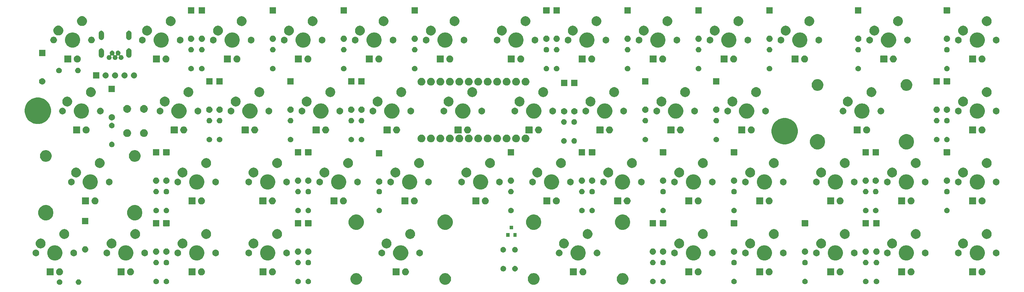
<source format=gbr>
G04 #@! TF.GenerationSoftware,KiCad,Pcbnew,(5.1.4)-1*
G04 #@! TF.CreationDate,2019-11-25T15:24:34-08:00*
G04 #@! TF.ProjectId,Alchemy49,416c6368-656d-4793-9439-2e6b69636164,rev?*
G04 #@! TF.SameCoordinates,Original*
G04 #@! TF.FileFunction,Soldermask,Bot*
G04 #@! TF.FilePolarity,Negative*
%FSLAX46Y46*%
G04 Gerber Fmt 4.6, Leading zero omitted, Abs format (unit mm)*
G04 Created by KiCad (PCBNEW (5.1.4)-1) date 2019-11-25 15:24:34*
%MOMM*%
%LPD*%
G04 APERTURE LIST*
%ADD10C,0.100000*%
G04 APERTURE END LIST*
D10*
G36*
X30253665Y-87252622D02*
G01*
X30327222Y-87259867D01*
X30468786Y-87302810D01*
X30599252Y-87372546D01*
X30629040Y-87396992D01*
X30713607Y-87466393D01*
X30783008Y-87550960D01*
X30807454Y-87580748D01*
X30877190Y-87711214D01*
X30920133Y-87852778D01*
X30934633Y-88000000D01*
X30920133Y-88147222D01*
X30877190Y-88288786D01*
X30807454Y-88419252D01*
X30804099Y-88423340D01*
X30713607Y-88533607D01*
X30629040Y-88603008D01*
X30599252Y-88627454D01*
X30468786Y-88697190D01*
X30327222Y-88740133D01*
X30253665Y-88747378D01*
X30216888Y-88751000D01*
X30143112Y-88751000D01*
X30106335Y-88747378D01*
X30032778Y-88740133D01*
X29891214Y-88697190D01*
X29760748Y-88627454D01*
X29730960Y-88603008D01*
X29646393Y-88533607D01*
X29555901Y-88423340D01*
X29552546Y-88419252D01*
X29482810Y-88288786D01*
X29439867Y-88147222D01*
X29425367Y-88000000D01*
X29439867Y-87852778D01*
X29482810Y-87711214D01*
X29552546Y-87580748D01*
X29576992Y-87550960D01*
X29646393Y-87466393D01*
X29730960Y-87396992D01*
X29760748Y-87372546D01*
X29891214Y-87302810D01*
X30032778Y-87259867D01*
X30106335Y-87252622D01*
X30143112Y-87249000D01*
X30216888Y-87249000D01*
X30253665Y-87252622D01*
X30253665Y-87252622D01*
G37*
G36*
X25319059Y-87277860D02*
G01*
X25379294Y-87302810D01*
X25455732Y-87334472D01*
X25578735Y-87416660D01*
X25683340Y-87521265D01*
X25744742Y-87613160D01*
X25765529Y-87644270D01*
X25822140Y-87780941D01*
X25845781Y-87899792D01*
X25851000Y-87926033D01*
X25851000Y-88073967D01*
X25822140Y-88219059D01*
X25765528Y-88355732D01*
X25683340Y-88478735D01*
X25578735Y-88583340D01*
X25455732Y-88665528D01*
X25455731Y-88665529D01*
X25455730Y-88665529D01*
X25319059Y-88722140D01*
X25173968Y-88751000D01*
X25026032Y-88751000D01*
X24880941Y-88722140D01*
X24744270Y-88665529D01*
X24744269Y-88665529D01*
X24744268Y-88665528D01*
X24621265Y-88583340D01*
X24516660Y-88478735D01*
X24434472Y-88355732D01*
X24377860Y-88219059D01*
X24349000Y-88073967D01*
X24349000Y-87926033D01*
X24354220Y-87899792D01*
X24377860Y-87780941D01*
X24434471Y-87644270D01*
X24455258Y-87613160D01*
X24516660Y-87521265D01*
X24621265Y-87416660D01*
X24744268Y-87334472D01*
X24820707Y-87302810D01*
X24880941Y-87277860D01*
X25026032Y-87249000D01*
X25173968Y-87249000D01*
X25319059Y-87277860D01*
X25319059Y-87277860D01*
G37*
G36*
X129078661Y-85639276D02*
G01*
X129197387Y-85688454D01*
X129365291Y-85758002D01*
X129365292Y-85758003D01*
X129623254Y-85930367D01*
X129842633Y-86149746D01*
X129957803Y-86322111D01*
X130014998Y-86407709D01*
X130133724Y-86694340D01*
X130194250Y-86998625D01*
X130194250Y-87308875D01*
X130133724Y-87613160D01*
X130014998Y-87899791D01*
X129957803Y-87985389D01*
X129842633Y-88157754D01*
X129623254Y-88377133D01*
X129471198Y-88478733D01*
X129365291Y-88549498D01*
X129197387Y-88619046D01*
X129078661Y-88668224D01*
X128933043Y-88697189D01*
X128774375Y-88728750D01*
X128464125Y-88728750D01*
X128305457Y-88697189D01*
X128159839Y-88668224D01*
X128041113Y-88619046D01*
X127873209Y-88549498D01*
X127767302Y-88478733D01*
X127615246Y-88377133D01*
X127395867Y-88157754D01*
X127280697Y-87985389D01*
X127223502Y-87899791D01*
X127104776Y-87613160D01*
X127044250Y-87308875D01*
X127044250Y-86998625D01*
X127104776Y-86694340D01*
X127223502Y-86407709D01*
X127280697Y-86322111D01*
X127395867Y-86149746D01*
X127615246Y-85930367D01*
X127873208Y-85758003D01*
X127873209Y-85758002D01*
X128041113Y-85688454D01*
X128159839Y-85639276D01*
X128464125Y-85578750D01*
X128774375Y-85578750D01*
X129078661Y-85639276D01*
X129078661Y-85639276D01*
G37*
G36*
X176703661Y-85639276D02*
G01*
X176822387Y-85688454D01*
X176990291Y-85758002D01*
X176990292Y-85758003D01*
X177248254Y-85930367D01*
X177467633Y-86149746D01*
X177582803Y-86322111D01*
X177639998Y-86407709D01*
X177758724Y-86694340D01*
X177819250Y-86998625D01*
X177819250Y-87308875D01*
X177758724Y-87613160D01*
X177639998Y-87899791D01*
X177582803Y-87985389D01*
X177467633Y-88157754D01*
X177248254Y-88377133D01*
X177096198Y-88478733D01*
X176990291Y-88549498D01*
X176822387Y-88619046D01*
X176703661Y-88668224D01*
X176558043Y-88697189D01*
X176399375Y-88728750D01*
X176089125Y-88728750D01*
X175930457Y-88697189D01*
X175784839Y-88668224D01*
X175666113Y-88619046D01*
X175498209Y-88549498D01*
X175392302Y-88478733D01*
X175240246Y-88377133D01*
X175020867Y-88157754D01*
X174905697Y-87985389D01*
X174848502Y-87899791D01*
X174729776Y-87613160D01*
X174669250Y-87308875D01*
X174669250Y-86998625D01*
X174729776Y-86694340D01*
X174848502Y-86407709D01*
X174905697Y-86322111D01*
X175020867Y-86149746D01*
X175240246Y-85930367D01*
X175498208Y-85758003D01*
X175498209Y-85758002D01*
X175666113Y-85688454D01*
X175784839Y-85639276D01*
X176089125Y-85578750D01*
X176399375Y-85578750D01*
X176703661Y-85639276D01*
X176703661Y-85639276D01*
G37*
G36*
X152827661Y-85639276D02*
G01*
X152946387Y-85688454D01*
X153114291Y-85758002D01*
X153114292Y-85758003D01*
X153372254Y-85930367D01*
X153591633Y-86149746D01*
X153706803Y-86322111D01*
X153763998Y-86407709D01*
X153882724Y-86694340D01*
X153943250Y-86998625D01*
X153943250Y-87308875D01*
X153882724Y-87613160D01*
X153763998Y-87899791D01*
X153706803Y-87985389D01*
X153591633Y-88157754D01*
X153372254Y-88377133D01*
X153220198Y-88478733D01*
X153114291Y-88549498D01*
X152946387Y-88619046D01*
X152827661Y-88668224D01*
X152682043Y-88697189D01*
X152523375Y-88728750D01*
X152213125Y-88728750D01*
X152054457Y-88697189D01*
X151908839Y-88668224D01*
X151790113Y-88619046D01*
X151622209Y-88549498D01*
X151516302Y-88478733D01*
X151364246Y-88377133D01*
X151144867Y-88157754D01*
X151029697Y-87985389D01*
X150972502Y-87899791D01*
X150853776Y-87613160D01*
X150793250Y-87308875D01*
X150793250Y-86998625D01*
X150853776Y-86694340D01*
X150972502Y-86407709D01*
X151029697Y-86322111D01*
X151144867Y-86149746D01*
X151364246Y-85930367D01*
X151622208Y-85758003D01*
X151622209Y-85758002D01*
X151790113Y-85688454D01*
X151908839Y-85639276D01*
X152213125Y-85578750D01*
X152523375Y-85578750D01*
X152827661Y-85639276D01*
X152827661Y-85639276D01*
G37*
G36*
X105202661Y-85639276D02*
G01*
X105321387Y-85688454D01*
X105489291Y-85758002D01*
X105489292Y-85758003D01*
X105747254Y-85930367D01*
X105966633Y-86149746D01*
X106081803Y-86322111D01*
X106138998Y-86407709D01*
X106257724Y-86694340D01*
X106318250Y-86998625D01*
X106318250Y-87308875D01*
X106257724Y-87613160D01*
X106138998Y-87899791D01*
X106081803Y-87985389D01*
X105966633Y-88157754D01*
X105747254Y-88377133D01*
X105595198Y-88478733D01*
X105489291Y-88549498D01*
X105321387Y-88619046D01*
X105202661Y-88668224D01*
X105057043Y-88697189D01*
X104898375Y-88728750D01*
X104588125Y-88728750D01*
X104429457Y-88697189D01*
X104283839Y-88668224D01*
X104165113Y-88619046D01*
X103997209Y-88549498D01*
X103891302Y-88478733D01*
X103739246Y-88377133D01*
X103519867Y-88157754D01*
X103404697Y-87985389D01*
X103347502Y-87899791D01*
X103228776Y-87613160D01*
X103168250Y-87308875D01*
X103168250Y-86998625D01*
X103228776Y-86694340D01*
X103347502Y-86407709D01*
X103404697Y-86322111D01*
X103519867Y-86149746D01*
X103739246Y-85930367D01*
X103997208Y-85758003D01*
X103997209Y-85758002D01*
X104165113Y-85688454D01*
X104283839Y-85639276D01*
X104588125Y-85578750D01*
X104898375Y-85578750D01*
X105202661Y-85639276D01*
X105202661Y-85639276D01*
G37*
G36*
X225429059Y-87117860D02*
G01*
X225565732Y-87174472D01*
X225688735Y-87256660D01*
X225793340Y-87361265D01*
X225863584Y-87466393D01*
X225875529Y-87484270D01*
X225932140Y-87620941D01*
X225961000Y-87766032D01*
X225961000Y-87913968D01*
X225932140Y-88059059D01*
X225891260Y-88157753D01*
X225875528Y-88195732D01*
X225793340Y-88318735D01*
X225688735Y-88423340D01*
X225565732Y-88505528D01*
X225565731Y-88505529D01*
X225565730Y-88505529D01*
X225429059Y-88562140D01*
X225283968Y-88591000D01*
X225136032Y-88591000D01*
X224990941Y-88562140D01*
X224854270Y-88505529D01*
X224854269Y-88505529D01*
X224854268Y-88505528D01*
X224731265Y-88423340D01*
X224626660Y-88318735D01*
X224544472Y-88195732D01*
X224528741Y-88157753D01*
X224487860Y-88059059D01*
X224459000Y-87913968D01*
X224459000Y-87766032D01*
X224487860Y-87620941D01*
X224544471Y-87484270D01*
X224556416Y-87466393D01*
X224626660Y-87361265D01*
X224731265Y-87256660D01*
X224854268Y-87174472D01*
X224990941Y-87117860D01*
X225136032Y-87089000D01*
X225283968Y-87089000D01*
X225429059Y-87117860D01*
X225429059Y-87117860D01*
G37*
G36*
X241734059Y-87117860D02*
G01*
X241870732Y-87174472D01*
X241993735Y-87256660D01*
X242098340Y-87361265D01*
X242168584Y-87466393D01*
X242180529Y-87484270D01*
X242237140Y-87620941D01*
X242266000Y-87766032D01*
X242266000Y-87913968D01*
X242237140Y-88059059D01*
X242196260Y-88157753D01*
X242180528Y-88195732D01*
X242098340Y-88318735D01*
X241993735Y-88423340D01*
X241870732Y-88505528D01*
X241870731Y-88505529D01*
X241870730Y-88505529D01*
X241734059Y-88562140D01*
X241588968Y-88591000D01*
X241441032Y-88591000D01*
X241295941Y-88562140D01*
X241159270Y-88505529D01*
X241159269Y-88505529D01*
X241159268Y-88505528D01*
X241036265Y-88423340D01*
X240931660Y-88318735D01*
X240849472Y-88195732D01*
X240833741Y-88157753D01*
X240792860Y-88059059D01*
X240764000Y-87913968D01*
X240764000Y-87766032D01*
X240792860Y-87620941D01*
X240849471Y-87484270D01*
X240861416Y-87466393D01*
X240931660Y-87361265D01*
X241036265Y-87256660D01*
X241159268Y-87174472D01*
X241295941Y-87117860D01*
X241441032Y-87089000D01*
X241588968Y-87089000D01*
X241734059Y-87117860D01*
X241734059Y-87117860D01*
G37*
G36*
X244619059Y-87117860D02*
G01*
X244755732Y-87174472D01*
X244878735Y-87256660D01*
X244983340Y-87361265D01*
X245053584Y-87466393D01*
X245065529Y-87484270D01*
X245122140Y-87620941D01*
X245151000Y-87766032D01*
X245151000Y-87913968D01*
X245122140Y-88059059D01*
X245081260Y-88157753D01*
X245065528Y-88195732D01*
X244983340Y-88318735D01*
X244878735Y-88423340D01*
X244755732Y-88505528D01*
X244755731Y-88505529D01*
X244755730Y-88505529D01*
X244619059Y-88562140D01*
X244473968Y-88591000D01*
X244326032Y-88591000D01*
X244180941Y-88562140D01*
X244044270Y-88505529D01*
X244044269Y-88505529D01*
X244044268Y-88505528D01*
X243921265Y-88423340D01*
X243816660Y-88318735D01*
X243734472Y-88195732D01*
X243718741Y-88157753D01*
X243677860Y-88059059D01*
X243649000Y-87913968D01*
X243649000Y-87766032D01*
X243677860Y-87620941D01*
X243734471Y-87484270D01*
X243746416Y-87466393D01*
X243816660Y-87361265D01*
X243921265Y-87256660D01*
X244044268Y-87174472D01*
X244180941Y-87117860D01*
X244326032Y-87089000D01*
X244473968Y-87089000D01*
X244619059Y-87117860D01*
X244619059Y-87117860D01*
G37*
G36*
X187329059Y-87117860D02*
G01*
X187465732Y-87174472D01*
X187588735Y-87256660D01*
X187693340Y-87361265D01*
X187763584Y-87466393D01*
X187775529Y-87484270D01*
X187832140Y-87620941D01*
X187861000Y-87766032D01*
X187861000Y-87913968D01*
X187832140Y-88059059D01*
X187791260Y-88157753D01*
X187775528Y-88195732D01*
X187693340Y-88318735D01*
X187588735Y-88423340D01*
X187465732Y-88505528D01*
X187465731Y-88505529D01*
X187465730Y-88505529D01*
X187329059Y-88562140D01*
X187183968Y-88591000D01*
X187036032Y-88591000D01*
X186890941Y-88562140D01*
X186754270Y-88505529D01*
X186754269Y-88505529D01*
X186754268Y-88505528D01*
X186631265Y-88423340D01*
X186526660Y-88318735D01*
X186444472Y-88195732D01*
X186428741Y-88157753D01*
X186387860Y-88059059D01*
X186359000Y-87913968D01*
X186359000Y-87766032D01*
X186387860Y-87620941D01*
X186444471Y-87484270D01*
X186456416Y-87466393D01*
X186526660Y-87361265D01*
X186631265Y-87256660D01*
X186754268Y-87174472D01*
X186890941Y-87117860D01*
X187036032Y-87089000D01*
X187183968Y-87089000D01*
X187329059Y-87117860D01*
X187329059Y-87117860D01*
G37*
G36*
X184584059Y-87117860D02*
G01*
X184720732Y-87174472D01*
X184843735Y-87256660D01*
X184948340Y-87361265D01*
X185018584Y-87466393D01*
X185030529Y-87484270D01*
X185087140Y-87620941D01*
X185116000Y-87766032D01*
X185116000Y-87913968D01*
X185087140Y-88059059D01*
X185046260Y-88157753D01*
X185030528Y-88195732D01*
X184948340Y-88318735D01*
X184843735Y-88423340D01*
X184720732Y-88505528D01*
X184720731Y-88505529D01*
X184720730Y-88505529D01*
X184584059Y-88562140D01*
X184438968Y-88591000D01*
X184291032Y-88591000D01*
X184145941Y-88562140D01*
X184009270Y-88505529D01*
X184009269Y-88505529D01*
X184009268Y-88505528D01*
X183886265Y-88423340D01*
X183781660Y-88318735D01*
X183699472Y-88195732D01*
X183683741Y-88157753D01*
X183642860Y-88059059D01*
X183614000Y-87913968D01*
X183614000Y-87766032D01*
X183642860Y-87620941D01*
X183699471Y-87484270D01*
X183711416Y-87466393D01*
X183781660Y-87361265D01*
X183886265Y-87256660D01*
X184009268Y-87174472D01*
X184145941Y-87117860D01*
X184291032Y-87089000D01*
X184438968Y-87089000D01*
X184584059Y-87117860D01*
X184584059Y-87117860D01*
G37*
G36*
X92079059Y-87117860D02*
G01*
X92215732Y-87174472D01*
X92338735Y-87256660D01*
X92443340Y-87361265D01*
X92513584Y-87466393D01*
X92525529Y-87484270D01*
X92582140Y-87620941D01*
X92611000Y-87766032D01*
X92611000Y-87913968D01*
X92582140Y-88059059D01*
X92541260Y-88157753D01*
X92525528Y-88195732D01*
X92443340Y-88318735D01*
X92338735Y-88423340D01*
X92215732Y-88505528D01*
X92215731Y-88505529D01*
X92215730Y-88505529D01*
X92079059Y-88562140D01*
X91933968Y-88591000D01*
X91786032Y-88591000D01*
X91640941Y-88562140D01*
X91504270Y-88505529D01*
X91504269Y-88505529D01*
X91504268Y-88505528D01*
X91381265Y-88423340D01*
X91276660Y-88318735D01*
X91194472Y-88195732D01*
X91178741Y-88157753D01*
X91137860Y-88059059D01*
X91109000Y-87913968D01*
X91109000Y-87766032D01*
X91137860Y-87620941D01*
X91194471Y-87484270D01*
X91206416Y-87466393D01*
X91276660Y-87361265D01*
X91381265Y-87256660D01*
X91504268Y-87174472D01*
X91640941Y-87117860D01*
X91786032Y-87089000D01*
X91933968Y-87089000D01*
X92079059Y-87117860D01*
X92079059Y-87117860D01*
G37*
G36*
X89334059Y-87117860D02*
G01*
X89470732Y-87174472D01*
X89593735Y-87256660D01*
X89698340Y-87361265D01*
X89768584Y-87466393D01*
X89780529Y-87484270D01*
X89837140Y-87620941D01*
X89866000Y-87766032D01*
X89866000Y-87913968D01*
X89837140Y-88059059D01*
X89796260Y-88157753D01*
X89780528Y-88195732D01*
X89698340Y-88318735D01*
X89593735Y-88423340D01*
X89470732Y-88505528D01*
X89470731Y-88505529D01*
X89470730Y-88505529D01*
X89334059Y-88562140D01*
X89188968Y-88591000D01*
X89041032Y-88591000D01*
X88895941Y-88562140D01*
X88759270Y-88505529D01*
X88759269Y-88505529D01*
X88759268Y-88505528D01*
X88636265Y-88423340D01*
X88531660Y-88318735D01*
X88449472Y-88195732D01*
X88433741Y-88157753D01*
X88392860Y-88059059D01*
X88364000Y-87913968D01*
X88364000Y-87766032D01*
X88392860Y-87620941D01*
X88449471Y-87484270D01*
X88461416Y-87466393D01*
X88531660Y-87361265D01*
X88636265Y-87256660D01*
X88759268Y-87174472D01*
X88895941Y-87117860D01*
X89041032Y-87089000D01*
X89188968Y-87089000D01*
X89334059Y-87117860D01*
X89334059Y-87117860D01*
G37*
G36*
X53979059Y-87117860D02*
G01*
X54115732Y-87174472D01*
X54238735Y-87256660D01*
X54343340Y-87361265D01*
X54413584Y-87466393D01*
X54425529Y-87484270D01*
X54482140Y-87620941D01*
X54511000Y-87766032D01*
X54511000Y-87913968D01*
X54482140Y-88059059D01*
X54441260Y-88157753D01*
X54425528Y-88195732D01*
X54343340Y-88318735D01*
X54238735Y-88423340D01*
X54115732Y-88505528D01*
X54115731Y-88505529D01*
X54115730Y-88505529D01*
X53979059Y-88562140D01*
X53833968Y-88591000D01*
X53686032Y-88591000D01*
X53540941Y-88562140D01*
X53404270Y-88505529D01*
X53404269Y-88505529D01*
X53404268Y-88505528D01*
X53281265Y-88423340D01*
X53176660Y-88318735D01*
X53094472Y-88195732D01*
X53078741Y-88157753D01*
X53037860Y-88059059D01*
X53009000Y-87913968D01*
X53009000Y-87766032D01*
X53037860Y-87620941D01*
X53094471Y-87484270D01*
X53106416Y-87466393D01*
X53176660Y-87361265D01*
X53281265Y-87256660D01*
X53404268Y-87174472D01*
X53540941Y-87117860D01*
X53686032Y-87089000D01*
X53833968Y-87089000D01*
X53979059Y-87117860D01*
X53979059Y-87117860D01*
G37*
G36*
X51234059Y-87117860D02*
G01*
X51370732Y-87174472D01*
X51493735Y-87256660D01*
X51598340Y-87361265D01*
X51668584Y-87466393D01*
X51680529Y-87484270D01*
X51737140Y-87620941D01*
X51766000Y-87766032D01*
X51766000Y-87913968D01*
X51737140Y-88059059D01*
X51696260Y-88157753D01*
X51680528Y-88195732D01*
X51598340Y-88318735D01*
X51493735Y-88423340D01*
X51370732Y-88505528D01*
X51370731Y-88505529D01*
X51370730Y-88505529D01*
X51234059Y-88562140D01*
X51088968Y-88591000D01*
X50941032Y-88591000D01*
X50795941Y-88562140D01*
X50659270Y-88505529D01*
X50659269Y-88505529D01*
X50659268Y-88505528D01*
X50536265Y-88423340D01*
X50431660Y-88318735D01*
X50349472Y-88195732D01*
X50333741Y-88157753D01*
X50292860Y-88059059D01*
X50264000Y-87913968D01*
X50264000Y-87766032D01*
X50292860Y-87620941D01*
X50349471Y-87484270D01*
X50361416Y-87466393D01*
X50431660Y-87361265D01*
X50536265Y-87256660D01*
X50659268Y-87174472D01*
X50795941Y-87117860D01*
X50941032Y-87089000D01*
X51088968Y-87089000D01*
X51234059Y-87117860D01*
X51234059Y-87117860D01*
G37*
G36*
X206379059Y-87117860D02*
G01*
X206515732Y-87174472D01*
X206638735Y-87256660D01*
X206743340Y-87361265D01*
X206813584Y-87466393D01*
X206825529Y-87484270D01*
X206882140Y-87620941D01*
X206911000Y-87766032D01*
X206911000Y-87913968D01*
X206882140Y-88059059D01*
X206841260Y-88157753D01*
X206825528Y-88195732D01*
X206743340Y-88318735D01*
X206638735Y-88423340D01*
X206515732Y-88505528D01*
X206515731Y-88505529D01*
X206515730Y-88505529D01*
X206379059Y-88562140D01*
X206233968Y-88591000D01*
X206086032Y-88591000D01*
X205940941Y-88562140D01*
X205804270Y-88505529D01*
X205804269Y-88505529D01*
X205804268Y-88505528D01*
X205681265Y-88423340D01*
X205576660Y-88318735D01*
X205494472Y-88195732D01*
X205478741Y-88157753D01*
X205437860Y-88059059D01*
X205409000Y-87913968D01*
X205409000Y-87766032D01*
X205437860Y-87620941D01*
X205494471Y-87484270D01*
X205506416Y-87466393D01*
X205576660Y-87361265D01*
X205681265Y-87256660D01*
X205804268Y-87174472D01*
X205940941Y-87117860D01*
X206086032Y-87089000D01*
X206233968Y-87089000D01*
X206379059Y-87117860D01*
X206379059Y-87117860D01*
G37*
G36*
X213911551Y-84312284D02*
G01*
X213927943Y-84317257D01*
X213943055Y-84325334D01*
X213956298Y-84336202D01*
X213967166Y-84349445D01*
X213975243Y-84364557D01*
X213980216Y-84380949D01*
X213982500Y-84404141D01*
X213982500Y-86095859D01*
X213980216Y-86119051D01*
X213975243Y-86135443D01*
X213967166Y-86150555D01*
X213956298Y-86163798D01*
X213943055Y-86174666D01*
X213927943Y-86182743D01*
X213911551Y-86187716D01*
X213888359Y-86190000D01*
X212196641Y-86190000D01*
X212173449Y-86187716D01*
X212157057Y-86182743D01*
X212141945Y-86174666D01*
X212128702Y-86163798D01*
X212117834Y-86150555D01*
X212109757Y-86135443D01*
X212104784Y-86119051D01*
X212102500Y-86095859D01*
X212102500Y-84404141D01*
X212104784Y-84380949D01*
X212109757Y-84364557D01*
X212117834Y-84349445D01*
X212128702Y-84336202D01*
X212141945Y-84325334D01*
X212157057Y-84317257D01*
X212173449Y-84312284D01*
X212196641Y-84310000D01*
X213888359Y-84310000D01*
X213911551Y-84312284D01*
X213911551Y-84312284D01*
G37*
G36*
X215856687Y-84346123D02*
G01*
X215996754Y-84404141D01*
X216027757Y-84416983D01*
X216181715Y-84519855D01*
X216312645Y-84650785D01*
X216376086Y-84745730D01*
X216415518Y-84804745D01*
X216486377Y-84975813D01*
X216522500Y-85157417D01*
X216522500Y-85342583D01*
X216486377Y-85524187D01*
X216463776Y-85578750D01*
X216415517Y-85695257D01*
X216312645Y-85849215D01*
X216181715Y-85980145D01*
X216027757Y-86083017D01*
X216027756Y-86083018D01*
X216027755Y-86083018D01*
X215856687Y-86153877D01*
X215675083Y-86190000D01*
X215489917Y-86190000D01*
X215308313Y-86153877D01*
X215137245Y-86083018D01*
X215137244Y-86083018D01*
X215137243Y-86083017D01*
X214983285Y-85980145D01*
X214852355Y-85849215D01*
X214749483Y-85695257D01*
X214701224Y-85578750D01*
X214678623Y-85524187D01*
X214642500Y-85342583D01*
X214642500Y-85157417D01*
X214678623Y-84975813D01*
X214749482Y-84804745D01*
X214788915Y-84745730D01*
X214852355Y-84650785D01*
X214983285Y-84519855D01*
X215137243Y-84416983D01*
X215168246Y-84404141D01*
X215308313Y-84346123D01*
X215489917Y-84310000D01*
X215675083Y-84310000D01*
X215856687Y-84346123D01*
X215856687Y-84346123D01*
G37*
G36*
X234906687Y-84346123D02*
G01*
X235046754Y-84404141D01*
X235077757Y-84416983D01*
X235231715Y-84519855D01*
X235362645Y-84650785D01*
X235426086Y-84745730D01*
X235465518Y-84804745D01*
X235536377Y-84975813D01*
X235572500Y-85157417D01*
X235572500Y-85342583D01*
X235536377Y-85524187D01*
X235513776Y-85578750D01*
X235465517Y-85695257D01*
X235362645Y-85849215D01*
X235231715Y-85980145D01*
X235077757Y-86083017D01*
X235077756Y-86083018D01*
X235077755Y-86083018D01*
X234906687Y-86153877D01*
X234725083Y-86190000D01*
X234539917Y-86190000D01*
X234358313Y-86153877D01*
X234187245Y-86083018D01*
X234187244Y-86083018D01*
X234187243Y-86083017D01*
X234033285Y-85980145D01*
X233902355Y-85849215D01*
X233799483Y-85695257D01*
X233751224Y-85578750D01*
X233728623Y-85524187D01*
X233692500Y-85342583D01*
X233692500Y-85157417D01*
X233728623Y-84975813D01*
X233799482Y-84804745D01*
X233838915Y-84745730D01*
X233902355Y-84650785D01*
X234033285Y-84519855D01*
X234187243Y-84416983D01*
X234218246Y-84404141D01*
X234358313Y-84346123D01*
X234539917Y-84310000D01*
X234725083Y-84310000D01*
X234906687Y-84346123D01*
X234906687Y-84346123D01*
G37*
G36*
X232961551Y-84312284D02*
G01*
X232977943Y-84317257D01*
X232993055Y-84325334D01*
X233006298Y-84336202D01*
X233017166Y-84349445D01*
X233025243Y-84364557D01*
X233030216Y-84380949D01*
X233032500Y-84404141D01*
X233032500Y-86095859D01*
X233030216Y-86119051D01*
X233025243Y-86135443D01*
X233017166Y-86150555D01*
X233006298Y-86163798D01*
X232993055Y-86174666D01*
X232977943Y-86182743D01*
X232961551Y-86187716D01*
X232938359Y-86190000D01*
X231246641Y-86190000D01*
X231223449Y-86187716D01*
X231207057Y-86182743D01*
X231191945Y-86174666D01*
X231178702Y-86163798D01*
X231167834Y-86150555D01*
X231159757Y-86135443D01*
X231154784Y-86119051D01*
X231152500Y-86095859D01*
X231152500Y-84404141D01*
X231154784Y-84380949D01*
X231159757Y-84364557D01*
X231167834Y-84349445D01*
X231178702Y-84336202D01*
X231191945Y-84325334D01*
X231207057Y-84317257D01*
X231223449Y-84312284D01*
X231246641Y-84310000D01*
X232938359Y-84310000D01*
X232961551Y-84312284D01*
X232961551Y-84312284D01*
G37*
G36*
X252011551Y-84312284D02*
G01*
X252027943Y-84317257D01*
X252043055Y-84325334D01*
X252056298Y-84336202D01*
X252067166Y-84349445D01*
X252075243Y-84364557D01*
X252080216Y-84380949D01*
X252082500Y-84404141D01*
X252082500Y-86095859D01*
X252080216Y-86119051D01*
X252075243Y-86135443D01*
X252067166Y-86150555D01*
X252056298Y-86163798D01*
X252043055Y-86174666D01*
X252027943Y-86182743D01*
X252011551Y-86187716D01*
X251988359Y-86190000D01*
X250296641Y-86190000D01*
X250273449Y-86187716D01*
X250257057Y-86182743D01*
X250241945Y-86174666D01*
X250228702Y-86163798D01*
X250217834Y-86150555D01*
X250209757Y-86135443D01*
X250204784Y-86119051D01*
X250202500Y-86095859D01*
X250202500Y-84404141D01*
X250204784Y-84380949D01*
X250209757Y-84364557D01*
X250217834Y-84349445D01*
X250228702Y-84336202D01*
X250241945Y-84325334D01*
X250257057Y-84317257D01*
X250273449Y-84312284D01*
X250296641Y-84310000D01*
X251988359Y-84310000D01*
X252011551Y-84312284D01*
X252011551Y-84312284D01*
G37*
G36*
X196806687Y-84346123D02*
G01*
X196946754Y-84404141D01*
X196977757Y-84416983D01*
X197131715Y-84519855D01*
X197262645Y-84650785D01*
X197326086Y-84745730D01*
X197365518Y-84804745D01*
X197436377Y-84975813D01*
X197472500Y-85157417D01*
X197472500Y-85342583D01*
X197436377Y-85524187D01*
X197413776Y-85578750D01*
X197365517Y-85695257D01*
X197262645Y-85849215D01*
X197131715Y-85980145D01*
X196977757Y-86083017D01*
X196977756Y-86083018D01*
X196977755Y-86083018D01*
X196806687Y-86153877D01*
X196625083Y-86190000D01*
X196439917Y-86190000D01*
X196258313Y-86153877D01*
X196087245Y-86083018D01*
X196087244Y-86083018D01*
X196087243Y-86083017D01*
X195933285Y-85980145D01*
X195802355Y-85849215D01*
X195699483Y-85695257D01*
X195651224Y-85578750D01*
X195628623Y-85524187D01*
X195592500Y-85342583D01*
X195592500Y-85157417D01*
X195628623Y-84975813D01*
X195699482Y-84804745D01*
X195738915Y-84745730D01*
X195802355Y-84650785D01*
X195933285Y-84519855D01*
X196087243Y-84416983D01*
X196118246Y-84404141D01*
X196258313Y-84346123D01*
X196439917Y-84310000D01*
X196625083Y-84310000D01*
X196806687Y-84346123D01*
X196806687Y-84346123D01*
G37*
G36*
X165869187Y-84346123D02*
G01*
X166009254Y-84404141D01*
X166040257Y-84416983D01*
X166194215Y-84519855D01*
X166325145Y-84650785D01*
X166388586Y-84745730D01*
X166428018Y-84804745D01*
X166498877Y-84975813D01*
X166535000Y-85157417D01*
X166535000Y-85342583D01*
X166498877Y-85524187D01*
X166476276Y-85578750D01*
X166428017Y-85695257D01*
X166325145Y-85849215D01*
X166194215Y-85980145D01*
X166040257Y-86083017D01*
X166040256Y-86083018D01*
X166040255Y-86083018D01*
X165869187Y-86153877D01*
X165687583Y-86190000D01*
X165502417Y-86190000D01*
X165320813Y-86153877D01*
X165149745Y-86083018D01*
X165149744Y-86083018D01*
X165149743Y-86083017D01*
X164995785Y-85980145D01*
X164864855Y-85849215D01*
X164761983Y-85695257D01*
X164713724Y-85578750D01*
X164691123Y-85524187D01*
X164655000Y-85342583D01*
X164655000Y-85157417D01*
X164691123Y-84975813D01*
X164761982Y-84804745D01*
X164801415Y-84745730D01*
X164864855Y-84650785D01*
X164995785Y-84519855D01*
X165149743Y-84416983D01*
X165180746Y-84404141D01*
X165320813Y-84346123D01*
X165502417Y-84310000D01*
X165687583Y-84310000D01*
X165869187Y-84346123D01*
X165869187Y-84346123D01*
G37*
G36*
X163924051Y-84312284D02*
G01*
X163940443Y-84317257D01*
X163955555Y-84325334D01*
X163968798Y-84336202D01*
X163979666Y-84349445D01*
X163987743Y-84364557D01*
X163992716Y-84380949D01*
X163995000Y-84404141D01*
X163995000Y-86095859D01*
X163992716Y-86119051D01*
X163987743Y-86135443D01*
X163979666Y-86150555D01*
X163968798Y-86163798D01*
X163955555Y-86174666D01*
X163940443Y-86182743D01*
X163924051Y-86187716D01*
X163900859Y-86190000D01*
X162209141Y-86190000D01*
X162185949Y-86187716D01*
X162169557Y-86182743D01*
X162154445Y-86174666D01*
X162141202Y-86163798D01*
X162130334Y-86150555D01*
X162122257Y-86135443D01*
X162117284Y-86119051D01*
X162115000Y-86095859D01*
X162115000Y-84404141D01*
X162117284Y-84380949D01*
X162122257Y-84364557D01*
X162130334Y-84349445D01*
X162141202Y-84336202D01*
X162154445Y-84325334D01*
X162169557Y-84317257D01*
X162185949Y-84312284D01*
X162209141Y-84310000D01*
X163900859Y-84310000D01*
X163924051Y-84312284D01*
X163924051Y-84312284D01*
G37*
G36*
X253956687Y-84346123D02*
G01*
X254096754Y-84404141D01*
X254127757Y-84416983D01*
X254281715Y-84519855D01*
X254412645Y-84650785D01*
X254476086Y-84745730D01*
X254515518Y-84804745D01*
X254586377Y-84975813D01*
X254622500Y-85157417D01*
X254622500Y-85342583D01*
X254586377Y-85524187D01*
X254563776Y-85578750D01*
X254515517Y-85695257D01*
X254412645Y-85849215D01*
X254281715Y-85980145D01*
X254127757Y-86083017D01*
X254127756Y-86083018D01*
X254127755Y-86083018D01*
X253956687Y-86153877D01*
X253775083Y-86190000D01*
X253589917Y-86190000D01*
X253408313Y-86153877D01*
X253237245Y-86083018D01*
X253237244Y-86083018D01*
X253237243Y-86083017D01*
X253083285Y-85980145D01*
X252952355Y-85849215D01*
X252849483Y-85695257D01*
X252801224Y-85578750D01*
X252778623Y-85524187D01*
X252742500Y-85342583D01*
X252742500Y-85157417D01*
X252778623Y-84975813D01*
X252849482Y-84804745D01*
X252888915Y-84745730D01*
X252952355Y-84650785D01*
X253083285Y-84519855D01*
X253237243Y-84416983D01*
X253268246Y-84404141D01*
X253408313Y-84346123D01*
X253589917Y-84310000D01*
X253775083Y-84310000D01*
X253956687Y-84346123D01*
X253956687Y-84346123D01*
G37*
G36*
X273006687Y-84346123D02*
G01*
X273146754Y-84404141D01*
X273177757Y-84416983D01*
X273331715Y-84519855D01*
X273462645Y-84650785D01*
X273526086Y-84745730D01*
X273565518Y-84804745D01*
X273636377Y-84975813D01*
X273672500Y-85157417D01*
X273672500Y-85342583D01*
X273636377Y-85524187D01*
X273613776Y-85578750D01*
X273565517Y-85695257D01*
X273462645Y-85849215D01*
X273331715Y-85980145D01*
X273177757Y-86083017D01*
X273177756Y-86083018D01*
X273177755Y-86083018D01*
X273006687Y-86153877D01*
X272825083Y-86190000D01*
X272639917Y-86190000D01*
X272458313Y-86153877D01*
X272287245Y-86083018D01*
X272287244Y-86083018D01*
X272287243Y-86083017D01*
X272133285Y-85980145D01*
X272002355Y-85849215D01*
X271899483Y-85695257D01*
X271851224Y-85578750D01*
X271828623Y-85524187D01*
X271792500Y-85342583D01*
X271792500Y-85157417D01*
X271828623Y-84975813D01*
X271899482Y-84804745D01*
X271938915Y-84745730D01*
X272002355Y-84650785D01*
X272133285Y-84519855D01*
X272287243Y-84416983D01*
X272318246Y-84404141D01*
X272458313Y-84346123D01*
X272639917Y-84310000D01*
X272825083Y-84310000D01*
X273006687Y-84346123D01*
X273006687Y-84346123D01*
G37*
G36*
X116280301Y-84312284D02*
G01*
X116296693Y-84317257D01*
X116311805Y-84325334D01*
X116325048Y-84336202D01*
X116335916Y-84349445D01*
X116343993Y-84364557D01*
X116348966Y-84380949D01*
X116351250Y-84404141D01*
X116351250Y-86095859D01*
X116348966Y-86119051D01*
X116343993Y-86135443D01*
X116335916Y-86150555D01*
X116325048Y-86163798D01*
X116311805Y-86174666D01*
X116296693Y-86182743D01*
X116280301Y-86187716D01*
X116257109Y-86190000D01*
X114565391Y-86190000D01*
X114542199Y-86187716D01*
X114525807Y-86182743D01*
X114510695Y-86174666D01*
X114497452Y-86163798D01*
X114486584Y-86150555D01*
X114478507Y-86135443D01*
X114473534Y-86119051D01*
X114471250Y-86095859D01*
X114471250Y-84404141D01*
X114473534Y-84380949D01*
X114478507Y-84364557D01*
X114486584Y-84349445D01*
X114497452Y-84336202D01*
X114510695Y-84325334D01*
X114525807Y-84317257D01*
X114542199Y-84312284D01*
X114565391Y-84310000D01*
X116257109Y-84310000D01*
X116280301Y-84312284D01*
X116280301Y-84312284D01*
G37*
G36*
X82506687Y-84346123D02*
G01*
X82646754Y-84404141D01*
X82677757Y-84416983D01*
X82831715Y-84519855D01*
X82962645Y-84650785D01*
X83026086Y-84745730D01*
X83065518Y-84804745D01*
X83136377Y-84975813D01*
X83172500Y-85157417D01*
X83172500Y-85342583D01*
X83136377Y-85524187D01*
X83113776Y-85578750D01*
X83065517Y-85695257D01*
X82962645Y-85849215D01*
X82831715Y-85980145D01*
X82677757Y-86083017D01*
X82677756Y-86083018D01*
X82677755Y-86083018D01*
X82506687Y-86153877D01*
X82325083Y-86190000D01*
X82139917Y-86190000D01*
X81958313Y-86153877D01*
X81787245Y-86083018D01*
X81787244Y-86083018D01*
X81787243Y-86083017D01*
X81633285Y-85980145D01*
X81502355Y-85849215D01*
X81399483Y-85695257D01*
X81351224Y-85578750D01*
X81328623Y-85524187D01*
X81292500Y-85342583D01*
X81292500Y-85157417D01*
X81328623Y-84975813D01*
X81399482Y-84804745D01*
X81438915Y-84745730D01*
X81502355Y-84650785D01*
X81633285Y-84519855D01*
X81787243Y-84416983D01*
X81818246Y-84404141D01*
X81958313Y-84346123D01*
X82139917Y-84310000D01*
X82325083Y-84310000D01*
X82506687Y-84346123D01*
X82506687Y-84346123D01*
G37*
G36*
X194861551Y-84312284D02*
G01*
X194877943Y-84317257D01*
X194893055Y-84325334D01*
X194906298Y-84336202D01*
X194917166Y-84349445D01*
X194925243Y-84364557D01*
X194930216Y-84380949D01*
X194932500Y-84404141D01*
X194932500Y-86095859D01*
X194930216Y-86119051D01*
X194925243Y-86135443D01*
X194917166Y-86150555D01*
X194906298Y-86163798D01*
X194893055Y-86174666D01*
X194877943Y-86182743D01*
X194861551Y-86187716D01*
X194838359Y-86190000D01*
X193146641Y-86190000D01*
X193123449Y-86187716D01*
X193107057Y-86182743D01*
X193091945Y-86174666D01*
X193078702Y-86163798D01*
X193067834Y-86150555D01*
X193059757Y-86135443D01*
X193054784Y-86119051D01*
X193052500Y-86095859D01*
X193052500Y-84404141D01*
X193054784Y-84380949D01*
X193059757Y-84364557D01*
X193067834Y-84349445D01*
X193078702Y-84336202D01*
X193091945Y-84325334D01*
X193107057Y-84317257D01*
X193123449Y-84312284D01*
X193146641Y-84310000D01*
X194838359Y-84310000D01*
X194861551Y-84312284D01*
X194861551Y-84312284D01*
G37*
G36*
X271061551Y-84312284D02*
G01*
X271077943Y-84317257D01*
X271093055Y-84325334D01*
X271106298Y-84336202D01*
X271117166Y-84349445D01*
X271125243Y-84364557D01*
X271130216Y-84380949D01*
X271132500Y-84404141D01*
X271132500Y-86095859D01*
X271130216Y-86119051D01*
X271125243Y-86135443D01*
X271117166Y-86150555D01*
X271106298Y-86163798D01*
X271093055Y-86174666D01*
X271077943Y-86182743D01*
X271061551Y-86187716D01*
X271038359Y-86190000D01*
X269346641Y-86190000D01*
X269323449Y-86187716D01*
X269307057Y-86182743D01*
X269291945Y-86174666D01*
X269278702Y-86163798D01*
X269267834Y-86150555D01*
X269259757Y-86135443D01*
X269254784Y-86119051D01*
X269252500Y-86095859D01*
X269252500Y-84404141D01*
X269254784Y-84380949D01*
X269259757Y-84364557D01*
X269267834Y-84349445D01*
X269278702Y-84336202D01*
X269291945Y-84325334D01*
X269307057Y-84317257D01*
X269323449Y-84312284D01*
X269346641Y-84310000D01*
X271038359Y-84310000D01*
X271061551Y-84312284D01*
X271061551Y-84312284D01*
G37*
G36*
X118225437Y-84346123D02*
G01*
X118365504Y-84404141D01*
X118396507Y-84416983D01*
X118550465Y-84519855D01*
X118681395Y-84650785D01*
X118744836Y-84745730D01*
X118784268Y-84804745D01*
X118855127Y-84975813D01*
X118891250Y-85157417D01*
X118891250Y-85342583D01*
X118855127Y-85524187D01*
X118832526Y-85578750D01*
X118784267Y-85695257D01*
X118681395Y-85849215D01*
X118550465Y-85980145D01*
X118396507Y-86083017D01*
X118396506Y-86083018D01*
X118396505Y-86083018D01*
X118225437Y-86153877D01*
X118043833Y-86190000D01*
X117858667Y-86190000D01*
X117677063Y-86153877D01*
X117505995Y-86083018D01*
X117505994Y-86083018D01*
X117505993Y-86083017D01*
X117352035Y-85980145D01*
X117221105Y-85849215D01*
X117118233Y-85695257D01*
X117069974Y-85578750D01*
X117047373Y-85524187D01*
X117011250Y-85342583D01*
X117011250Y-85157417D01*
X117047373Y-84975813D01*
X117118232Y-84804745D01*
X117157665Y-84745730D01*
X117221105Y-84650785D01*
X117352035Y-84519855D01*
X117505993Y-84416983D01*
X117536996Y-84404141D01*
X117677063Y-84346123D01*
X117858667Y-84310000D01*
X118043833Y-84310000D01*
X118225437Y-84346123D01*
X118225437Y-84346123D01*
G37*
G36*
X23411551Y-84312284D02*
G01*
X23427943Y-84317257D01*
X23443055Y-84325334D01*
X23456298Y-84336202D01*
X23467166Y-84349445D01*
X23475243Y-84364557D01*
X23480216Y-84380949D01*
X23482500Y-84404141D01*
X23482500Y-86095859D01*
X23480216Y-86119051D01*
X23475243Y-86135443D01*
X23467166Y-86150555D01*
X23456298Y-86163798D01*
X23443055Y-86174666D01*
X23427943Y-86182743D01*
X23411551Y-86187716D01*
X23388359Y-86190000D01*
X21696641Y-86190000D01*
X21673449Y-86187716D01*
X21657057Y-86182743D01*
X21641945Y-86174666D01*
X21628702Y-86163798D01*
X21617834Y-86150555D01*
X21609757Y-86135443D01*
X21604784Y-86119051D01*
X21602500Y-86095859D01*
X21602500Y-84404141D01*
X21604784Y-84380949D01*
X21609757Y-84364557D01*
X21617834Y-84349445D01*
X21628702Y-84336202D01*
X21641945Y-84325334D01*
X21657057Y-84317257D01*
X21673449Y-84312284D01*
X21696641Y-84310000D01*
X23388359Y-84310000D01*
X23411551Y-84312284D01*
X23411551Y-84312284D01*
G37*
G36*
X25356687Y-84346123D02*
G01*
X25496754Y-84404141D01*
X25527757Y-84416983D01*
X25681715Y-84519855D01*
X25812645Y-84650785D01*
X25876086Y-84745730D01*
X25915518Y-84804745D01*
X25986377Y-84975813D01*
X26022500Y-85157417D01*
X26022500Y-85342583D01*
X25986377Y-85524187D01*
X25963776Y-85578750D01*
X25915517Y-85695257D01*
X25812645Y-85849215D01*
X25681715Y-85980145D01*
X25527757Y-86083017D01*
X25527756Y-86083018D01*
X25527755Y-86083018D01*
X25356687Y-86153877D01*
X25175083Y-86190000D01*
X24989917Y-86190000D01*
X24808313Y-86153877D01*
X24637245Y-86083018D01*
X24637244Y-86083018D01*
X24637243Y-86083017D01*
X24483285Y-85980145D01*
X24352355Y-85849215D01*
X24249483Y-85695257D01*
X24201224Y-85578750D01*
X24178623Y-85524187D01*
X24142500Y-85342583D01*
X24142500Y-85157417D01*
X24178623Y-84975813D01*
X24249482Y-84804745D01*
X24288915Y-84745730D01*
X24352355Y-84650785D01*
X24483285Y-84519855D01*
X24637243Y-84416983D01*
X24668246Y-84404141D01*
X24808313Y-84346123D01*
X24989917Y-84310000D01*
X25175083Y-84310000D01*
X25356687Y-84346123D01*
X25356687Y-84346123D01*
G37*
G36*
X44406687Y-84346123D02*
G01*
X44546754Y-84404141D01*
X44577757Y-84416983D01*
X44731715Y-84519855D01*
X44862645Y-84650785D01*
X44926086Y-84745730D01*
X44965518Y-84804745D01*
X45036377Y-84975813D01*
X45072500Y-85157417D01*
X45072500Y-85342583D01*
X45036377Y-85524187D01*
X45013776Y-85578750D01*
X44965517Y-85695257D01*
X44862645Y-85849215D01*
X44731715Y-85980145D01*
X44577757Y-86083017D01*
X44577756Y-86083018D01*
X44577755Y-86083018D01*
X44406687Y-86153877D01*
X44225083Y-86190000D01*
X44039917Y-86190000D01*
X43858313Y-86153877D01*
X43687245Y-86083018D01*
X43687244Y-86083018D01*
X43687243Y-86083017D01*
X43533285Y-85980145D01*
X43402355Y-85849215D01*
X43299483Y-85695257D01*
X43251224Y-85578750D01*
X43228623Y-85524187D01*
X43192500Y-85342583D01*
X43192500Y-85157417D01*
X43228623Y-84975813D01*
X43299482Y-84804745D01*
X43338915Y-84745730D01*
X43402355Y-84650785D01*
X43533285Y-84519855D01*
X43687243Y-84416983D01*
X43718246Y-84404141D01*
X43858313Y-84346123D01*
X44039917Y-84310000D01*
X44225083Y-84310000D01*
X44406687Y-84346123D01*
X44406687Y-84346123D01*
G37*
G36*
X42461551Y-84312284D02*
G01*
X42477943Y-84317257D01*
X42493055Y-84325334D01*
X42506298Y-84336202D01*
X42517166Y-84349445D01*
X42525243Y-84364557D01*
X42530216Y-84380949D01*
X42532500Y-84404141D01*
X42532500Y-86095859D01*
X42530216Y-86119051D01*
X42525243Y-86135443D01*
X42517166Y-86150555D01*
X42506298Y-86163798D01*
X42493055Y-86174666D01*
X42477943Y-86182743D01*
X42461551Y-86187716D01*
X42438359Y-86190000D01*
X40746641Y-86190000D01*
X40723449Y-86187716D01*
X40707057Y-86182743D01*
X40691945Y-86174666D01*
X40678702Y-86163798D01*
X40667834Y-86150555D01*
X40659757Y-86135443D01*
X40654784Y-86119051D01*
X40652500Y-86095859D01*
X40652500Y-84404141D01*
X40654784Y-84380949D01*
X40659757Y-84364557D01*
X40667834Y-84349445D01*
X40678702Y-84336202D01*
X40691945Y-84325334D01*
X40707057Y-84317257D01*
X40723449Y-84312284D01*
X40746641Y-84310000D01*
X42438359Y-84310000D01*
X42461551Y-84312284D01*
X42461551Y-84312284D01*
G37*
G36*
X61511551Y-84312284D02*
G01*
X61527943Y-84317257D01*
X61543055Y-84325334D01*
X61556298Y-84336202D01*
X61567166Y-84349445D01*
X61575243Y-84364557D01*
X61580216Y-84380949D01*
X61582500Y-84404141D01*
X61582500Y-86095859D01*
X61580216Y-86119051D01*
X61575243Y-86135443D01*
X61567166Y-86150555D01*
X61556298Y-86163798D01*
X61543055Y-86174666D01*
X61527943Y-86182743D01*
X61511551Y-86187716D01*
X61488359Y-86190000D01*
X59796641Y-86190000D01*
X59773449Y-86187716D01*
X59757057Y-86182743D01*
X59741945Y-86174666D01*
X59728702Y-86163798D01*
X59717834Y-86150555D01*
X59709757Y-86135443D01*
X59704784Y-86119051D01*
X59702500Y-86095859D01*
X59702500Y-84404141D01*
X59704784Y-84380949D01*
X59709757Y-84364557D01*
X59717834Y-84349445D01*
X59728702Y-84336202D01*
X59741945Y-84325334D01*
X59757057Y-84317257D01*
X59773449Y-84312284D01*
X59796641Y-84310000D01*
X61488359Y-84310000D01*
X61511551Y-84312284D01*
X61511551Y-84312284D01*
G37*
G36*
X63456687Y-84346123D02*
G01*
X63596754Y-84404141D01*
X63627757Y-84416983D01*
X63781715Y-84519855D01*
X63912645Y-84650785D01*
X63976086Y-84745730D01*
X64015518Y-84804745D01*
X64086377Y-84975813D01*
X64122500Y-85157417D01*
X64122500Y-85342583D01*
X64086377Y-85524187D01*
X64063776Y-85578750D01*
X64015517Y-85695257D01*
X63912645Y-85849215D01*
X63781715Y-85980145D01*
X63627757Y-86083017D01*
X63627756Y-86083018D01*
X63627755Y-86083018D01*
X63456687Y-86153877D01*
X63275083Y-86190000D01*
X63089917Y-86190000D01*
X62908313Y-86153877D01*
X62737245Y-86083018D01*
X62737244Y-86083018D01*
X62737243Y-86083017D01*
X62583285Y-85980145D01*
X62452355Y-85849215D01*
X62349483Y-85695257D01*
X62301224Y-85578750D01*
X62278623Y-85524187D01*
X62242500Y-85342583D01*
X62242500Y-85157417D01*
X62278623Y-84975813D01*
X62349482Y-84804745D01*
X62388915Y-84745730D01*
X62452355Y-84650785D01*
X62583285Y-84519855D01*
X62737243Y-84416983D01*
X62768246Y-84404141D01*
X62908313Y-84346123D01*
X63089917Y-84310000D01*
X63275083Y-84310000D01*
X63456687Y-84346123D01*
X63456687Y-84346123D01*
G37*
G36*
X80561551Y-84312284D02*
G01*
X80577943Y-84317257D01*
X80593055Y-84325334D01*
X80606298Y-84336202D01*
X80617166Y-84349445D01*
X80625243Y-84364557D01*
X80630216Y-84380949D01*
X80632500Y-84404141D01*
X80632500Y-86095859D01*
X80630216Y-86119051D01*
X80625243Y-86135443D01*
X80617166Y-86150555D01*
X80606298Y-86163798D01*
X80593055Y-86174666D01*
X80577943Y-86182743D01*
X80561551Y-86187716D01*
X80538359Y-86190000D01*
X78846641Y-86190000D01*
X78823449Y-86187716D01*
X78807057Y-86182743D01*
X78791945Y-86174666D01*
X78778702Y-86163798D01*
X78767834Y-86150555D01*
X78759757Y-86135443D01*
X78754784Y-86119051D01*
X78752500Y-86095859D01*
X78752500Y-84404141D01*
X78754784Y-84380949D01*
X78759757Y-84364557D01*
X78767834Y-84349445D01*
X78778702Y-84336202D01*
X78791945Y-84325334D01*
X78807057Y-84317257D01*
X78823449Y-84312284D01*
X78846641Y-84310000D01*
X80538359Y-84310000D01*
X80561551Y-84312284D01*
X80561551Y-84312284D01*
G37*
G36*
X147423665Y-83642622D02*
G01*
X147497222Y-83649867D01*
X147638786Y-83692810D01*
X147769252Y-83762546D01*
X147799040Y-83786992D01*
X147883607Y-83856393D01*
X147953008Y-83940960D01*
X147977454Y-83970748D01*
X148047190Y-84101214D01*
X148090133Y-84242778D01*
X148104633Y-84390000D01*
X148090133Y-84537222D01*
X148047190Y-84678786D01*
X147977454Y-84809252D01*
X147953008Y-84839040D01*
X147883607Y-84923607D01*
X147823004Y-84973341D01*
X147769252Y-85017454D01*
X147638786Y-85087190D01*
X147497222Y-85130133D01*
X147423665Y-85137378D01*
X147386888Y-85141000D01*
X147313112Y-85141000D01*
X147276335Y-85137378D01*
X147202778Y-85130133D01*
X147061214Y-85087190D01*
X146930748Y-85017454D01*
X146876996Y-84973341D01*
X146816393Y-84923607D01*
X146746992Y-84839040D01*
X146722546Y-84809252D01*
X146652810Y-84678786D01*
X146609867Y-84537222D01*
X146595367Y-84390000D01*
X146609867Y-84242778D01*
X146652810Y-84101214D01*
X146722546Y-83970748D01*
X146746992Y-83940960D01*
X146816393Y-83856393D01*
X146900960Y-83786992D01*
X146930748Y-83762546D01*
X147061214Y-83692810D01*
X147202778Y-83649867D01*
X147276335Y-83642622D01*
X147313112Y-83639000D01*
X147386888Y-83639000D01*
X147423665Y-83642622D01*
X147423665Y-83642622D01*
G37*
G36*
X144419059Y-83667860D02*
G01*
X144479294Y-83692810D01*
X144555732Y-83724472D01*
X144678735Y-83806660D01*
X144783340Y-83911265D01*
X144865528Y-84034268D01*
X144865529Y-84034270D01*
X144922140Y-84170941D01*
X144951000Y-84316032D01*
X144951000Y-84463968D01*
X144922140Y-84609059D01*
X144904857Y-84650785D01*
X144865528Y-84745732D01*
X144783340Y-84868735D01*
X144678735Y-84973340D01*
X144555732Y-85055528D01*
X144555731Y-85055529D01*
X144555730Y-85055529D01*
X144419059Y-85112140D01*
X144273968Y-85141000D01*
X144126032Y-85141000D01*
X143980941Y-85112140D01*
X143844270Y-85055529D01*
X143844269Y-85055529D01*
X143844268Y-85055528D01*
X143721265Y-84973340D01*
X143616660Y-84868735D01*
X143534472Y-84745732D01*
X143495144Y-84650785D01*
X143477860Y-84609059D01*
X143449000Y-84463968D01*
X143449000Y-84316032D01*
X143477860Y-84170941D01*
X143534471Y-84034270D01*
X143534472Y-84034268D01*
X143616660Y-83911265D01*
X143721265Y-83806660D01*
X143844268Y-83724472D01*
X143920707Y-83692810D01*
X143980941Y-83667860D01*
X144126032Y-83639000D01*
X144273968Y-83639000D01*
X144419059Y-83667860D01*
X144419059Y-83667860D01*
G37*
G36*
X244473665Y-82012622D02*
G01*
X244547222Y-82019867D01*
X244688786Y-82062810D01*
X244819252Y-82132546D01*
X244849040Y-82156992D01*
X244933607Y-82226393D01*
X245003008Y-82310960D01*
X245027454Y-82340748D01*
X245097190Y-82471214D01*
X245140133Y-82612778D01*
X245154633Y-82760000D01*
X245140133Y-82907222D01*
X245097190Y-83048786D01*
X245027454Y-83179252D01*
X245003008Y-83209040D01*
X244933607Y-83293607D01*
X244849040Y-83363008D01*
X244819252Y-83387454D01*
X244688786Y-83457190D01*
X244547222Y-83500133D01*
X244473665Y-83507378D01*
X244436888Y-83511000D01*
X244363112Y-83511000D01*
X244326335Y-83507378D01*
X244252778Y-83500133D01*
X244111214Y-83457190D01*
X243980748Y-83387454D01*
X243950960Y-83363008D01*
X243866393Y-83293607D01*
X243796992Y-83209040D01*
X243772546Y-83179252D01*
X243702810Y-83048786D01*
X243659867Y-82907222D01*
X243645367Y-82760000D01*
X243659867Y-82612778D01*
X243702810Y-82471214D01*
X243772546Y-82340748D01*
X243796992Y-82310960D01*
X243866393Y-82226393D01*
X243950960Y-82156992D01*
X243980748Y-82132546D01*
X244111214Y-82062810D01*
X244252778Y-82019867D01*
X244326335Y-82012622D01*
X244363112Y-82009000D01*
X244436888Y-82009000D01*
X244473665Y-82012622D01*
X244473665Y-82012622D01*
G37*
G36*
X225283665Y-82012622D02*
G01*
X225357222Y-82019867D01*
X225498786Y-82062810D01*
X225629252Y-82132546D01*
X225659040Y-82156992D01*
X225743607Y-82226393D01*
X225813008Y-82310960D01*
X225837454Y-82340748D01*
X225907190Y-82471214D01*
X225950133Y-82612778D01*
X225964633Y-82760000D01*
X225950133Y-82907222D01*
X225907190Y-83048786D01*
X225837454Y-83179252D01*
X225813008Y-83209040D01*
X225743607Y-83293607D01*
X225659040Y-83363008D01*
X225629252Y-83387454D01*
X225498786Y-83457190D01*
X225357222Y-83500133D01*
X225283665Y-83507378D01*
X225246888Y-83511000D01*
X225173112Y-83511000D01*
X225136335Y-83507378D01*
X225062778Y-83500133D01*
X224921214Y-83457190D01*
X224790748Y-83387454D01*
X224760960Y-83363008D01*
X224676393Y-83293607D01*
X224606992Y-83209040D01*
X224582546Y-83179252D01*
X224512810Y-83048786D01*
X224469867Y-82907222D01*
X224455367Y-82760000D01*
X224469867Y-82612778D01*
X224512810Y-82471214D01*
X224582546Y-82340748D01*
X224606992Y-82310960D01*
X224676393Y-82226393D01*
X224760960Y-82156992D01*
X224790748Y-82132546D01*
X224921214Y-82062810D01*
X225062778Y-82019867D01*
X225136335Y-82012622D01*
X225173112Y-82009000D01*
X225246888Y-82009000D01*
X225283665Y-82012622D01*
X225283665Y-82012622D01*
G37*
G36*
X241588665Y-82012622D02*
G01*
X241662222Y-82019867D01*
X241803786Y-82062810D01*
X241934252Y-82132546D01*
X241964040Y-82156992D01*
X242048607Y-82226393D01*
X242118008Y-82310960D01*
X242142454Y-82340748D01*
X242212190Y-82471214D01*
X242255133Y-82612778D01*
X242269633Y-82760000D01*
X242255133Y-82907222D01*
X242212190Y-83048786D01*
X242142454Y-83179252D01*
X242118008Y-83209040D01*
X242048607Y-83293607D01*
X241964040Y-83363008D01*
X241934252Y-83387454D01*
X241803786Y-83457190D01*
X241662222Y-83500133D01*
X241588665Y-83507378D01*
X241551888Y-83511000D01*
X241478112Y-83511000D01*
X241441335Y-83507378D01*
X241367778Y-83500133D01*
X241226214Y-83457190D01*
X241095748Y-83387454D01*
X241065960Y-83363008D01*
X240981393Y-83293607D01*
X240911992Y-83209040D01*
X240887546Y-83179252D01*
X240817810Y-83048786D01*
X240774867Y-82907222D01*
X240760367Y-82760000D01*
X240774867Y-82612778D01*
X240817810Y-82471214D01*
X240887546Y-82340748D01*
X240911992Y-82310960D01*
X240981393Y-82226393D01*
X241065960Y-82156992D01*
X241095748Y-82132546D01*
X241226214Y-82062810D01*
X241367778Y-82019867D01*
X241441335Y-82012622D01*
X241478112Y-82009000D01*
X241551888Y-82009000D01*
X241588665Y-82012622D01*
X241588665Y-82012622D01*
G37*
G36*
X206233665Y-82012622D02*
G01*
X206307222Y-82019867D01*
X206448786Y-82062810D01*
X206579252Y-82132546D01*
X206609040Y-82156992D01*
X206693607Y-82226393D01*
X206763008Y-82310960D01*
X206787454Y-82340748D01*
X206857190Y-82471214D01*
X206900133Y-82612778D01*
X206914633Y-82760000D01*
X206900133Y-82907222D01*
X206857190Y-83048786D01*
X206787454Y-83179252D01*
X206763008Y-83209040D01*
X206693607Y-83293607D01*
X206609040Y-83363008D01*
X206579252Y-83387454D01*
X206448786Y-83457190D01*
X206307222Y-83500133D01*
X206233665Y-83507378D01*
X206196888Y-83511000D01*
X206123112Y-83511000D01*
X206086335Y-83507378D01*
X206012778Y-83500133D01*
X205871214Y-83457190D01*
X205740748Y-83387454D01*
X205710960Y-83363008D01*
X205626393Y-83293607D01*
X205556992Y-83209040D01*
X205532546Y-83179252D01*
X205462810Y-83048786D01*
X205419867Y-82907222D01*
X205405367Y-82760000D01*
X205419867Y-82612778D01*
X205462810Y-82471214D01*
X205532546Y-82340748D01*
X205556992Y-82310960D01*
X205626393Y-82226393D01*
X205710960Y-82156992D01*
X205740748Y-82132546D01*
X205871214Y-82062810D01*
X206012778Y-82019867D01*
X206086335Y-82012622D01*
X206123112Y-82009000D01*
X206196888Y-82009000D01*
X206233665Y-82012622D01*
X206233665Y-82012622D01*
G37*
G36*
X187183665Y-82012622D02*
G01*
X187257222Y-82019867D01*
X187398786Y-82062810D01*
X187529252Y-82132546D01*
X187559040Y-82156992D01*
X187643607Y-82226393D01*
X187713008Y-82310960D01*
X187737454Y-82340748D01*
X187807190Y-82471214D01*
X187850133Y-82612778D01*
X187864633Y-82760000D01*
X187850133Y-82907222D01*
X187807190Y-83048786D01*
X187737454Y-83179252D01*
X187713008Y-83209040D01*
X187643607Y-83293607D01*
X187559040Y-83363008D01*
X187529252Y-83387454D01*
X187398786Y-83457190D01*
X187257222Y-83500133D01*
X187183665Y-83507378D01*
X187146888Y-83511000D01*
X187073112Y-83511000D01*
X187036335Y-83507378D01*
X186962778Y-83500133D01*
X186821214Y-83457190D01*
X186690748Y-83387454D01*
X186660960Y-83363008D01*
X186576393Y-83293607D01*
X186506992Y-83209040D01*
X186482546Y-83179252D01*
X186412810Y-83048786D01*
X186369867Y-82907222D01*
X186355367Y-82760000D01*
X186369867Y-82612778D01*
X186412810Y-82471214D01*
X186482546Y-82340748D01*
X186506992Y-82310960D01*
X186576393Y-82226393D01*
X186660960Y-82156992D01*
X186690748Y-82132546D01*
X186821214Y-82062810D01*
X186962778Y-82019867D01*
X187036335Y-82012622D01*
X187073112Y-82009000D01*
X187146888Y-82009000D01*
X187183665Y-82012622D01*
X187183665Y-82012622D01*
G37*
G36*
X184438665Y-82012622D02*
G01*
X184512222Y-82019867D01*
X184653786Y-82062810D01*
X184784252Y-82132546D01*
X184814040Y-82156992D01*
X184898607Y-82226393D01*
X184968008Y-82310960D01*
X184992454Y-82340748D01*
X185062190Y-82471214D01*
X185105133Y-82612778D01*
X185119633Y-82760000D01*
X185105133Y-82907222D01*
X185062190Y-83048786D01*
X184992454Y-83179252D01*
X184968008Y-83209040D01*
X184898607Y-83293607D01*
X184814040Y-83363008D01*
X184784252Y-83387454D01*
X184653786Y-83457190D01*
X184512222Y-83500133D01*
X184438665Y-83507378D01*
X184401888Y-83511000D01*
X184328112Y-83511000D01*
X184291335Y-83507378D01*
X184217778Y-83500133D01*
X184076214Y-83457190D01*
X183945748Y-83387454D01*
X183915960Y-83363008D01*
X183831393Y-83293607D01*
X183761992Y-83209040D01*
X183737546Y-83179252D01*
X183667810Y-83048786D01*
X183624867Y-82907222D01*
X183610367Y-82760000D01*
X183624867Y-82612778D01*
X183667810Y-82471214D01*
X183737546Y-82340748D01*
X183761992Y-82310960D01*
X183831393Y-82226393D01*
X183915960Y-82156992D01*
X183945748Y-82132546D01*
X184076214Y-82062810D01*
X184217778Y-82019867D01*
X184291335Y-82012622D01*
X184328112Y-82009000D01*
X184401888Y-82009000D01*
X184438665Y-82012622D01*
X184438665Y-82012622D01*
G37*
G36*
X51088665Y-82012622D02*
G01*
X51162222Y-82019867D01*
X51303786Y-82062810D01*
X51434252Y-82132546D01*
X51464040Y-82156992D01*
X51548607Y-82226393D01*
X51618008Y-82310960D01*
X51642454Y-82340748D01*
X51712190Y-82471214D01*
X51755133Y-82612778D01*
X51769633Y-82760000D01*
X51755133Y-82907222D01*
X51712190Y-83048786D01*
X51642454Y-83179252D01*
X51618008Y-83209040D01*
X51548607Y-83293607D01*
X51464040Y-83363008D01*
X51434252Y-83387454D01*
X51303786Y-83457190D01*
X51162222Y-83500133D01*
X51088665Y-83507378D01*
X51051888Y-83511000D01*
X50978112Y-83511000D01*
X50941335Y-83507378D01*
X50867778Y-83500133D01*
X50726214Y-83457190D01*
X50595748Y-83387454D01*
X50565960Y-83363008D01*
X50481393Y-83293607D01*
X50411992Y-83209040D01*
X50387546Y-83179252D01*
X50317810Y-83048786D01*
X50274867Y-82907222D01*
X50260367Y-82760000D01*
X50274867Y-82612778D01*
X50317810Y-82471214D01*
X50387546Y-82340748D01*
X50411992Y-82310960D01*
X50481393Y-82226393D01*
X50565960Y-82156992D01*
X50595748Y-82132546D01*
X50726214Y-82062810D01*
X50867778Y-82019867D01*
X50941335Y-82012622D01*
X50978112Y-82009000D01*
X51051888Y-82009000D01*
X51088665Y-82012622D01*
X51088665Y-82012622D01*
G37*
G36*
X89188665Y-82012622D02*
G01*
X89262222Y-82019867D01*
X89403786Y-82062810D01*
X89534252Y-82132546D01*
X89564040Y-82156992D01*
X89648607Y-82226393D01*
X89718008Y-82310960D01*
X89742454Y-82340748D01*
X89812190Y-82471214D01*
X89855133Y-82612778D01*
X89869633Y-82760000D01*
X89855133Y-82907222D01*
X89812190Y-83048786D01*
X89742454Y-83179252D01*
X89718008Y-83209040D01*
X89648607Y-83293607D01*
X89564040Y-83363008D01*
X89534252Y-83387454D01*
X89403786Y-83457190D01*
X89262222Y-83500133D01*
X89188665Y-83507378D01*
X89151888Y-83511000D01*
X89078112Y-83511000D01*
X89041335Y-83507378D01*
X88967778Y-83500133D01*
X88826214Y-83457190D01*
X88695748Y-83387454D01*
X88665960Y-83363008D01*
X88581393Y-83293607D01*
X88511992Y-83209040D01*
X88487546Y-83179252D01*
X88417810Y-83048786D01*
X88374867Y-82907222D01*
X88360367Y-82760000D01*
X88374867Y-82612778D01*
X88417810Y-82471214D01*
X88487546Y-82340748D01*
X88511992Y-82310960D01*
X88581393Y-82226393D01*
X88665960Y-82156992D01*
X88695748Y-82132546D01*
X88826214Y-82062810D01*
X88967778Y-82019867D01*
X89041335Y-82012622D01*
X89078112Y-82009000D01*
X89151888Y-82009000D01*
X89188665Y-82012622D01*
X89188665Y-82012622D01*
G37*
G36*
X53833665Y-82012622D02*
G01*
X53907222Y-82019867D01*
X54048786Y-82062810D01*
X54179252Y-82132546D01*
X54209040Y-82156992D01*
X54293607Y-82226393D01*
X54363008Y-82310960D01*
X54387454Y-82340748D01*
X54457190Y-82471214D01*
X54500133Y-82612778D01*
X54514633Y-82760000D01*
X54500133Y-82907222D01*
X54457190Y-83048786D01*
X54387454Y-83179252D01*
X54363008Y-83209040D01*
X54293607Y-83293607D01*
X54209040Y-83363008D01*
X54179252Y-83387454D01*
X54048786Y-83457190D01*
X53907222Y-83500133D01*
X53833665Y-83507378D01*
X53796888Y-83511000D01*
X53723112Y-83511000D01*
X53686335Y-83507378D01*
X53612778Y-83500133D01*
X53471214Y-83457190D01*
X53340748Y-83387454D01*
X53310960Y-83363008D01*
X53226393Y-83293607D01*
X53156992Y-83209040D01*
X53132546Y-83179252D01*
X53062810Y-83048786D01*
X53019867Y-82907222D01*
X53005367Y-82760000D01*
X53019867Y-82612778D01*
X53062810Y-82471214D01*
X53132546Y-82340748D01*
X53156992Y-82310960D01*
X53226393Y-82226393D01*
X53310960Y-82156992D01*
X53340748Y-82132546D01*
X53471214Y-82062810D01*
X53612778Y-82019867D01*
X53686335Y-82012622D01*
X53723112Y-82009000D01*
X53796888Y-82009000D01*
X53833665Y-82012622D01*
X53833665Y-82012622D01*
G37*
G36*
X91933665Y-82012622D02*
G01*
X92007222Y-82019867D01*
X92148786Y-82062810D01*
X92279252Y-82132546D01*
X92309040Y-82156992D01*
X92393607Y-82226393D01*
X92463008Y-82310960D01*
X92487454Y-82340748D01*
X92557190Y-82471214D01*
X92600133Y-82612778D01*
X92614633Y-82760000D01*
X92600133Y-82907222D01*
X92557190Y-83048786D01*
X92487454Y-83179252D01*
X92463008Y-83209040D01*
X92393607Y-83293607D01*
X92309040Y-83363008D01*
X92279252Y-83387454D01*
X92148786Y-83457190D01*
X92007222Y-83500133D01*
X91933665Y-83507378D01*
X91896888Y-83511000D01*
X91823112Y-83511000D01*
X91786335Y-83507378D01*
X91712778Y-83500133D01*
X91571214Y-83457190D01*
X91440748Y-83387454D01*
X91410960Y-83363008D01*
X91326393Y-83293607D01*
X91256992Y-83209040D01*
X91232546Y-83179252D01*
X91162810Y-83048786D01*
X91119867Y-82907222D01*
X91105367Y-82760000D01*
X91119867Y-82612778D01*
X91162810Y-82471214D01*
X91232546Y-82340748D01*
X91256992Y-82310960D01*
X91326393Y-82226393D01*
X91410960Y-82156992D01*
X91440748Y-82132546D01*
X91571214Y-82062810D01*
X91712778Y-82019867D01*
X91786335Y-82012622D01*
X91823112Y-82009000D01*
X91896888Y-82009000D01*
X91933665Y-82012622D01*
X91933665Y-82012622D01*
G37*
G36*
X62508974Y-78202434D02*
G01*
X62634619Y-78254478D01*
X62881123Y-78356583D01*
X63216048Y-78580373D01*
X63500877Y-78865202D01*
X63724667Y-79200127D01*
X63770178Y-79310000D01*
X63878816Y-79572276D01*
X63957400Y-79967344D01*
X63957400Y-80370156D01*
X63878816Y-80765224D01*
X63794822Y-80968003D01*
X63724667Y-81137373D01*
X63500877Y-81472298D01*
X63216048Y-81757127D01*
X62881123Y-81980917D01*
X62813324Y-82009000D01*
X62508974Y-82135066D01*
X62113906Y-82213650D01*
X61711094Y-82213650D01*
X61316026Y-82135066D01*
X61011676Y-82009000D01*
X60943877Y-81980917D01*
X60608952Y-81757127D01*
X60324123Y-81472298D01*
X60100333Y-81137373D01*
X60030178Y-80968003D01*
X59946184Y-80765224D01*
X59867600Y-80370156D01*
X59867600Y-79967344D01*
X59946184Y-79572276D01*
X60054822Y-79310000D01*
X60100333Y-79200127D01*
X60324123Y-78865202D01*
X60608952Y-78580373D01*
X60943877Y-78356583D01*
X61190381Y-78254478D01*
X61316026Y-78202434D01*
X61711094Y-78123850D01*
X62113906Y-78123850D01*
X62508974Y-78202434D01*
X62508974Y-78202434D01*
G37*
G36*
X24408974Y-78202434D02*
G01*
X24534619Y-78254478D01*
X24781123Y-78356583D01*
X25116048Y-78580373D01*
X25400877Y-78865202D01*
X25624667Y-79200127D01*
X25670178Y-79310000D01*
X25778816Y-79572276D01*
X25857400Y-79967344D01*
X25857400Y-80370156D01*
X25778816Y-80765224D01*
X25694822Y-80968003D01*
X25624667Y-81137373D01*
X25400877Y-81472298D01*
X25116048Y-81757127D01*
X24781123Y-81980917D01*
X24713324Y-82009000D01*
X24408974Y-82135066D01*
X24013906Y-82213650D01*
X23611094Y-82213650D01*
X23216026Y-82135066D01*
X22911676Y-82009000D01*
X22843877Y-81980917D01*
X22508952Y-81757127D01*
X22224123Y-81472298D01*
X22000333Y-81137373D01*
X21930178Y-80968003D01*
X21846184Y-80765224D01*
X21767600Y-80370156D01*
X21767600Y-79967344D01*
X21846184Y-79572276D01*
X21954822Y-79310000D01*
X22000333Y-79200127D01*
X22224123Y-78865202D01*
X22508952Y-78580373D01*
X22843877Y-78356583D01*
X23090381Y-78254478D01*
X23216026Y-78202434D01*
X23611094Y-78123850D01*
X24013906Y-78123850D01*
X24408974Y-78202434D01*
X24408974Y-78202434D01*
G37*
G36*
X43458974Y-78202434D02*
G01*
X43584619Y-78254478D01*
X43831123Y-78356583D01*
X44166048Y-78580373D01*
X44450877Y-78865202D01*
X44674667Y-79200127D01*
X44720178Y-79310000D01*
X44828816Y-79572276D01*
X44907400Y-79967344D01*
X44907400Y-80370156D01*
X44828816Y-80765224D01*
X44744822Y-80968003D01*
X44674667Y-81137373D01*
X44450877Y-81472298D01*
X44166048Y-81757127D01*
X43831123Y-81980917D01*
X43763324Y-82009000D01*
X43458974Y-82135066D01*
X43063906Y-82213650D01*
X42661094Y-82213650D01*
X42266026Y-82135066D01*
X41961676Y-82009000D01*
X41893877Y-81980917D01*
X41558952Y-81757127D01*
X41274123Y-81472298D01*
X41050333Y-81137373D01*
X40980178Y-80968003D01*
X40896184Y-80765224D01*
X40817600Y-80370156D01*
X40817600Y-79967344D01*
X40896184Y-79572276D01*
X41004822Y-79310000D01*
X41050333Y-79200127D01*
X41274123Y-78865202D01*
X41558952Y-78580373D01*
X41893877Y-78356583D01*
X42140381Y-78254478D01*
X42266026Y-78202434D01*
X42661094Y-78123850D01*
X43063906Y-78123850D01*
X43458974Y-78202434D01*
X43458974Y-78202434D01*
G37*
G36*
X195858974Y-78202434D02*
G01*
X195984619Y-78254478D01*
X196231123Y-78356583D01*
X196566048Y-78580373D01*
X196850877Y-78865202D01*
X197074667Y-79200127D01*
X197120178Y-79310000D01*
X197228816Y-79572276D01*
X197307400Y-79967344D01*
X197307400Y-80370156D01*
X197228816Y-80765224D01*
X197144822Y-80968003D01*
X197074667Y-81137373D01*
X196850877Y-81472298D01*
X196566048Y-81757127D01*
X196231123Y-81980917D01*
X196163324Y-82009000D01*
X195858974Y-82135066D01*
X195463906Y-82213650D01*
X195061094Y-82213650D01*
X194666026Y-82135066D01*
X194361676Y-82009000D01*
X194293877Y-81980917D01*
X193958952Y-81757127D01*
X193674123Y-81472298D01*
X193450333Y-81137373D01*
X193380178Y-80968003D01*
X193296184Y-80765224D01*
X193217600Y-80370156D01*
X193217600Y-79967344D01*
X193296184Y-79572276D01*
X193404822Y-79310000D01*
X193450333Y-79200127D01*
X193674123Y-78865202D01*
X193958952Y-78580373D01*
X194293877Y-78356583D01*
X194540381Y-78254478D01*
X194666026Y-78202434D01*
X195061094Y-78123850D01*
X195463906Y-78123850D01*
X195858974Y-78202434D01*
X195858974Y-78202434D01*
G37*
G36*
X214908974Y-78202434D02*
G01*
X215034619Y-78254478D01*
X215281123Y-78356583D01*
X215616048Y-78580373D01*
X215900877Y-78865202D01*
X216124667Y-79200127D01*
X216170178Y-79310000D01*
X216278816Y-79572276D01*
X216357400Y-79967344D01*
X216357400Y-80370156D01*
X216278816Y-80765224D01*
X216194822Y-80968003D01*
X216124667Y-81137373D01*
X215900877Y-81472298D01*
X215616048Y-81757127D01*
X215281123Y-81980917D01*
X215213324Y-82009000D01*
X214908974Y-82135066D01*
X214513906Y-82213650D01*
X214111094Y-82213650D01*
X213716026Y-82135066D01*
X213411676Y-82009000D01*
X213343877Y-81980917D01*
X213008952Y-81757127D01*
X212724123Y-81472298D01*
X212500333Y-81137373D01*
X212430178Y-80968003D01*
X212346184Y-80765224D01*
X212267600Y-80370156D01*
X212267600Y-79967344D01*
X212346184Y-79572276D01*
X212454822Y-79310000D01*
X212500333Y-79200127D01*
X212724123Y-78865202D01*
X213008952Y-78580373D01*
X213343877Y-78356583D01*
X213590381Y-78254478D01*
X213716026Y-78202434D01*
X214111094Y-78123850D01*
X214513906Y-78123850D01*
X214908974Y-78202434D01*
X214908974Y-78202434D01*
G37*
G36*
X164902724Y-78202434D02*
G01*
X165028369Y-78254478D01*
X165274873Y-78356583D01*
X165609798Y-78580373D01*
X165894627Y-78865202D01*
X166118417Y-79200127D01*
X166163928Y-79310000D01*
X166272566Y-79572276D01*
X166351150Y-79967344D01*
X166351150Y-80370156D01*
X166272566Y-80765224D01*
X166188572Y-80968003D01*
X166118417Y-81137373D01*
X165894627Y-81472298D01*
X165609798Y-81757127D01*
X165274873Y-81980917D01*
X165207074Y-82009000D01*
X164902724Y-82135066D01*
X164507656Y-82213650D01*
X164104844Y-82213650D01*
X163709776Y-82135066D01*
X163405426Y-82009000D01*
X163337627Y-81980917D01*
X163002702Y-81757127D01*
X162717873Y-81472298D01*
X162494083Y-81137373D01*
X162423928Y-80968003D01*
X162339934Y-80765224D01*
X162261350Y-80370156D01*
X162261350Y-79967344D01*
X162339934Y-79572276D01*
X162448572Y-79310000D01*
X162494083Y-79200127D01*
X162717873Y-78865202D01*
X163002702Y-78580373D01*
X163337627Y-78356583D01*
X163584131Y-78254478D01*
X163709776Y-78202434D01*
X164104844Y-78123850D01*
X164507656Y-78123850D01*
X164902724Y-78202434D01*
X164902724Y-78202434D01*
G37*
G36*
X233958974Y-78202434D02*
G01*
X234084619Y-78254478D01*
X234331123Y-78356583D01*
X234666048Y-78580373D01*
X234950877Y-78865202D01*
X235174667Y-79200127D01*
X235220178Y-79310000D01*
X235328816Y-79572276D01*
X235407400Y-79967344D01*
X235407400Y-80370156D01*
X235328816Y-80765224D01*
X235244822Y-80968003D01*
X235174667Y-81137373D01*
X234950877Y-81472298D01*
X234666048Y-81757127D01*
X234331123Y-81980917D01*
X234263324Y-82009000D01*
X233958974Y-82135066D01*
X233563906Y-82213650D01*
X233161094Y-82213650D01*
X232766026Y-82135066D01*
X232461676Y-82009000D01*
X232393877Y-81980917D01*
X232058952Y-81757127D01*
X231774123Y-81472298D01*
X231550333Y-81137373D01*
X231480178Y-80968003D01*
X231396184Y-80765224D01*
X231317600Y-80370156D01*
X231317600Y-79967344D01*
X231396184Y-79572276D01*
X231504822Y-79310000D01*
X231550333Y-79200127D01*
X231774123Y-78865202D01*
X232058952Y-78580373D01*
X232393877Y-78356583D01*
X232640381Y-78254478D01*
X232766026Y-78202434D01*
X233161094Y-78123850D01*
X233563906Y-78123850D01*
X233958974Y-78202434D01*
X233958974Y-78202434D01*
G37*
G36*
X117277724Y-78202434D02*
G01*
X117403369Y-78254478D01*
X117649873Y-78356583D01*
X117984798Y-78580373D01*
X118269627Y-78865202D01*
X118493417Y-79200127D01*
X118538928Y-79310000D01*
X118647566Y-79572276D01*
X118726150Y-79967344D01*
X118726150Y-80370156D01*
X118647566Y-80765224D01*
X118563572Y-80968003D01*
X118493417Y-81137373D01*
X118269627Y-81472298D01*
X117984798Y-81757127D01*
X117649873Y-81980917D01*
X117582074Y-82009000D01*
X117277724Y-82135066D01*
X116882656Y-82213650D01*
X116479844Y-82213650D01*
X116084776Y-82135066D01*
X115780426Y-82009000D01*
X115712627Y-81980917D01*
X115377702Y-81757127D01*
X115092873Y-81472298D01*
X114869083Y-81137373D01*
X114798928Y-80968003D01*
X114714934Y-80765224D01*
X114636350Y-80370156D01*
X114636350Y-79967344D01*
X114714934Y-79572276D01*
X114823572Y-79310000D01*
X114869083Y-79200127D01*
X115092873Y-78865202D01*
X115377702Y-78580373D01*
X115712627Y-78356583D01*
X115959131Y-78254478D01*
X116084776Y-78202434D01*
X116479844Y-78123850D01*
X116882656Y-78123850D01*
X117277724Y-78202434D01*
X117277724Y-78202434D01*
G37*
G36*
X253008974Y-78202434D02*
G01*
X253134619Y-78254478D01*
X253381123Y-78356583D01*
X253716048Y-78580373D01*
X254000877Y-78865202D01*
X254224667Y-79200127D01*
X254270178Y-79310000D01*
X254378816Y-79572276D01*
X254457400Y-79967344D01*
X254457400Y-80370156D01*
X254378816Y-80765224D01*
X254294822Y-80968003D01*
X254224667Y-81137373D01*
X254000877Y-81472298D01*
X253716048Y-81757127D01*
X253381123Y-81980917D01*
X253313324Y-82009000D01*
X253008974Y-82135066D01*
X252613906Y-82213650D01*
X252211094Y-82213650D01*
X251816026Y-82135066D01*
X251511676Y-82009000D01*
X251443877Y-81980917D01*
X251108952Y-81757127D01*
X250824123Y-81472298D01*
X250600333Y-81137373D01*
X250530178Y-80968003D01*
X250446184Y-80765224D01*
X250367600Y-80370156D01*
X250367600Y-79967344D01*
X250446184Y-79572276D01*
X250554822Y-79310000D01*
X250600333Y-79200127D01*
X250824123Y-78865202D01*
X251108952Y-78580373D01*
X251443877Y-78356583D01*
X251690381Y-78254478D01*
X251816026Y-78202434D01*
X252211094Y-78123850D01*
X252613906Y-78123850D01*
X253008974Y-78202434D01*
X253008974Y-78202434D01*
G37*
G36*
X272058974Y-78202434D02*
G01*
X272184619Y-78254478D01*
X272431123Y-78356583D01*
X272766048Y-78580373D01*
X273050877Y-78865202D01*
X273274667Y-79200127D01*
X273320178Y-79310000D01*
X273428816Y-79572276D01*
X273507400Y-79967344D01*
X273507400Y-80370156D01*
X273428816Y-80765224D01*
X273344822Y-80968003D01*
X273274667Y-81137373D01*
X273050877Y-81472298D01*
X272766048Y-81757127D01*
X272431123Y-81980917D01*
X272363324Y-82009000D01*
X272058974Y-82135066D01*
X271663906Y-82213650D01*
X271261094Y-82213650D01*
X270866026Y-82135066D01*
X270561676Y-82009000D01*
X270493877Y-81980917D01*
X270158952Y-81757127D01*
X269874123Y-81472298D01*
X269650333Y-81137373D01*
X269580178Y-80968003D01*
X269496184Y-80765224D01*
X269417600Y-80370156D01*
X269417600Y-79967344D01*
X269496184Y-79572276D01*
X269604822Y-79310000D01*
X269650333Y-79200127D01*
X269874123Y-78865202D01*
X270158952Y-78580373D01*
X270493877Y-78356583D01*
X270740381Y-78254478D01*
X270866026Y-78202434D01*
X271261094Y-78123850D01*
X271663906Y-78123850D01*
X272058974Y-78202434D01*
X272058974Y-78202434D01*
G37*
G36*
X81558974Y-78202434D02*
G01*
X81684619Y-78254478D01*
X81931123Y-78356583D01*
X82266048Y-78580373D01*
X82550877Y-78865202D01*
X82774667Y-79200127D01*
X82820178Y-79310000D01*
X82928816Y-79572276D01*
X83007400Y-79967344D01*
X83007400Y-80370156D01*
X82928816Y-80765224D01*
X82844822Y-80968003D01*
X82774667Y-81137373D01*
X82550877Y-81472298D01*
X82266048Y-81757127D01*
X81931123Y-81980917D01*
X81863324Y-82009000D01*
X81558974Y-82135066D01*
X81163906Y-82213650D01*
X80761094Y-82213650D01*
X80366026Y-82135066D01*
X80061676Y-82009000D01*
X79993877Y-81980917D01*
X79658952Y-81757127D01*
X79374123Y-81472298D01*
X79150333Y-81137373D01*
X79080178Y-80968003D01*
X78996184Y-80765224D01*
X78917600Y-80370156D01*
X78917600Y-79967344D01*
X78996184Y-79572276D01*
X79104822Y-79310000D01*
X79150333Y-79200127D01*
X79374123Y-78865202D01*
X79658952Y-78580373D01*
X79993877Y-78356583D01*
X80240381Y-78254478D01*
X80366026Y-78202434D01*
X80761094Y-78123850D01*
X81163906Y-78123850D01*
X81558974Y-78202434D01*
X81558974Y-78202434D01*
G37*
G36*
X209408452Y-79284180D02*
G01*
X209495575Y-79301509D01*
X209604998Y-79346834D01*
X209659711Y-79369497D01*
X209681368Y-79383968D01*
X209807428Y-79468198D01*
X209933052Y-79593822D01*
X209933054Y-79593825D01*
X210031753Y-79741539D01*
X210031753Y-79741540D01*
X210099741Y-79905675D01*
X210113893Y-79976823D01*
X210130637Y-80061000D01*
X210134400Y-80079921D01*
X210134400Y-80257579D01*
X210099741Y-80431825D01*
X210062801Y-80521004D01*
X210031753Y-80595961D01*
X209988295Y-80661000D01*
X209933052Y-80743678D01*
X209807428Y-80869302D01*
X209807425Y-80869304D01*
X209659711Y-80968003D01*
X209604998Y-80990666D01*
X209495575Y-81035991D01*
X209408452Y-81053321D01*
X209321331Y-81070650D01*
X209143669Y-81070650D01*
X209056548Y-81053321D01*
X208969425Y-81035991D01*
X208860002Y-80990666D01*
X208805289Y-80968003D01*
X208657575Y-80869304D01*
X208657572Y-80869302D01*
X208531948Y-80743678D01*
X208476705Y-80661000D01*
X208433247Y-80595961D01*
X208402199Y-80521004D01*
X208365259Y-80431825D01*
X208330600Y-80257579D01*
X208330600Y-80079921D01*
X208334364Y-80061000D01*
X208351107Y-79976823D01*
X208365259Y-79905675D01*
X208433247Y-79741540D01*
X208433247Y-79741539D01*
X208531946Y-79593825D01*
X208531948Y-79593822D01*
X208657572Y-79468198D01*
X208783632Y-79383968D01*
X208805289Y-79369497D01*
X208860002Y-79346834D01*
X208969425Y-79301509D01*
X209056548Y-79284180D01*
X209143669Y-79266850D01*
X209321331Y-79266850D01*
X209408452Y-79284180D01*
X209408452Y-79284180D01*
G37*
G36*
X247508452Y-79284180D02*
G01*
X247595575Y-79301509D01*
X247704998Y-79346834D01*
X247759711Y-79369497D01*
X247781368Y-79383968D01*
X247907428Y-79468198D01*
X248033052Y-79593822D01*
X248033054Y-79593825D01*
X248131753Y-79741539D01*
X248131753Y-79741540D01*
X248199741Y-79905675D01*
X248213893Y-79976823D01*
X248230637Y-80061000D01*
X248234400Y-80079921D01*
X248234400Y-80257579D01*
X248199741Y-80431825D01*
X248162801Y-80521004D01*
X248131753Y-80595961D01*
X248088295Y-80661000D01*
X248033052Y-80743678D01*
X247907428Y-80869302D01*
X247907425Y-80869304D01*
X247759711Y-80968003D01*
X247704998Y-80990666D01*
X247595575Y-81035991D01*
X247508452Y-81053321D01*
X247421331Y-81070650D01*
X247243669Y-81070650D01*
X247156548Y-81053321D01*
X247069425Y-81035991D01*
X246960002Y-80990666D01*
X246905289Y-80968003D01*
X246757575Y-80869304D01*
X246757572Y-80869302D01*
X246631948Y-80743678D01*
X246576705Y-80661000D01*
X246533247Y-80595961D01*
X246502199Y-80521004D01*
X246465259Y-80431825D01*
X246430600Y-80257579D01*
X246430600Y-80079921D01*
X246434364Y-80061000D01*
X246451107Y-79976823D01*
X246465259Y-79905675D01*
X246533247Y-79741540D01*
X246533247Y-79741539D01*
X246631946Y-79593825D01*
X246631948Y-79593822D01*
X246757572Y-79468198D01*
X246883632Y-79383968D01*
X246905289Y-79369497D01*
X246960002Y-79346834D01*
X247069425Y-79301509D01*
X247156548Y-79284180D01*
X247243669Y-79266850D01*
X247421331Y-79266850D01*
X247508452Y-79284180D01*
X247508452Y-79284180D01*
G37*
G36*
X257668452Y-79284180D02*
G01*
X257755575Y-79301509D01*
X257864998Y-79346834D01*
X257919711Y-79369497D01*
X257941368Y-79383968D01*
X258067428Y-79468198D01*
X258193052Y-79593822D01*
X258193054Y-79593825D01*
X258291753Y-79741539D01*
X258291753Y-79741540D01*
X258359741Y-79905675D01*
X258373893Y-79976823D01*
X258390637Y-80061000D01*
X258394400Y-80079921D01*
X258394400Y-80257579D01*
X258359741Y-80431825D01*
X258322801Y-80521004D01*
X258291753Y-80595961D01*
X258248295Y-80661000D01*
X258193052Y-80743678D01*
X258067428Y-80869302D01*
X258067425Y-80869304D01*
X257919711Y-80968003D01*
X257864998Y-80990666D01*
X257755575Y-81035991D01*
X257668452Y-81053321D01*
X257581331Y-81070650D01*
X257403669Y-81070650D01*
X257316548Y-81053321D01*
X257229425Y-81035991D01*
X257120002Y-80990666D01*
X257065289Y-80968003D01*
X256917575Y-80869304D01*
X256917572Y-80869302D01*
X256791948Y-80743678D01*
X256736705Y-80661000D01*
X256693247Y-80595961D01*
X256662199Y-80521004D01*
X256625259Y-80431825D01*
X256590600Y-80257579D01*
X256590600Y-80079921D01*
X256594364Y-80061000D01*
X256611107Y-79976823D01*
X256625259Y-79905675D01*
X256693247Y-79741540D01*
X256693247Y-79741539D01*
X256791946Y-79593825D01*
X256791948Y-79593822D01*
X256917572Y-79468198D01*
X257043632Y-79383968D01*
X257065289Y-79369497D01*
X257120002Y-79346834D01*
X257229425Y-79301509D01*
X257316548Y-79284180D01*
X257403669Y-79266850D01*
X257581331Y-79266850D01*
X257668452Y-79284180D01*
X257668452Y-79284180D01*
G37*
G36*
X37958452Y-79284180D02*
G01*
X38045575Y-79301509D01*
X38154998Y-79346834D01*
X38209711Y-79369497D01*
X38231368Y-79383968D01*
X38357428Y-79468198D01*
X38483052Y-79593822D01*
X38483054Y-79593825D01*
X38581753Y-79741539D01*
X38581753Y-79741540D01*
X38649741Y-79905675D01*
X38663893Y-79976823D01*
X38680637Y-80061000D01*
X38684400Y-80079921D01*
X38684400Y-80257579D01*
X38649741Y-80431825D01*
X38612801Y-80521004D01*
X38581753Y-80595961D01*
X38538295Y-80661000D01*
X38483052Y-80743678D01*
X38357428Y-80869302D01*
X38357425Y-80869304D01*
X38209711Y-80968003D01*
X38154998Y-80990666D01*
X38045575Y-81035991D01*
X37958452Y-81053321D01*
X37871331Y-81070650D01*
X37693669Y-81070650D01*
X37606548Y-81053321D01*
X37519425Y-81035991D01*
X37410002Y-80990666D01*
X37355289Y-80968003D01*
X37207575Y-80869304D01*
X37207572Y-80869302D01*
X37081948Y-80743678D01*
X37026705Y-80661000D01*
X36983247Y-80595961D01*
X36952199Y-80521004D01*
X36915259Y-80431825D01*
X36880600Y-80257579D01*
X36880600Y-80079921D01*
X36884364Y-80061000D01*
X36901107Y-79976823D01*
X36915259Y-79905675D01*
X36983247Y-79741540D01*
X36983247Y-79741539D01*
X37081946Y-79593825D01*
X37081948Y-79593822D01*
X37207572Y-79468198D01*
X37333632Y-79383968D01*
X37355289Y-79369497D01*
X37410002Y-79346834D01*
X37519425Y-79301509D01*
X37606548Y-79284180D01*
X37693669Y-79266850D01*
X37871331Y-79266850D01*
X37958452Y-79284180D01*
X37958452Y-79284180D01*
G37*
G36*
X238618452Y-79284180D02*
G01*
X238705575Y-79301509D01*
X238814998Y-79346834D01*
X238869711Y-79369497D01*
X238891368Y-79383968D01*
X239017428Y-79468198D01*
X239143052Y-79593822D01*
X239143054Y-79593825D01*
X239241753Y-79741539D01*
X239241753Y-79741540D01*
X239309741Y-79905675D01*
X239323893Y-79976823D01*
X239340637Y-80061000D01*
X239344400Y-80079921D01*
X239344400Y-80257579D01*
X239309741Y-80431825D01*
X239272801Y-80521004D01*
X239241753Y-80595961D01*
X239198295Y-80661000D01*
X239143052Y-80743678D01*
X239017428Y-80869302D01*
X239017425Y-80869304D01*
X238869711Y-80968003D01*
X238814998Y-80990666D01*
X238705575Y-81035991D01*
X238618452Y-81053321D01*
X238531331Y-81070650D01*
X238353669Y-81070650D01*
X238266548Y-81053321D01*
X238179425Y-81035991D01*
X238070002Y-80990666D01*
X238015289Y-80968003D01*
X237867575Y-80869304D01*
X237867572Y-80869302D01*
X237741948Y-80743678D01*
X237686705Y-80661000D01*
X237643247Y-80595961D01*
X237612199Y-80521004D01*
X237575259Y-80431825D01*
X237540600Y-80257579D01*
X237540600Y-80079921D01*
X237544364Y-80061000D01*
X237561107Y-79976823D01*
X237575259Y-79905675D01*
X237643247Y-79741540D01*
X237643247Y-79741539D01*
X237741946Y-79593825D01*
X237741948Y-79593822D01*
X237867572Y-79468198D01*
X237993632Y-79383968D01*
X238015289Y-79369497D01*
X238070002Y-79346834D01*
X238179425Y-79301509D01*
X238266548Y-79284180D01*
X238353669Y-79266850D01*
X238531331Y-79266850D01*
X238618452Y-79284180D01*
X238618452Y-79284180D01*
G37*
G36*
X228458452Y-79284180D02*
G01*
X228545575Y-79301509D01*
X228654998Y-79346834D01*
X228709711Y-79369497D01*
X228731368Y-79383968D01*
X228857428Y-79468198D01*
X228983052Y-79593822D01*
X228983054Y-79593825D01*
X229081753Y-79741539D01*
X229081753Y-79741540D01*
X229149741Y-79905675D01*
X229163893Y-79976823D01*
X229180637Y-80061000D01*
X229184400Y-80079921D01*
X229184400Y-80257579D01*
X229149741Y-80431825D01*
X229112801Y-80521004D01*
X229081753Y-80595961D01*
X229038295Y-80661000D01*
X228983052Y-80743678D01*
X228857428Y-80869302D01*
X228857425Y-80869304D01*
X228709711Y-80968003D01*
X228654998Y-80990666D01*
X228545575Y-81035991D01*
X228458452Y-81053321D01*
X228371331Y-81070650D01*
X228193669Y-81070650D01*
X228106548Y-81053321D01*
X228019425Y-81035991D01*
X227910002Y-80990666D01*
X227855289Y-80968003D01*
X227707575Y-80869304D01*
X227707572Y-80869302D01*
X227581948Y-80743678D01*
X227526705Y-80661000D01*
X227483247Y-80595961D01*
X227452199Y-80521004D01*
X227415259Y-80431825D01*
X227380600Y-80257579D01*
X227380600Y-80079921D01*
X227384364Y-80061000D01*
X227401107Y-79976823D01*
X227415259Y-79905675D01*
X227483247Y-79741540D01*
X227483247Y-79741539D01*
X227581946Y-79593825D01*
X227581948Y-79593822D01*
X227707572Y-79468198D01*
X227833632Y-79383968D01*
X227855289Y-79369497D01*
X227910002Y-79346834D01*
X228019425Y-79301509D01*
X228106548Y-79284180D01*
X228193669Y-79266850D01*
X228371331Y-79266850D01*
X228458452Y-79284180D01*
X228458452Y-79284180D01*
G37*
G36*
X18908452Y-79284180D02*
G01*
X18995575Y-79301509D01*
X19104998Y-79346834D01*
X19159711Y-79369497D01*
X19181368Y-79383968D01*
X19307428Y-79468198D01*
X19433052Y-79593822D01*
X19433054Y-79593825D01*
X19531753Y-79741539D01*
X19531753Y-79741540D01*
X19599741Y-79905675D01*
X19613893Y-79976823D01*
X19630637Y-80061000D01*
X19634400Y-80079921D01*
X19634400Y-80257579D01*
X19599741Y-80431825D01*
X19562801Y-80521004D01*
X19531753Y-80595961D01*
X19488295Y-80661000D01*
X19433052Y-80743678D01*
X19307428Y-80869302D01*
X19307425Y-80869304D01*
X19159711Y-80968003D01*
X19104998Y-80990666D01*
X18995575Y-81035991D01*
X18908452Y-81053321D01*
X18821331Y-81070650D01*
X18643669Y-81070650D01*
X18556548Y-81053321D01*
X18469425Y-81035991D01*
X18360002Y-80990666D01*
X18305289Y-80968003D01*
X18157575Y-80869304D01*
X18157572Y-80869302D01*
X18031948Y-80743678D01*
X17976705Y-80661000D01*
X17933247Y-80595961D01*
X17902199Y-80521004D01*
X17865259Y-80431825D01*
X17830600Y-80257579D01*
X17830600Y-80079921D01*
X17834364Y-80061000D01*
X17851107Y-79976823D01*
X17865259Y-79905675D01*
X17933247Y-79741540D01*
X17933247Y-79741539D01*
X18031946Y-79593825D01*
X18031948Y-79593822D01*
X18157572Y-79468198D01*
X18283632Y-79383968D01*
X18305289Y-79369497D01*
X18360002Y-79346834D01*
X18469425Y-79301509D01*
X18556548Y-79284180D01*
X18643669Y-79266850D01*
X18821331Y-79266850D01*
X18908452Y-79284180D01*
X18908452Y-79284180D01*
G37*
G36*
X200518452Y-79284180D02*
G01*
X200605575Y-79301509D01*
X200714998Y-79346834D01*
X200769711Y-79369497D01*
X200791368Y-79383968D01*
X200917428Y-79468198D01*
X201043052Y-79593822D01*
X201043054Y-79593825D01*
X201141753Y-79741539D01*
X201141753Y-79741540D01*
X201209741Y-79905675D01*
X201223893Y-79976823D01*
X201240637Y-80061000D01*
X201244400Y-80079921D01*
X201244400Y-80257579D01*
X201209741Y-80431825D01*
X201172801Y-80521004D01*
X201141753Y-80595961D01*
X201098295Y-80661000D01*
X201043052Y-80743678D01*
X200917428Y-80869302D01*
X200917425Y-80869304D01*
X200769711Y-80968003D01*
X200714998Y-80990666D01*
X200605575Y-81035991D01*
X200518452Y-81053321D01*
X200431331Y-81070650D01*
X200253669Y-81070650D01*
X200166548Y-81053321D01*
X200079425Y-81035991D01*
X199970002Y-80990666D01*
X199915289Y-80968003D01*
X199767575Y-80869304D01*
X199767572Y-80869302D01*
X199641948Y-80743678D01*
X199586705Y-80661000D01*
X199543247Y-80595961D01*
X199512199Y-80521004D01*
X199475259Y-80431825D01*
X199440600Y-80257579D01*
X199440600Y-80079921D01*
X199444364Y-80061000D01*
X199461107Y-79976823D01*
X199475259Y-79905675D01*
X199543247Y-79741540D01*
X199543247Y-79741539D01*
X199641946Y-79593825D01*
X199641948Y-79593822D01*
X199767572Y-79468198D01*
X199893632Y-79383968D01*
X199915289Y-79369497D01*
X199970002Y-79346834D01*
X200079425Y-79301509D01*
X200166548Y-79284180D01*
X200253669Y-79266850D01*
X200431331Y-79266850D01*
X200518452Y-79284180D01*
X200518452Y-79284180D01*
G37*
G36*
X190358452Y-79284180D02*
G01*
X190445575Y-79301509D01*
X190554998Y-79346834D01*
X190609711Y-79369497D01*
X190631368Y-79383968D01*
X190757428Y-79468198D01*
X190883052Y-79593822D01*
X190883054Y-79593825D01*
X190981753Y-79741539D01*
X190981753Y-79741540D01*
X191049741Y-79905675D01*
X191063893Y-79976823D01*
X191080637Y-80061000D01*
X191084400Y-80079921D01*
X191084400Y-80257579D01*
X191049741Y-80431825D01*
X191012801Y-80521004D01*
X190981753Y-80595961D01*
X190938295Y-80661000D01*
X190883052Y-80743678D01*
X190757428Y-80869302D01*
X190757425Y-80869304D01*
X190609711Y-80968003D01*
X190554998Y-80990666D01*
X190445575Y-81035991D01*
X190358452Y-81053321D01*
X190271331Y-81070650D01*
X190093669Y-81070650D01*
X190006548Y-81053321D01*
X189919425Y-81035991D01*
X189810002Y-80990666D01*
X189755289Y-80968003D01*
X189607575Y-80869304D01*
X189607572Y-80869302D01*
X189481948Y-80743678D01*
X189426705Y-80661000D01*
X189383247Y-80595961D01*
X189352199Y-80521004D01*
X189315259Y-80431825D01*
X189280600Y-80257579D01*
X189280600Y-80079921D01*
X189284364Y-80061000D01*
X189301107Y-79976823D01*
X189315259Y-79905675D01*
X189383247Y-79741540D01*
X189383247Y-79741539D01*
X189481946Y-79593825D01*
X189481948Y-79593822D01*
X189607572Y-79468198D01*
X189733632Y-79383968D01*
X189755289Y-79369497D01*
X189810002Y-79346834D01*
X189919425Y-79301509D01*
X190006548Y-79284180D01*
X190093669Y-79266850D01*
X190271331Y-79266850D01*
X190358452Y-79284180D01*
X190358452Y-79284180D01*
G37*
G36*
X29068452Y-79284180D02*
G01*
X29155575Y-79301509D01*
X29264998Y-79346834D01*
X29319711Y-79369497D01*
X29341368Y-79383968D01*
X29467428Y-79468198D01*
X29593052Y-79593822D01*
X29593054Y-79593825D01*
X29691753Y-79741539D01*
X29691753Y-79741540D01*
X29759741Y-79905675D01*
X29773893Y-79976823D01*
X29790637Y-80061000D01*
X29794400Y-80079921D01*
X29794400Y-80257579D01*
X29759741Y-80431825D01*
X29722801Y-80521004D01*
X29691753Y-80595961D01*
X29648295Y-80661000D01*
X29593052Y-80743678D01*
X29467428Y-80869302D01*
X29467425Y-80869304D01*
X29319711Y-80968003D01*
X29264998Y-80990666D01*
X29155575Y-81035991D01*
X29068452Y-81053321D01*
X28981331Y-81070650D01*
X28803669Y-81070650D01*
X28716548Y-81053321D01*
X28629425Y-81035991D01*
X28520002Y-80990666D01*
X28465289Y-80968003D01*
X28317575Y-80869304D01*
X28317572Y-80869302D01*
X28191948Y-80743678D01*
X28136705Y-80661000D01*
X28093247Y-80595961D01*
X28062199Y-80521004D01*
X28025259Y-80431825D01*
X27990600Y-80257579D01*
X27990600Y-80079921D01*
X27994364Y-80061000D01*
X28011107Y-79976823D01*
X28025259Y-79905675D01*
X28093247Y-79741540D01*
X28093247Y-79741539D01*
X28191946Y-79593825D01*
X28191948Y-79593822D01*
X28317572Y-79468198D01*
X28443632Y-79383968D01*
X28465289Y-79369497D01*
X28520002Y-79346834D01*
X28629425Y-79301509D01*
X28716548Y-79284180D01*
X28803669Y-79266850D01*
X28981331Y-79266850D01*
X29068452Y-79284180D01*
X29068452Y-79284180D01*
G37*
G36*
X219568452Y-79284180D02*
G01*
X219655575Y-79301509D01*
X219764998Y-79346834D01*
X219819711Y-79369497D01*
X219841368Y-79383968D01*
X219967428Y-79468198D01*
X220093052Y-79593822D01*
X220093054Y-79593825D01*
X220191753Y-79741539D01*
X220191753Y-79741540D01*
X220259741Y-79905675D01*
X220273893Y-79976823D01*
X220290637Y-80061000D01*
X220294400Y-80079921D01*
X220294400Y-80257579D01*
X220259741Y-80431825D01*
X220222801Y-80521004D01*
X220191753Y-80595961D01*
X220148295Y-80661000D01*
X220093052Y-80743678D01*
X219967428Y-80869302D01*
X219967425Y-80869304D01*
X219819711Y-80968003D01*
X219764998Y-80990666D01*
X219655575Y-81035991D01*
X219568452Y-81053321D01*
X219481331Y-81070650D01*
X219303669Y-81070650D01*
X219216548Y-81053321D01*
X219129425Y-81035991D01*
X219020002Y-80990666D01*
X218965289Y-80968003D01*
X218817575Y-80869304D01*
X218817572Y-80869302D01*
X218691948Y-80743678D01*
X218636705Y-80661000D01*
X218593247Y-80595961D01*
X218562199Y-80521004D01*
X218525259Y-80431825D01*
X218490600Y-80257579D01*
X218490600Y-80079921D01*
X218494364Y-80061000D01*
X218511107Y-79976823D01*
X218525259Y-79905675D01*
X218593247Y-79741540D01*
X218593247Y-79741539D01*
X218691946Y-79593825D01*
X218691948Y-79593822D01*
X218817572Y-79468198D01*
X218943632Y-79383968D01*
X218965289Y-79369497D01*
X219020002Y-79346834D01*
X219129425Y-79301509D01*
X219216548Y-79284180D01*
X219303669Y-79266850D01*
X219481331Y-79266850D01*
X219568452Y-79284180D01*
X219568452Y-79284180D01*
G37*
G36*
X169562202Y-79284180D02*
G01*
X169649325Y-79301509D01*
X169758748Y-79346834D01*
X169813461Y-79369497D01*
X169835118Y-79383968D01*
X169961178Y-79468198D01*
X170086802Y-79593822D01*
X170086804Y-79593825D01*
X170185503Y-79741539D01*
X170185503Y-79741540D01*
X170253491Y-79905675D01*
X170267643Y-79976823D01*
X170284387Y-80061000D01*
X170288150Y-80079921D01*
X170288150Y-80257579D01*
X170253491Y-80431825D01*
X170216551Y-80521004D01*
X170185503Y-80595961D01*
X170142045Y-80661000D01*
X170086802Y-80743678D01*
X169961178Y-80869302D01*
X169961175Y-80869304D01*
X169813461Y-80968003D01*
X169758748Y-80990666D01*
X169649325Y-81035991D01*
X169562202Y-81053321D01*
X169475081Y-81070650D01*
X169297419Y-81070650D01*
X169210298Y-81053321D01*
X169123175Y-81035991D01*
X169013752Y-80990666D01*
X168959039Y-80968003D01*
X168811325Y-80869304D01*
X168811322Y-80869302D01*
X168685698Y-80743678D01*
X168630455Y-80661000D01*
X168586997Y-80595961D01*
X168555949Y-80521004D01*
X168519009Y-80431825D01*
X168484350Y-80257579D01*
X168484350Y-80079921D01*
X168488114Y-80061000D01*
X168504857Y-79976823D01*
X168519009Y-79905675D01*
X168586997Y-79741540D01*
X168586997Y-79741539D01*
X168685696Y-79593825D01*
X168685698Y-79593822D01*
X168811322Y-79468198D01*
X168937382Y-79383968D01*
X168959039Y-79369497D01*
X169013752Y-79346834D01*
X169123175Y-79301509D01*
X169210298Y-79284180D01*
X169297419Y-79266850D01*
X169475081Y-79266850D01*
X169562202Y-79284180D01*
X169562202Y-79284180D01*
G37*
G36*
X57008452Y-79284180D02*
G01*
X57095575Y-79301509D01*
X57204998Y-79346834D01*
X57259711Y-79369497D01*
X57281368Y-79383968D01*
X57407428Y-79468198D01*
X57533052Y-79593822D01*
X57533054Y-79593825D01*
X57631753Y-79741539D01*
X57631753Y-79741540D01*
X57699741Y-79905675D01*
X57713893Y-79976823D01*
X57730637Y-80061000D01*
X57734400Y-80079921D01*
X57734400Y-80257579D01*
X57699741Y-80431825D01*
X57662801Y-80521004D01*
X57631753Y-80595961D01*
X57588295Y-80661000D01*
X57533052Y-80743678D01*
X57407428Y-80869302D01*
X57407425Y-80869304D01*
X57259711Y-80968003D01*
X57204998Y-80990666D01*
X57095575Y-81035991D01*
X57008452Y-81053321D01*
X56921331Y-81070650D01*
X56743669Y-81070650D01*
X56656548Y-81053321D01*
X56569425Y-81035991D01*
X56460002Y-80990666D01*
X56405289Y-80968003D01*
X56257575Y-80869304D01*
X56257572Y-80869302D01*
X56131948Y-80743678D01*
X56076705Y-80661000D01*
X56033247Y-80595961D01*
X56002199Y-80521004D01*
X55965259Y-80431825D01*
X55930600Y-80257579D01*
X55930600Y-80079921D01*
X55934364Y-80061000D01*
X55951107Y-79976823D01*
X55965259Y-79905675D01*
X56033247Y-79741540D01*
X56033247Y-79741539D01*
X56131946Y-79593825D01*
X56131948Y-79593822D01*
X56257572Y-79468198D01*
X56383632Y-79383968D01*
X56405289Y-79369497D01*
X56460002Y-79346834D01*
X56569425Y-79301509D01*
X56656548Y-79284180D01*
X56743669Y-79266850D01*
X56921331Y-79266850D01*
X57008452Y-79284180D01*
X57008452Y-79284180D01*
G37*
G36*
X48118452Y-79284180D02*
G01*
X48205575Y-79301509D01*
X48314998Y-79346834D01*
X48369711Y-79369497D01*
X48391368Y-79383968D01*
X48517428Y-79468198D01*
X48643052Y-79593822D01*
X48643054Y-79593825D01*
X48741753Y-79741539D01*
X48741753Y-79741540D01*
X48809741Y-79905675D01*
X48823893Y-79976823D01*
X48840637Y-80061000D01*
X48844400Y-80079921D01*
X48844400Y-80257579D01*
X48809741Y-80431825D01*
X48772801Y-80521004D01*
X48741753Y-80595961D01*
X48698295Y-80661000D01*
X48643052Y-80743678D01*
X48517428Y-80869302D01*
X48517425Y-80869304D01*
X48369711Y-80968003D01*
X48314998Y-80990666D01*
X48205575Y-81035991D01*
X48118452Y-81053321D01*
X48031331Y-81070650D01*
X47853669Y-81070650D01*
X47766548Y-81053321D01*
X47679425Y-81035991D01*
X47570002Y-80990666D01*
X47515289Y-80968003D01*
X47367575Y-80869304D01*
X47367572Y-80869302D01*
X47241948Y-80743678D01*
X47186705Y-80661000D01*
X47143247Y-80595961D01*
X47112199Y-80521004D01*
X47075259Y-80431825D01*
X47040600Y-80257579D01*
X47040600Y-80079921D01*
X47044364Y-80061000D01*
X47061107Y-79976823D01*
X47075259Y-79905675D01*
X47143247Y-79741540D01*
X47143247Y-79741539D01*
X47241946Y-79593825D01*
X47241948Y-79593822D01*
X47367572Y-79468198D01*
X47493632Y-79383968D01*
X47515289Y-79369497D01*
X47570002Y-79346834D01*
X47679425Y-79301509D01*
X47766548Y-79284180D01*
X47853669Y-79266850D01*
X48031331Y-79266850D01*
X48118452Y-79284180D01*
X48118452Y-79284180D01*
G37*
G36*
X276718452Y-79284180D02*
G01*
X276805575Y-79301509D01*
X276914998Y-79346834D01*
X276969711Y-79369497D01*
X276991368Y-79383968D01*
X277117428Y-79468198D01*
X277243052Y-79593822D01*
X277243054Y-79593825D01*
X277341753Y-79741539D01*
X277341753Y-79741540D01*
X277409741Y-79905675D01*
X277423893Y-79976823D01*
X277440637Y-80061000D01*
X277444400Y-80079921D01*
X277444400Y-80257579D01*
X277409741Y-80431825D01*
X277372801Y-80521004D01*
X277341753Y-80595961D01*
X277298295Y-80661000D01*
X277243052Y-80743678D01*
X277117428Y-80869302D01*
X277117425Y-80869304D01*
X276969711Y-80968003D01*
X276914998Y-80990666D01*
X276805575Y-81035991D01*
X276718452Y-81053321D01*
X276631331Y-81070650D01*
X276453669Y-81070650D01*
X276366548Y-81053321D01*
X276279425Y-81035991D01*
X276170002Y-80990666D01*
X276115289Y-80968003D01*
X275967575Y-80869304D01*
X275967572Y-80869302D01*
X275841948Y-80743678D01*
X275786705Y-80661000D01*
X275743247Y-80595961D01*
X275712199Y-80521004D01*
X275675259Y-80431825D01*
X275640600Y-80257579D01*
X275640600Y-80079921D01*
X275644364Y-80061000D01*
X275661107Y-79976823D01*
X275675259Y-79905675D01*
X275743247Y-79741540D01*
X275743247Y-79741539D01*
X275841946Y-79593825D01*
X275841948Y-79593822D01*
X275967572Y-79468198D01*
X276093632Y-79383968D01*
X276115289Y-79369497D01*
X276170002Y-79346834D01*
X276279425Y-79301509D01*
X276366548Y-79284180D01*
X276453669Y-79266850D01*
X276631331Y-79266850D01*
X276718452Y-79284180D01*
X276718452Y-79284180D01*
G37*
G36*
X266558452Y-79284180D02*
G01*
X266645575Y-79301509D01*
X266754998Y-79346834D01*
X266809711Y-79369497D01*
X266831368Y-79383968D01*
X266957428Y-79468198D01*
X267083052Y-79593822D01*
X267083054Y-79593825D01*
X267181753Y-79741539D01*
X267181753Y-79741540D01*
X267249741Y-79905675D01*
X267263893Y-79976823D01*
X267280637Y-80061000D01*
X267284400Y-80079921D01*
X267284400Y-80257579D01*
X267249741Y-80431825D01*
X267212801Y-80521004D01*
X267181753Y-80595961D01*
X267138295Y-80661000D01*
X267083052Y-80743678D01*
X266957428Y-80869302D01*
X266957425Y-80869304D01*
X266809711Y-80968003D01*
X266754998Y-80990666D01*
X266645575Y-81035991D01*
X266558452Y-81053321D01*
X266471331Y-81070650D01*
X266293669Y-81070650D01*
X266206548Y-81053321D01*
X266119425Y-81035991D01*
X266010002Y-80990666D01*
X265955289Y-80968003D01*
X265807575Y-80869304D01*
X265807572Y-80869302D01*
X265681948Y-80743678D01*
X265626705Y-80661000D01*
X265583247Y-80595961D01*
X265552199Y-80521004D01*
X265515259Y-80431825D01*
X265480600Y-80257579D01*
X265480600Y-80079921D01*
X265484364Y-80061000D01*
X265501107Y-79976823D01*
X265515259Y-79905675D01*
X265583247Y-79741540D01*
X265583247Y-79741539D01*
X265681946Y-79593825D01*
X265681948Y-79593822D01*
X265807572Y-79468198D01*
X265933632Y-79383968D01*
X265955289Y-79369497D01*
X266010002Y-79346834D01*
X266119425Y-79301509D01*
X266206548Y-79284180D01*
X266293669Y-79266850D01*
X266471331Y-79266850D01*
X266558452Y-79284180D01*
X266558452Y-79284180D01*
G37*
G36*
X111777202Y-79284180D02*
G01*
X111864325Y-79301509D01*
X111973748Y-79346834D01*
X112028461Y-79369497D01*
X112050118Y-79383968D01*
X112176178Y-79468198D01*
X112301802Y-79593822D01*
X112301804Y-79593825D01*
X112400503Y-79741539D01*
X112400503Y-79741540D01*
X112468491Y-79905675D01*
X112482643Y-79976823D01*
X112499387Y-80061000D01*
X112503150Y-80079921D01*
X112503150Y-80257579D01*
X112468491Y-80431825D01*
X112431551Y-80521004D01*
X112400503Y-80595961D01*
X112357045Y-80661000D01*
X112301802Y-80743678D01*
X112176178Y-80869302D01*
X112176175Y-80869304D01*
X112028461Y-80968003D01*
X111973748Y-80990666D01*
X111864325Y-81035991D01*
X111777202Y-81053321D01*
X111690081Y-81070650D01*
X111512419Y-81070650D01*
X111425298Y-81053321D01*
X111338175Y-81035991D01*
X111228752Y-80990666D01*
X111174039Y-80968003D01*
X111026325Y-80869304D01*
X111026322Y-80869302D01*
X110900698Y-80743678D01*
X110845455Y-80661000D01*
X110801997Y-80595961D01*
X110770949Y-80521004D01*
X110734009Y-80431825D01*
X110699350Y-80257579D01*
X110699350Y-80079921D01*
X110703114Y-80061000D01*
X110719857Y-79976823D01*
X110734009Y-79905675D01*
X110801997Y-79741540D01*
X110801997Y-79741539D01*
X110900696Y-79593825D01*
X110900698Y-79593822D01*
X111026322Y-79468198D01*
X111152382Y-79383968D01*
X111174039Y-79369497D01*
X111228752Y-79346834D01*
X111338175Y-79301509D01*
X111425298Y-79284180D01*
X111512419Y-79266850D01*
X111690081Y-79266850D01*
X111777202Y-79284180D01*
X111777202Y-79284180D01*
G37*
G36*
X76058452Y-79284180D02*
G01*
X76145575Y-79301509D01*
X76254998Y-79346834D01*
X76309711Y-79369497D01*
X76331368Y-79383968D01*
X76457428Y-79468198D01*
X76583052Y-79593822D01*
X76583054Y-79593825D01*
X76681753Y-79741539D01*
X76681753Y-79741540D01*
X76749741Y-79905675D01*
X76763893Y-79976823D01*
X76780637Y-80061000D01*
X76784400Y-80079921D01*
X76784400Y-80257579D01*
X76749741Y-80431825D01*
X76712801Y-80521004D01*
X76681753Y-80595961D01*
X76638295Y-80661000D01*
X76583052Y-80743678D01*
X76457428Y-80869302D01*
X76457425Y-80869304D01*
X76309711Y-80968003D01*
X76254998Y-80990666D01*
X76145575Y-81035991D01*
X76058452Y-81053321D01*
X75971331Y-81070650D01*
X75793669Y-81070650D01*
X75706548Y-81053321D01*
X75619425Y-81035991D01*
X75510002Y-80990666D01*
X75455289Y-80968003D01*
X75307575Y-80869304D01*
X75307572Y-80869302D01*
X75181948Y-80743678D01*
X75126705Y-80661000D01*
X75083247Y-80595961D01*
X75052199Y-80521004D01*
X75015259Y-80431825D01*
X74980600Y-80257579D01*
X74980600Y-80079921D01*
X74984364Y-80061000D01*
X75001107Y-79976823D01*
X75015259Y-79905675D01*
X75083247Y-79741540D01*
X75083247Y-79741539D01*
X75181946Y-79593825D01*
X75181948Y-79593822D01*
X75307572Y-79468198D01*
X75433632Y-79383968D01*
X75455289Y-79369497D01*
X75510002Y-79346834D01*
X75619425Y-79301509D01*
X75706548Y-79284180D01*
X75793669Y-79266850D01*
X75971331Y-79266850D01*
X76058452Y-79284180D01*
X76058452Y-79284180D01*
G37*
G36*
X86218452Y-79284180D02*
G01*
X86305575Y-79301509D01*
X86414998Y-79346834D01*
X86469711Y-79369497D01*
X86491368Y-79383968D01*
X86617428Y-79468198D01*
X86743052Y-79593822D01*
X86743054Y-79593825D01*
X86841753Y-79741539D01*
X86841753Y-79741540D01*
X86909741Y-79905675D01*
X86923893Y-79976823D01*
X86940637Y-80061000D01*
X86944400Y-80079921D01*
X86944400Y-80257579D01*
X86909741Y-80431825D01*
X86872801Y-80521004D01*
X86841753Y-80595961D01*
X86798295Y-80661000D01*
X86743052Y-80743678D01*
X86617428Y-80869302D01*
X86617425Y-80869304D01*
X86469711Y-80968003D01*
X86414998Y-80990666D01*
X86305575Y-81035991D01*
X86218452Y-81053321D01*
X86131331Y-81070650D01*
X85953669Y-81070650D01*
X85866548Y-81053321D01*
X85779425Y-81035991D01*
X85670002Y-80990666D01*
X85615289Y-80968003D01*
X85467575Y-80869304D01*
X85467572Y-80869302D01*
X85341948Y-80743678D01*
X85286705Y-80661000D01*
X85243247Y-80595961D01*
X85212199Y-80521004D01*
X85175259Y-80431825D01*
X85140600Y-80257579D01*
X85140600Y-80079921D01*
X85144364Y-80061000D01*
X85161107Y-79976823D01*
X85175259Y-79905675D01*
X85243247Y-79741540D01*
X85243247Y-79741539D01*
X85341946Y-79593825D01*
X85341948Y-79593822D01*
X85467572Y-79468198D01*
X85593632Y-79383968D01*
X85615289Y-79369497D01*
X85670002Y-79346834D01*
X85779425Y-79301509D01*
X85866548Y-79284180D01*
X85953669Y-79266850D01*
X86131331Y-79266850D01*
X86218452Y-79284180D01*
X86218452Y-79284180D01*
G37*
G36*
X67168452Y-79284180D02*
G01*
X67255575Y-79301509D01*
X67364998Y-79346834D01*
X67419711Y-79369497D01*
X67441368Y-79383968D01*
X67567428Y-79468198D01*
X67693052Y-79593822D01*
X67693054Y-79593825D01*
X67791753Y-79741539D01*
X67791753Y-79741540D01*
X67859741Y-79905675D01*
X67873893Y-79976823D01*
X67890637Y-80061000D01*
X67894400Y-80079921D01*
X67894400Y-80257579D01*
X67859741Y-80431825D01*
X67822801Y-80521004D01*
X67791753Y-80595961D01*
X67748295Y-80661000D01*
X67693052Y-80743678D01*
X67567428Y-80869302D01*
X67567425Y-80869304D01*
X67419711Y-80968003D01*
X67364998Y-80990666D01*
X67255575Y-81035991D01*
X67168452Y-81053321D01*
X67081331Y-81070650D01*
X66903669Y-81070650D01*
X66816548Y-81053321D01*
X66729425Y-81035991D01*
X66620002Y-80990666D01*
X66565289Y-80968003D01*
X66417575Y-80869304D01*
X66417572Y-80869302D01*
X66291948Y-80743678D01*
X66236705Y-80661000D01*
X66193247Y-80595961D01*
X66162199Y-80521004D01*
X66125259Y-80431825D01*
X66090600Y-80257579D01*
X66090600Y-80079921D01*
X66094364Y-80061000D01*
X66111107Y-79976823D01*
X66125259Y-79905675D01*
X66193247Y-79741540D01*
X66193247Y-79741539D01*
X66291946Y-79593825D01*
X66291948Y-79593822D01*
X66417572Y-79468198D01*
X66543632Y-79383968D01*
X66565289Y-79369497D01*
X66620002Y-79346834D01*
X66729425Y-79301509D01*
X66816548Y-79284180D01*
X66903669Y-79266850D01*
X67081331Y-79266850D01*
X67168452Y-79284180D01*
X67168452Y-79284180D01*
G37*
G36*
X159402202Y-79284180D02*
G01*
X159489325Y-79301509D01*
X159598748Y-79346834D01*
X159653461Y-79369497D01*
X159675118Y-79383968D01*
X159801178Y-79468198D01*
X159926802Y-79593822D01*
X159926804Y-79593825D01*
X160025503Y-79741539D01*
X160025503Y-79741540D01*
X160093491Y-79905675D01*
X160107643Y-79976823D01*
X160124387Y-80061000D01*
X160128150Y-80079921D01*
X160128150Y-80257579D01*
X160093491Y-80431825D01*
X160056551Y-80521004D01*
X160025503Y-80595961D01*
X159982045Y-80661000D01*
X159926802Y-80743678D01*
X159801178Y-80869302D01*
X159801175Y-80869304D01*
X159653461Y-80968003D01*
X159598748Y-80990666D01*
X159489325Y-81035991D01*
X159402202Y-81053321D01*
X159315081Y-81070650D01*
X159137419Y-81070650D01*
X159050298Y-81053321D01*
X158963175Y-81035991D01*
X158853752Y-80990666D01*
X158799039Y-80968003D01*
X158651325Y-80869304D01*
X158651322Y-80869302D01*
X158525698Y-80743678D01*
X158470455Y-80661000D01*
X158426997Y-80595961D01*
X158395949Y-80521004D01*
X158359009Y-80431825D01*
X158324350Y-80257579D01*
X158324350Y-80079921D01*
X158328114Y-80061000D01*
X158344857Y-79976823D01*
X158359009Y-79905675D01*
X158426997Y-79741540D01*
X158426997Y-79741539D01*
X158525696Y-79593825D01*
X158525698Y-79593822D01*
X158651322Y-79468198D01*
X158777382Y-79383968D01*
X158799039Y-79369497D01*
X158853752Y-79346834D01*
X158963175Y-79301509D01*
X159050298Y-79284180D01*
X159137419Y-79266850D01*
X159315081Y-79266850D01*
X159402202Y-79284180D01*
X159402202Y-79284180D01*
G37*
G36*
X121937202Y-79284180D02*
G01*
X122024325Y-79301509D01*
X122133748Y-79346834D01*
X122188461Y-79369497D01*
X122210118Y-79383968D01*
X122336178Y-79468198D01*
X122461802Y-79593822D01*
X122461804Y-79593825D01*
X122560503Y-79741539D01*
X122560503Y-79741540D01*
X122628491Y-79905675D01*
X122642643Y-79976823D01*
X122659387Y-80061000D01*
X122663150Y-80079921D01*
X122663150Y-80257579D01*
X122628491Y-80431825D01*
X122591551Y-80521004D01*
X122560503Y-80595961D01*
X122517045Y-80661000D01*
X122461802Y-80743678D01*
X122336178Y-80869302D01*
X122336175Y-80869304D01*
X122188461Y-80968003D01*
X122133748Y-80990666D01*
X122024325Y-81035991D01*
X121937202Y-81053321D01*
X121850081Y-81070650D01*
X121672419Y-81070650D01*
X121585298Y-81053321D01*
X121498175Y-81035991D01*
X121388752Y-80990666D01*
X121334039Y-80968003D01*
X121186325Y-80869304D01*
X121186322Y-80869302D01*
X121060698Y-80743678D01*
X121005455Y-80661000D01*
X120961997Y-80595961D01*
X120930949Y-80521004D01*
X120894009Y-80431825D01*
X120859350Y-80257579D01*
X120859350Y-80079921D01*
X120863114Y-80061000D01*
X120879857Y-79976823D01*
X120894009Y-79905675D01*
X120961997Y-79741540D01*
X120961997Y-79741539D01*
X121060696Y-79593825D01*
X121060698Y-79593822D01*
X121186322Y-79468198D01*
X121312382Y-79383968D01*
X121334039Y-79369497D01*
X121388752Y-79346834D01*
X121498175Y-79301509D01*
X121585298Y-79284180D01*
X121672419Y-79266850D01*
X121850081Y-79266850D01*
X121937202Y-79284180D01*
X121937202Y-79284180D01*
G37*
G36*
X225376823Y-78971313D02*
G01*
X225537242Y-79019976D01*
X225669906Y-79090886D01*
X225685078Y-79098996D01*
X225814659Y-79205341D01*
X225921004Y-79334922D01*
X225921005Y-79334924D01*
X226000024Y-79482758D01*
X226048687Y-79643177D01*
X226065117Y-79810000D01*
X226048687Y-79976823D01*
X226000024Y-80137242D01*
X225935702Y-80257579D01*
X225921004Y-80285078D01*
X225814659Y-80414659D01*
X225685078Y-80521004D01*
X225685076Y-80521005D01*
X225537242Y-80600024D01*
X225376823Y-80648687D01*
X225251804Y-80661000D01*
X225168196Y-80661000D01*
X225043177Y-80648687D01*
X224882758Y-80600024D01*
X224734924Y-80521005D01*
X224734922Y-80521004D01*
X224605341Y-80414659D01*
X224498996Y-80285078D01*
X224484298Y-80257579D01*
X224419976Y-80137242D01*
X224371313Y-79976823D01*
X224354883Y-79810000D01*
X224371313Y-79643177D01*
X224419976Y-79482758D01*
X224498995Y-79334924D01*
X224498996Y-79334922D01*
X224605341Y-79205341D01*
X224734922Y-79098996D01*
X224750094Y-79090886D01*
X224882758Y-79019976D01*
X225043177Y-78971313D01*
X225168196Y-78959000D01*
X225251804Y-78959000D01*
X225376823Y-78971313D01*
X225376823Y-78971313D01*
G37*
G36*
X244566823Y-78971313D02*
G01*
X244727242Y-79019976D01*
X244859906Y-79090886D01*
X244875078Y-79098996D01*
X245004659Y-79205341D01*
X245111004Y-79334922D01*
X245111005Y-79334924D01*
X245190024Y-79482758D01*
X245238687Y-79643177D01*
X245255117Y-79810000D01*
X245238687Y-79976823D01*
X245190024Y-80137242D01*
X245125702Y-80257579D01*
X245111004Y-80285078D01*
X245004659Y-80414659D01*
X244875078Y-80521004D01*
X244875076Y-80521005D01*
X244727242Y-80600024D01*
X244566823Y-80648687D01*
X244441804Y-80661000D01*
X244358196Y-80661000D01*
X244233177Y-80648687D01*
X244072758Y-80600024D01*
X243924924Y-80521005D01*
X243924922Y-80521004D01*
X243795341Y-80414659D01*
X243688996Y-80285078D01*
X243674298Y-80257579D01*
X243609976Y-80137242D01*
X243561313Y-79976823D01*
X243544883Y-79810000D01*
X243561313Y-79643177D01*
X243609976Y-79482758D01*
X243688995Y-79334924D01*
X243688996Y-79334922D01*
X243795341Y-79205341D01*
X243924922Y-79098996D01*
X243940094Y-79090886D01*
X244072758Y-79019976D01*
X244233177Y-78971313D01*
X244358196Y-78959000D01*
X244441804Y-78959000D01*
X244566823Y-78971313D01*
X244566823Y-78971313D01*
G37*
G36*
X241681823Y-78971313D02*
G01*
X241842242Y-79019976D01*
X241974906Y-79090886D01*
X241990078Y-79098996D01*
X242119659Y-79205341D01*
X242226004Y-79334922D01*
X242226005Y-79334924D01*
X242305024Y-79482758D01*
X242353687Y-79643177D01*
X242370117Y-79810000D01*
X242353687Y-79976823D01*
X242305024Y-80137242D01*
X242240702Y-80257579D01*
X242226004Y-80285078D01*
X242119659Y-80414659D01*
X241990078Y-80521004D01*
X241990076Y-80521005D01*
X241842242Y-80600024D01*
X241681823Y-80648687D01*
X241556804Y-80661000D01*
X241473196Y-80661000D01*
X241348177Y-80648687D01*
X241187758Y-80600024D01*
X241039924Y-80521005D01*
X241039922Y-80521004D01*
X240910341Y-80414659D01*
X240803996Y-80285078D01*
X240789298Y-80257579D01*
X240724976Y-80137242D01*
X240676313Y-79976823D01*
X240659883Y-79810000D01*
X240676313Y-79643177D01*
X240724976Y-79482758D01*
X240803995Y-79334924D01*
X240803996Y-79334922D01*
X240910341Y-79205341D01*
X241039922Y-79098996D01*
X241055094Y-79090886D01*
X241187758Y-79019976D01*
X241348177Y-78971313D01*
X241473196Y-78959000D01*
X241556804Y-78959000D01*
X241681823Y-78971313D01*
X241681823Y-78971313D01*
G37*
G36*
X187276823Y-78971313D02*
G01*
X187437242Y-79019976D01*
X187569906Y-79090886D01*
X187585078Y-79098996D01*
X187714659Y-79205341D01*
X187821004Y-79334922D01*
X187821005Y-79334924D01*
X187900024Y-79482758D01*
X187948687Y-79643177D01*
X187965117Y-79810000D01*
X187948687Y-79976823D01*
X187900024Y-80137242D01*
X187835702Y-80257579D01*
X187821004Y-80285078D01*
X187714659Y-80414659D01*
X187585078Y-80521004D01*
X187585076Y-80521005D01*
X187437242Y-80600024D01*
X187276823Y-80648687D01*
X187151804Y-80661000D01*
X187068196Y-80661000D01*
X186943177Y-80648687D01*
X186782758Y-80600024D01*
X186634924Y-80521005D01*
X186634922Y-80521004D01*
X186505341Y-80414659D01*
X186398996Y-80285078D01*
X186384298Y-80257579D01*
X186319976Y-80137242D01*
X186271313Y-79976823D01*
X186254883Y-79810000D01*
X186271313Y-79643177D01*
X186319976Y-79482758D01*
X186398995Y-79334924D01*
X186398996Y-79334922D01*
X186505341Y-79205341D01*
X186634922Y-79098996D01*
X186650094Y-79090886D01*
X186782758Y-79019976D01*
X186943177Y-78971313D01*
X187068196Y-78959000D01*
X187151804Y-78959000D01*
X187276823Y-78971313D01*
X187276823Y-78971313D01*
G37*
G36*
X184531823Y-78971313D02*
G01*
X184692242Y-79019976D01*
X184824906Y-79090886D01*
X184840078Y-79098996D01*
X184969659Y-79205341D01*
X185076004Y-79334922D01*
X185076005Y-79334924D01*
X185155024Y-79482758D01*
X185203687Y-79643177D01*
X185220117Y-79810000D01*
X185203687Y-79976823D01*
X185155024Y-80137242D01*
X185090702Y-80257579D01*
X185076004Y-80285078D01*
X184969659Y-80414659D01*
X184840078Y-80521004D01*
X184840076Y-80521005D01*
X184692242Y-80600024D01*
X184531823Y-80648687D01*
X184406804Y-80661000D01*
X184323196Y-80661000D01*
X184198177Y-80648687D01*
X184037758Y-80600024D01*
X183889924Y-80521005D01*
X183889922Y-80521004D01*
X183760341Y-80414659D01*
X183653996Y-80285078D01*
X183639298Y-80257579D01*
X183574976Y-80137242D01*
X183526313Y-79976823D01*
X183509883Y-79810000D01*
X183526313Y-79643177D01*
X183574976Y-79482758D01*
X183653995Y-79334924D01*
X183653996Y-79334922D01*
X183760341Y-79205341D01*
X183889922Y-79098996D01*
X183905094Y-79090886D01*
X184037758Y-79019976D01*
X184198177Y-78971313D01*
X184323196Y-78959000D01*
X184406804Y-78959000D01*
X184531823Y-78971313D01*
X184531823Y-78971313D01*
G37*
G36*
X92026823Y-78971313D02*
G01*
X92187242Y-79019976D01*
X92319906Y-79090886D01*
X92335078Y-79098996D01*
X92464659Y-79205341D01*
X92571004Y-79334922D01*
X92571005Y-79334924D01*
X92650024Y-79482758D01*
X92698687Y-79643177D01*
X92715117Y-79810000D01*
X92698687Y-79976823D01*
X92650024Y-80137242D01*
X92585702Y-80257579D01*
X92571004Y-80285078D01*
X92464659Y-80414659D01*
X92335078Y-80521004D01*
X92335076Y-80521005D01*
X92187242Y-80600024D01*
X92026823Y-80648687D01*
X91901804Y-80661000D01*
X91818196Y-80661000D01*
X91693177Y-80648687D01*
X91532758Y-80600024D01*
X91384924Y-80521005D01*
X91384922Y-80521004D01*
X91255341Y-80414659D01*
X91148996Y-80285078D01*
X91134298Y-80257579D01*
X91069976Y-80137242D01*
X91021313Y-79976823D01*
X91004883Y-79810000D01*
X91021313Y-79643177D01*
X91069976Y-79482758D01*
X91148995Y-79334924D01*
X91148996Y-79334922D01*
X91255341Y-79205341D01*
X91384922Y-79098996D01*
X91400094Y-79090886D01*
X91532758Y-79019976D01*
X91693177Y-78971313D01*
X91818196Y-78959000D01*
X91901804Y-78959000D01*
X92026823Y-78971313D01*
X92026823Y-78971313D01*
G37*
G36*
X53926823Y-78971313D02*
G01*
X54087242Y-79019976D01*
X54219906Y-79090886D01*
X54235078Y-79098996D01*
X54364659Y-79205341D01*
X54471004Y-79334922D01*
X54471005Y-79334924D01*
X54550024Y-79482758D01*
X54598687Y-79643177D01*
X54615117Y-79810000D01*
X54598687Y-79976823D01*
X54550024Y-80137242D01*
X54485702Y-80257579D01*
X54471004Y-80285078D01*
X54364659Y-80414659D01*
X54235078Y-80521004D01*
X54235076Y-80521005D01*
X54087242Y-80600024D01*
X53926823Y-80648687D01*
X53801804Y-80661000D01*
X53718196Y-80661000D01*
X53593177Y-80648687D01*
X53432758Y-80600024D01*
X53284924Y-80521005D01*
X53284922Y-80521004D01*
X53155341Y-80414659D01*
X53048996Y-80285078D01*
X53034298Y-80257579D01*
X52969976Y-80137242D01*
X52921313Y-79976823D01*
X52904883Y-79810000D01*
X52921313Y-79643177D01*
X52969976Y-79482758D01*
X53048995Y-79334924D01*
X53048996Y-79334922D01*
X53155341Y-79205341D01*
X53284922Y-79098996D01*
X53300094Y-79090886D01*
X53432758Y-79019976D01*
X53593177Y-78971313D01*
X53718196Y-78959000D01*
X53801804Y-78959000D01*
X53926823Y-78971313D01*
X53926823Y-78971313D01*
G37*
G36*
X51181823Y-78971313D02*
G01*
X51342242Y-79019976D01*
X51474906Y-79090886D01*
X51490078Y-79098996D01*
X51619659Y-79205341D01*
X51726004Y-79334922D01*
X51726005Y-79334924D01*
X51805024Y-79482758D01*
X51853687Y-79643177D01*
X51870117Y-79810000D01*
X51853687Y-79976823D01*
X51805024Y-80137242D01*
X51740702Y-80257579D01*
X51726004Y-80285078D01*
X51619659Y-80414659D01*
X51490078Y-80521004D01*
X51490076Y-80521005D01*
X51342242Y-80600024D01*
X51181823Y-80648687D01*
X51056804Y-80661000D01*
X50973196Y-80661000D01*
X50848177Y-80648687D01*
X50687758Y-80600024D01*
X50539924Y-80521005D01*
X50539922Y-80521004D01*
X50410341Y-80414659D01*
X50303996Y-80285078D01*
X50289298Y-80257579D01*
X50224976Y-80137242D01*
X50176313Y-79976823D01*
X50159883Y-79810000D01*
X50176313Y-79643177D01*
X50224976Y-79482758D01*
X50303995Y-79334924D01*
X50303996Y-79334922D01*
X50410341Y-79205341D01*
X50539922Y-79098996D01*
X50555094Y-79090886D01*
X50687758Y-79019976D01*
X50848177Y-78971313D01*
X50973196Y-78959000D01*
X51056804Y-78959000D01*
X51181823Y-78971313D01*
X51181823Y-78971313D01*
G37*
G36*
X206326823Y-78971313D02*
G01*
X206487242Y-79019976D01*
X206619906Y-79090886D01*
X206635078Y-79098996D01*
X206764659Y-79205341D01*
X206871004Y-79334922D01*
X206871005Y-79334924D01*
X206950024Y-79482758D01*
X206998687Y-79643177D01*
X207015117Y-79810000D01*
X206998687Y-79976823D01*
X206950024Y-80137242D01*
X206885702Y-80257579D01*
X206871004Y-80285078D01*
X206764659Y-80414659D01*
X206635078Y-80521004D01*
X206635076Y-80521005D01*
X206487242Y-80600024D01*
X206326823Y-80648687D01*
X206201804Y-80661000D01*
X206118196Y-80661000D01*
X205993177Y-80648687D01*
X205832758Y-80600024D01*
X205684924Y-80521005D01*
X205684922Y-80521004D01*
X205555341Y-80414659D01*
X205448996Y-80285078D01*
X205434298Y-80257579D01*
X205369976Y-80137242D01*
X205321313Y-79976823D01*
X205304883Y-79810000D01*
X205321313Y-79643177D01*
X205369976Y-79482758D01*
X205448995Y-79334924D01*
X205448996Y-79334922D01*
X205555341Y-79205341D01*
X205684922Y-79098996D01*
X205700094Y-79090886D01*
X205832758Y-79019976D01*
X205993177Y-78971313D01*
X206118196Y-78959000D01*
X206201804Y-78959000D01*
X206326823Y-78971313D01*
X206326823Y-78971313D01*
G37*
G36*
X89281823Y-78971313D02*
G01*
X89442242Y-79019976D01*
X89574906Y-79090886D01*
X89590078Y-79098996D01*
X89719659Y-79205341D01*
X89826004Y-79334922D01*
X89826005Y-79334924D01*
X89905024Y-79482758D01*
X89953687Y-79643177D01*
X89970117Y-79810000D01*
X89953687Y-79976823D01*
X89905024Y-80137242D01*
X89840702Y-80257579D01*
X89826004Y-80285078D01*
X89719659Y-80414659D01*
X89590078Y-80521004D01*
X89590076Y-80521005D01*
X89442242Y-80600024D01*
X89281823Y-80648687D01*
X89156804Y-80661000D01*
X89073196Y-80661000D01*
X88948177Y-80648687D01*
X88787758Y-80600024D01*
X88639924Y-80521005D01*
X88639922Y-80521004D01*
X88510341Y-80414659D01*
X88403996Y-80285078D01*
X88389298Y-80257579D01*
X88324976Y-80137242D01*
X88276313Y-79976823D01*
X88259883Y-79810000D01*
X88276313Y-79643177D01*
X88324976Y-79482758D01*
X88403995Y-79334924D01*
X88403996Y-79334922D01*
X88510341Y-79205341D01*
X88639922Y-79098996D01*
X88655094Y-79090886D01*
X88787758Y-79019976D01*
X88948177Y-78971313D01*
X89073196Y-78959000D01*
X89156804Y-78959000D01*
X89281823Y-78971313D01*
X89281823Y-78971313D01*
G37*
G36*
X32131823Y-78371313D02*
G01*
X32292242Y-78419976D01*
X32387398Y-78470838D01*
X32440078Y-78498996D01*
X32569659Y-78605341D01*
X32676004Y-78734922D01*
X32676005Y-78734924D01*
X32755024Y-78882758D01*
X32803687Y-79043177D01*
X32820117Y-79210000D01*
X32803687Y-79376823D01*
X32755024Y-79537242D01*
X32686346Y-79665730D01*
X32676004Y-79685078D01*
X32569659Y-79814659D01*
X32440078Y-79921004D01*
X32440076Y-79921005D01*
X32292242Y-80000024D01*
X32131823Y-80048687D01*
X32006804Y-80061000D01*
X31923196Y-80061000D01*
X31798177Y-80048687D01*
X31637758Y-80000024D01*
X31489924Y-79921005D01*
X31489922Y-79921004D01*
X31360341Y-79814659D01*
X31253996Y-79685078D01*
X31243654Y-79665730D01*
X31174976Y-79537242D01*
X31126313Y-79376823D01*
X31109883Y-79210000D01*
X31126313Y-79043177D01*
X31174976Y-78882758D01*
X31253995Y-78734924D01*
X31253996Y-78734922D01*
X31360341Y-78605341D01*
X31489922Y-78498996D01*
X31542602Y-78470838D01*
X31637758Y-78419976D01*
X31798177Y-78371313D01*
X31923196Y-78359000D01*
X32006804Y-78359000D01*
X32131823Y-78371313D01*
X32131823Y-78371313D01*
G37*
G36*
X147569059Y-78587860D02*
G01*
X147629294Y-78612810D01*
X147705732Y-78644472D01*
X147828735Y-78726660D01*
X147933340Y-78831265D01*
X147978589Y-78898985D01*
X148015529Y-78954270D01*
X148072140Y-79090941D01*
X148101000Y-79236032D01*
X148101000Y-79383968D01*
X148072140Y-79529059D01*
X148024872Y-79643175D01*
X148015528Y-79665732D01*
X147933340Y-79788735D01*
X147828735Y-79893340D01*
X147705732Y-79975528D01*
X147705731Y-79975529D01*
X147705730Y-79975529D01*
X147569059Y-80032140D01*
X147423968Y-80061000D01*
X147276032Y-80061000D01*
X147130941Y-80032140D01*
X146994270Y-79975529D01*
X146994269Y-79975529D01*
X146994268Y-79975528D01*
X146871265Y-79893340D01*
X146766660Y-79788735D01*
X146684472Y-79665732D01*
X146675129Y-79643175D01*
X146627860Y-79529059D01*
X146599000Y-79383968D01*
X146599000Y-79236032D01*
X146627860Y-79090941D01*
X146684471Y-78954270D01*
X146721411Y-78898985D01*
X146766660Y-78831265D01*
X146871265Y-78726660D01*
X146994268Y-78644472D01*
X147070707Y-78612810D01*
X147130941Y-78587860D01*
X147276032Y-78559000D01*
X147423968Y-78559000D01*
X147569059Y-78587860D01*
X147569059Y-78587860D01*
G37*
G36*
X144273665Y-78562622D02*
G01*
X144347222Y-78569867D01*
X144488786Y-78612810D01*
X144619252Y-78682546D01*
X144649040Y-78706992D01*
X144733607Y-78776393D01*
X144803008Y-78860960D01*
X144827454Y-78890748D01*
X144897190Y-79021214D01*
X144940133Y-79162778D01*
X144954633Y-79310000D01*
X144940133Y-79457222D01*
X144897190Y-79598786D01*
X144827454Y-79729252D01*
X144817370Y-79741539D01*
X144733607Y-79843607D01*
X144649040Y-79913008D01*
X144619252Y-79937454D01*
X144488786Y-80007190D01*
X144347222Y-80050133D01*
X144273665Y-80057378D01*
X144236888Y-80061000D01*
X144163112Y-80061000D01*
X144126335Y-80057378D01*
X144052778Y-80050133D01*
X143911214Y-80007190D01*
X143780748Y-79937454D01*
X143750960Y-79913008D01*
X143666393Y-79843607D01*
X143582630Y-79741539D01*
X143572546Y-79729252D01*
X143502810Y-79598786D01*
X143459867Y-79457222D01*
X143445367Y-79310000D01*
X143459867Y-79162778D01*
X143502810Y-79021214D01*
X143572546Y-78890748D01*
X143596992Y-78860960D01*
X143666393Y-78776393D01*
X143750960Y-78706992D01*
X143780748Y-78682546D01*
X143911214Y-78612810D01*
X144052778Y-78569867D01*
X144126335Y-78562622D01*
X144163112Y-78559000D01*
X144236888Y-78559000D01*
X144273665Y-78562622D01*
X144273665Y-78562622D01*
G37*
G36*
X210760215Y-76333133D02*
G01*
X210887822Y-76358515D01*
X211028648Y-76416847D01*
X211128227Y-76458094D01*
X211128228Y-76458095D01*
X211344589Y-76602662D01*
X211528588Y-76786661D01*
X211625185Y-76931229D01*
X211673156Y-77003023D01*
X211714403Y-77102602D01*
X211772735Y-77243428D01*
X211823500Y-77498643D01*
X211823500Y-77758857D01*
X211772735Y-78014072D01*
X211727263Y-78123850D01*
X211673156Y-78254477D01*
X211673155Y-78254478D01*
X211528588Y-78470839D01*
X211344589Y-78654838D01*
X211237099Y-78726660D01*
X211128227Y-78799406D01*
X211051312Y-78831265D01*
X210887822Y-78898985D01*
X210760214Y-78924368D01*
X210632609Y-78949750D01*
X210372391Y-78949750D01*
X210244786Y-78924368D01*
X210117178Y-78898985D01*
X209953688Y-78831265D01*
X209876773Y-78799406D01*
X209767901Y-78726660D01*
X209660411Y-78654838D01*
X209476412Y-78470839D01*
X209331845Y-78254478D01*
X209331844Y-78254477D01*
X209277737Y-78123850D01*
X209232265Y-78014072D01*
X209181500Y-77758857D01*
X209181500Y-77498643D01*
X209232265Y-77243428D01*
X209290597Y-77102602D01*
X209331844Y-77003023D01*
X209379815Y-76931229D01*
X209476412Y-76786661D01*
X209660411Y-76602662D01*
X209876772Y-76458095D01*
X209876773Y-76458094D01*
X209976352Y-76416847D01*
X210117178Y-76358515D01*
X210244785Y-76333133D01*
X210372391Y-76307750D01*
X210632609Y-76307750D01*
X210760215Y-76333133D01*
X210760215Y-76333133D01*
G37*
G36*
X20260215Y-76333133D02*
G01*
X20387822Y-76358515D01*
X20528648Y-76416847D01*
X20628227Y-76458094D01*
X20628228Y-76458095D01*
X20844589Y-76602662D01*
X21028588Y-76786661D01*
X21125185Y-76931229D01*
X21173156Y-77003023D01*
X21214403Y-77102602D01*
X21272735Y-77243428D01*
X21323500Y-77498643D01*
X21323500Y-77758857D01*
X21272735Y-78014072D01*
X21227263Y-78123850D01*
X21173156Y-78254477D01*
X21173155Y-78254478D01*
X21028588Y-78470839D01*
X20844589Y-78654838D01*
X20737099Y-78726660D01*
X20628227Y-78799406D01*
X20551312Y-78831265D01*
X20387822Y-78898985D01*
X20260214Y-78924368D01*
X20132609Y-78949750D01*
X19872391Y-78949750D01*
X19744786Y-78924368D01*
X19617178Y-78898985D01*
X19453688Y-78831265D01*
X19376773Y-78799406D01*
X19267901Y-78726660D01*
X19160411Y-78654838D01*
X18976412Y-78470839D01*
X18831845Y-78254478D01*
X18831844Y-78254477D01*
X18777737Y-78123850D01*
X18732265Y-78014072D01*
X18681500Y-77758857D01*
X18681500Y-77498643D01*
X18732265Y-77243428D01*
X18790597Y-77102602D01*
X18831844Y-77003023D01*
X18879815Y-76931229D01*
X18976412Y-76786661D01*
X19160411Y-76602662D01*
X19376772Y-76458095D01*
X19376773Y-76458094D01*
X19476352Y-76416847D01*
X19617178Y-76358515D01*
X19744785Y-76333133D01*
X19872391Y-76307750D01*
X20132609Y-76307750D01*
X20260215Y-76333133D01*
X20260215Y-76333133D01*
G37*
G36*
X248860215Y-76333133D02*
G01*
X248987822Y-76358515D01*
X249128648Y-76416847D01*
X249228227Y-76458094D01*
X249228228Y-76458095D01*
X249444589Y-76602662D01*
X249628588Y-76786661D01*
X249725185Y-76931229D01*
X249773156Y-77003023D01*
X249814403Y-77102602D01*
X249872735Y-77243428D01*
X249923500Y-77498643D01*
X249923500Y-77758857D01*
X249872735Y-78014072D01*
X249827263Y-78123850D01*
X249773156Y-78254477D01*
X249773155Y-78254478D01*
X249628588Y-78470839D01*
X249444589Y-78654838D01*
X249337099Y-78726660D01*
X249228227Y-78799406D01*
X249151312Y-78831265D01*
X248987822Y-78898985D01*
X248860214Y-78924368D01*
X248732609Y-78949750D01*
X248472391Y-78949750D01*
X248344786Y-78924368D01*
X248217178Y-78898985D01*
X248053688Y-78831265D01*
X247976773Y-78799406D01*
X247867901Y-78726660D01*
X247760411Y-78654838D01*
X247576412Y-78470839D01*
X247431845Y-78254478D01*
X247431844Y-78254477D01*
X247377737Y-78123850D01*
X247332265Y-78014072D01*
X247281500Y-77758857D01*
X247281500Y-77498643D01*
X247332265Y-77243428D01*
X247390597Y-77102602D01*
X247431844Y-77003023D01*
X247479815Y-76931229D01*
X247576412Y-76786661D01*
X247760411Y-76602662D01*
X247976772Y-76458095D01*
X247976773Y-76458094D01*
X248076352Y-76416847D01*
X248217178Y-76358515D01*
X248344785Y-76333133D01*
X248472391Y-76307750D01*
X248732609Y-76307750D01*
X248860215Y-76333133D01*
X248860215Y-76333133D01*
G37*
G36*
X58360215Y-76333133D02*
G01*
X58487822Y-76358515D01*
X58628648Y-76416847D01*
X58728227Y-76458094D01*
X58728228Y-76458095D01*
X58944589Y-76602662D01*
X59128588Y-76786661D01*
X59225185Y-76931229D01*
X59273156Y-77003023D01*
X59314403Y-77102602D01*
X59372735Y-77243428D01*
X59423500Y-77498643D01*
X59423500Y-77758857D01*
X59372735Y-78014072D01*
X59327263Y-78123850D01*
X59273156Y-78254477D01*
X59273155Y-78254478D01*
X59128588Y-78470839D01*
X58944589Y-78654838D01*
X58837099Y-78726660D01*
X58728227Y-78799406D01*
X58651312Y-78831265D01*
X58487822Y-78898985D01*
X58360214Y-78924368D01*
X58232609Y-78949750D01*
X57972391Y-78949750D01*
X57844786Y-78924368D01*
X57717178Y-78898985D01*
X57553688Y-78831265D01*
X57476773Y-78799406D01*
X57367901Y-78726660D01*
X57260411Y-78654838D01*
X57076412Y-78470839D01*
X56931845Y-78254478D01*
X56931844Y-78254477D01*
X56877737Y-78123850D01*
X56832265Y-78014072D01*
X56781500Y-77758857D01*
X56781500Y-77498643D01*
X56832265Y-77243428D01*
X56890597Y-77102602D01*
X56931844Y-77003023D01*
X56979815Y-76931229D01*
X57076412Y-76786661D01*
X57260411Y-76602662D01*
X57476772Y-76458095D01*
X57476773Y-76458094D01*
X57576352Y-76416847D01*
X57717178Y-76358515D01*
X57844785Y-76333133D01*
X57972391Y-76307750D01*
X58232609Y-76307750D01*
X58360215Y-76333133D01*
X58360215Y-76333133D01*
G37*
G36*
X77410215Y-76333133D02*
G01*
X77537822Y-76358515D01*
X77678648Y-76416847D01*
X77778227Y-76458094D01*
X77778228Y-76458095D01*
X77994589Y-76602662D01*
X78178588Y-76786661D01*
X78275185Y-76931229D01*
X78323156Y-77003023D01*
X78364403Y-77102602D01*
X78422735Y-77243428D01*
X78473500Y-77498643D01*
X78473500Y-77758857D01*
X78422735Y-78014072D01*
X78377263Y-78123850D01*
X78323156Y-78254477D01*
X78323155Y-78254478D01*
X78178588Y-78470839D01*
X77994589Y-78654838D01*
X77887099Y-78726660D01*
X77778227Y-78799406D01*
X77701312Y-78831265D01*
X77537822Y-78898985D01*
X77410214Y-78924368D01*
X77282609Y-78949750D01*
X77022391Y-78949750D01*
X76894786Y-78924368D01*
X76767178Y-78898985D01*
X76603688Y-78831265D01*
X76526773Y-78799406D01*
X76417901Y-78726660D01*
X76310411Y-78654838D01*
X76126412Y-78470839D01*
X75981845Y-78254478D01*
X75981844Y-78254477D01*
X75927737Y-78123850D01*
X75882265Y-78014072D01*
X75831500Y-77758857D01*
X75831500Y-77498643D01*
X75882265Y-77243428D01*
X75940597Y-77102602D01*
X75981844Y-77003023D01*
X76029815Y-76931229D01*
X76126412Y-76786661D01*
X76310411Y-76602662D01*
X76526772Y-76458095D01*
X76526773Y-76458094D01*
X76626352Y-76416847D01*
X76767178Y-76358515D01*
X76894785Y-76333133D01*
X77022391Y-76307750D01*
X77282609Y-76307750D01*
X77410215Y-76333133D01*
X77410215Y-76333133D01*
G37*
G36*
X113128965Y-76333133D02*
G01*
X113256572Y-76358515D01*
X113397398Y-76416847D01*
X113496977Y-76458094D01*
X113496978Y-76458095D01*
X113713339Y-76602662D01*
X113897338Y-76786661D01*
X113993935Y-76931229D01*
X114041906Y-77003023D01*
X114083153Y-77102602D01*
X114141485Y-77243428D01*
X114192250Y-77498643D01*
X114192250Y-77758857D01*
X114141485Y-78014072D01*
X114096013Y-78123850D01*
X114041906Y-78254477D01*
X114041905Y-78254478D01*
X113897338Y-78470839D01*
X113713339Y-78654838D01*
X113605849Y-78726660D01*
X113496977Y-78799406D01*
X113420062Y-78831265D01*
X113256572Y-78898985D01*
X113128964Y-78924368D01*
X113001359Y-78949750D01*
X112741141Y-78949750D01*
X112613536Y-78924368D01*
X112485928Y-78898985D01*
X112322438Y-78831265D01*
X112245523Y-78799406D01*
X112136651Y-78726660D01*
X112029161Y-78654838D01*
X111845162Y-78470839D01*
X111700595Y-78254478D01*
X111700594Y-78254477D01*
X111646487Y-78123850D01*
X111601015Y-78014072D01*
X111550250Y-77758857D01*
X111550250Y-77498643D01*
X111601015Y-77243428D01*
X111659347Y-77102602D01*
X111700594Y-77003023D01*
X111748565Y-76931229D01*
X111845162Y-76786661D01*
X112029161Y-76602662D01*
X112245522Y-76458095D01*
X112245523Y-76458094D01*
X112345102Y-76416847D01*
X112485928Y-76358515D01*
X112613535Y-76333133D01*
X112741141Y-76307750D01*
X113001359Y-76307750D01*
X113128965Y-76333133D01*
X113128965Y-76333133D01*
G37*
G36*
X39310215Y-76333133D02*
G01*
X39437822Y-76358515D01*
X39578648Y-76416847D01*
X39678227Y-76458094D01*
X39678228Y-76458095D01*
X39894589Y-76602662D01*
X40078588Y-76786661D01*
X40175185Y-76931229D01*
X40223156Y-77003023D01*
X40264403Y-77102602D01*
X40322735Y-77243428D01*
X40373500Y-77498643D01*
X40373500Y-77758857D01*
X40322735Y-78014072D01*
X40277263Y-78123850D01*
X40223156Y-78254477D01*
X40223155Y-78254478D01*
X40078588Y-78470839D01*
X39894589Y-78654838D01*
X39787099Y-78726660D01*
X39678227Y-78799406D01*
X39601312Y-78831265D01*
X39437822Y-78898985D01*
X39310214Y-78924368D01*
X39182609Y-78949750D01*
X38922391Y-78949750D01*
X38794786Y-78924368D01*
X38667178Y-78898985D01*
X38503688Y-78831265D01*
X38426773Y-78799406D01*
X38317901Y-78726660D01*
X38210411Y-78654838D01*
X38026412Y-78470839D01*
X37881845Y-78254478D01*
X37881844Y-78254477D01*
X37827737Y-78123850D01*
X37782265Y-78014072D01*
X37731500Y-77758857D01*
X37731500Y-77498643D01*
X37782265Y-77243428D01*
X37840597Y-77102602D01*
X37881844Y-77003023D01*
X37929815Y-76931229D01*
X38026412Y-76786661D01*
X38210411Y-76602662D01*
X38426772Y-76458095D01*
X38426773Y-76458094D01*
X38526352Y-76416847D01*
X38667178Y-76358515D01*
X38794785Y-76333133D01*
X38922391Y-76307750D01*
X39182609Y-76307750D01*
X39310215Y-76333133D01*
X39310215Y-76333133D01*
G37*
G36*
X229810215Y-76333133D02*
G01*
X229937822Y-76358515D01*
X230078648Y-76416847D01*
X230178227Y-76458094D01*
X230178228Y-76458095D01*
X230394589Y-76602662D01*
X230578588Y-76786661D01*
X230675185Y-76931229D01*
X230723156Y-77003023D01*
X230764403Y-77102602D01*
X230822735Y-77243428D01*
X230873500Y-77498643D01*
X230873500Y-77758857D01*
X230822735Y-78014072D01*
X230777263Y-78123850D01*
X230723156Y-78254477D01*
X230723155Y-78254478D01*
X230578588Y-78470839D01*
X230394589Y-78654838D01*
X230287099Y-78726660D01*
X230178227Y-78799406D01*
X230101312Y-78831265D01*
X229937822Y-78898985D01*
X229810214Y-78924368D01*
X229682609Y-78949750D01*
X229422391Y-78949750D01*
X229294786Y-78924368D01*
X229167178Y-78898985D01*
X229003688Y-78831265D01*
X228926773Y-78799406D01*
X228817901Y-78726660D01*
X228710411Y-78654838D01*
X228526412Y-78470839D01*
X228381845Y-78254478D01*
X228381844Y-78254477D01*
X228327737Y-78123850D01*
X228282265Y-78014072D01*
X228231500Y-77758857D01*
X228231500Y-77498643D01*
X228282265Y-77243428D01*
X228340597Y-77102602D01*
X228381844Y-77003023D01*
X228429815Y-76931229D01*
X228526412Y-76786661D01*
X228710411Y-76602662D01*
X228926772Y-76458095D01*
X228926773Y-76458094D01*
X229026352Y-76416847D01*
X229167178Y-76358515D01*
X229294785Y-76333133D01*
X229422391Y-76307750D01*
X229682609Y-76307750D01*
X229810215Y-76333133D01*
X229810215Y-76333133D01*
G37*
G36*
X267910215Y-76333133D02*
G01*
X268037822Y-76358515D01*
X268178648Y-76416847D01*
X268278227Y-76458094D01*
X268278228Y-76458095D01*
X268494589Y-76602662D01*
X268678588Y-76786661D01*
X268775185Y-76931229D01*
X268823156Y-77003023D01*
X268864403Y-77102602D01*
X268922735Y-77243428D01*
X268973500Y-77498643D01*
X268973500Y-77758857D01*
X268922735Y-78014072D01*
X268877263Y-78123850D01*
X268823156Y-78254477D01*
X268823155Y-78254478D01*
X268678588Y-78470839D01*
X268494589Y-78654838D01*
X268387099Y-78726660D01*
X268278227Y-78799406D01*
X268201312Y-78831265D01*
X268037822Y-78898985D01*
X267910214Y-78924368D01*
X267782609Y-78949750D01*
X267522391Y-78949750D01*
X267394786Y-78924368D01*
X267267178Y-78898985D01*
X267103688Y-78831265D01*
X267026773Y-78799406D01*
X266917901Y-78726660D01*
X266810411Y-78654838D01*
X266626412Y-78470839D01*
X266481845Y-78254478D01*
X266481844Y-78254477D01*
X266427737Y-78123850D01*
X266382265Y-78014072D01*
X266331500Y-77758857D01*
X266331500Y-77498643D01*
X266382265Y-77243428D01*
X266440597Y-77102602D01*
X266481844Y-77003023D01*
X266529815Y-76931229D01*
X266626412Y-76786661D01*
X266810411Y-76602662D01*
X267026772Y-76458095D01*
X267026773Y-76458094D01*
X267126352Y-76416847D01*
X267267178Y-76358515D01*
X267394785Y-76333133D01*
X267522391Y-76307750D01*
X267782609Y-76307750D01*
X267910215Y-76333133D01*
X267910215Y-76333133D01*
G37*
G36*
X191710215Y-76333133D02*
G01*
X191837822Y-76358515D01*
X191978648Y-76416847D01*
X192078227Y-76458094D01*
X192078228Y-76458095D01*
X192294589Y-76602662D01*
X192478588Y-76786661D01*
X192575185Y-76931229D01*
X192623156Y-77003023D01*
X192664403Y-77102602D01*
X192722735Y-77243428D01*
X192773500Y-77498643D01*
X192773500Y-77758857D01*
X192722735Y-78014072D01*
X192677263Y-78123850D01*
X192623156Y-78254477D01*
X192623155Y-78254478D01*
X192478588Y-78470839D01*
X192294589Y-78654838D01*
X192187099Y-78726660D01*
X192078227Y-78799406D01*
X192001312Y-78831265D01*
X191837822Y-78898985D01*
X191710214Y-78924368D01*
X191582609Y-78949750D01*
X191322391Y-78949750D01*
X191194786Y-78924368D01*
X191067178Y-78898985D01*
X190903688Y-78831265D01*
X190826773Y-78799406D01*
X190717901Y-78726660D01*
X190610411Y-78654838D01*
X190426412Y-78470839D01*
X190281845Y-78254478D01*
X190281844Y-78254477D01*
X190227737Y-78123850D01*
X190182265Y-78014072D01*
X190131500Y-77758857D01*
X190131500Y-77498643D01*
X190182265Y-77243428D01*
X190240597Y-77102602D01*
X190281844Y-77003023D01*
X190329815Y-76931229D01*
X190426412Y-76786661D01*
X190610411Y-76602662D01*
X190826772Y-76458095D01*
X190826773Y-76458094D01*
X190926352Y-76416847D01*
X191067178Y-76358515D01*
X191194785Y-76333133D01*
X191322391Y-76307750D01*
X191582609Y-76307750D01*
X191710215Y-76333133D01*
X191710215Y-76333133D01*
G37*
G36*
X160753965Y-76333133D02*
G01*
X160881572Y-76358515D01*
X161022398Y-76416847D01*
X161121977Y-76458094D01*
X161121978Y-76458095D01*
X161338339Y-76602662D01*
X161522338Y-76786661D01*
X161618935Y-76931229D01*
X161666906Y-77003023D01*
X161708153Y-77102602D01*
X161766485Y-77243428D01*
X161817250Y-77498643D01*
X161817250Y-77758857D01*
X161766485Y-78014072D01*
X161721013Y-78123850D01*
X161666906Y-78254477D01*
X161666905Y-78254478D01*
X161522338Y-78470839D01*
X161338339Y-78654838D01*
X161230849Y-78726660D01*
X161121977Y-78799406D01*
X161045062Y-78831265D01*
X160881572Y-78898985D01*
X160753964Y-78924368D01*
X160626359Y-78949750D01*
X160366141Y-78949750D01*
X160238536Y-78924368D01*
X160110928Y-78898985D01*
X159947438Y-78831265D01*
X159870523Y-78799406D01*
X159761651Y-78726660D01*
X159654161Y-78654838D01*
X159470162Y-78470839D01*
X159325595Y-78254478D01*
X159325594Y-78254477D01*
X159271487Y-78123850D01*
X159226015Y-78014072D01*
X159175250Y-77758857D01*
X159175250Y-77498643D01*
X159226015Y-77243428D01*
X159284347Y-77102602D01*
X159325594Y-77003023D01*
X159373565Y-76931229D01*
X159470162Y-76786661D01*
X159654161Y-76602662D01*
X159870522Y-76458095D01*
X159870523Y-76458094D01*
X159970102Y-76416847D01*
X160110928Y-76358515D01*
X160238535Y-76333133D01*
X160366141Y-76307750D01*
X160626359Y-76307750D01*
X160753965Y-76333133D01*
X160753965Y-76333133D01*
G37*
G36*
X217110215Y-73793133D02*
G01*
X217237822Y-73818515D01*
X217378648Y-73876847D01*
X217478227Y-73918094D01*
X217478228Y-73918095D01*
X217694589Y-74062662D01*
X217878588Y-74246661D01*
X217975185Y-74391229D01*
X218023156Y-74463023D01*
X218064403Y-74562602D01*
X218122735Y-74703428D01*
X218173500Y-74958643D01*
X218173500Y-75218857D01*
X218122735Y-75474072D01*
X218064403Y-75614898D01*
X218023156Y-75714477D01*
X218023155Y-75714478D01*
X217878588Y-75930839D01*
X217694589Y-76114838D01*
X217550021Y-76211435D01*
X217478227Y-76259406D01*
X217378648Y-76300653D01*
X217237822Y-76358985D01*
X217110215Y-76384367D01*
X216982609Y-76409750D01*
X216722391Y-76409750D01*
X216594786Y-76384368D01*
X216467178Y-76358985D01*
X216326352Y-76300653D01*
X216226773Y-76259406D01*
X216154979Y-76211435D01*
X216010411Y-76114838D01*
X215826412Y-75930839D01*
X215681845Y-75714478D01*
X215681844Y-75714477D01*
X215640597Y-75614898D01*
X215582265Y-75474072D01*
X215531500Y-75218857D01*
X215531500Y-74958643D01*
X215582265Y-74703428D01*
X215640597Y-74562602D01*
X215681844Y-74463023D01*
X215729815Y-74391229D01*
X215826412Y-74246661D01*
X216010411Y-74062662D01*
X216226772Y-73918095D01*
X216226773Y-73918094D01*
X216326352Y-73876847D01*
X216467178Y-73818515D01*
X216594786Y-73793132D01*
X216722391Y-73767750D01*
X216982609Y-73767750D01*
X217110215Y-73793133D01*
X217110215Y-73793133D01*
G37*
G36*
X255210215Y-73793133D02*
G01*
X255337822Y-73818515D01*
X255478648Y-73876847D01*
X255578227Y-73918094D01*
X255578228Y-73918095D01*
X255794589Y-74062662D01*
X255978588Y-74246661D01*
X256075185Y-74391229D01*
X256123156Y-74463023D01*
X256164403Y-74562602D01*
X256222735Y-74703428D01*
X256273500Y-74958643D01*
X256273500Y-75218857D01*
X256222735Y-75474072D01*
X256164403Y-75614898D01*
X256123156Y-75714477D01*
X256123155Y-75714478D01*
X255978588Y-75930839D01*
X255794589Y-76114838D01*
X255650021Y-76211435D01*
X255578227Y-76259406D01*
X255478648Y-76300653D01*
X255337822Y-76358985D01*
X255210215Y-76384367D01*
X255082609Y-76409750D01*
X254822391Y-76409750D01*
X254694786Y-76384368D01*
X254567178Y-76358985D01*
X254426352Y-76300653D01*
X254326773Y-76259406D01*
X254254979Y-76211435D01*
X254110411Y-76114838D01*
X253926412Y-75930839D01*
X253781845Y-75714478D01*
X253781844Y-75714477D01*
X253740597Y-75614898D01*
X253682265Y-75474072D01*
X253631500Y-75218857D01*
X253631500Y-74958643D01*
X253682265Y-74703428D01*
X253740597Y-74562602D01*
X253781844Y-74463023D01*
X253829815Y-74391229D01*
X253926412Y-74246661D01*
X254110411Y-74062662D01*
X254326772Y-73918095D01*
X254326773Y-73918094D01*
X254426352Y-73876847D01*
X254567178Y-73818515D01*
X254694786Y-73793132D01*
X254822391Y-73767750D01*
X255082609Y-73767750D01*
X255210215Y-73793133D01*
X255210215Y-73793133D01*
G37*
G36*
X274260215Y-73793133D02*
G01*
X274387822Y-73818515D01*
X274528648Y-73876847D01*
X274628227Y-73918094D01*
X274628228Y-73918095D01*
X274844589Y-74062662D01*
X275028588Y-74246661D01*
X275125185Y-74391229D01*
X275173156Y-74463023D01*
X275214403Y-74562602D01*
X275272735Y-74703428D01*
X275323500Y-74958643D01*
X275323500Y-75218857D01*
X275272735Y-75474072D01*
X275214403Y-75614898D01*
X275173156Y-75714477D01*
X275173155Y-75714478D01*
X275028588Y-75930839D01*
X274844589Y-76114838D01*
X274700021Y-76211435D01*
X274628227Y-76259406D01*
X274528648Y-76300653D01*
X274387822Y-76358985D01*
X274260215Y-76384367D01*
X274132609Y-76409750D01*
X273872391Y-76409750D01*
X273744786Y-76384368D01*
X273617178Y-76358985D01*
X273476352Y-76300653D01*
X273376773Y-76259406D01*
X273304979Y-76211435D01*
X273160411Y-76114838D01*
X272976412Y-75930839D01*
X272831845Y-75714478D01*
X272831844Y-75714477D01*
X272790597Y-75614898D01*
X272732265Y-75474072D01*
X272681500Y-75218857D01*
X272681500Y-74958643D01*
X272732265Y-74703428D01*
X272790597Y-74562602D01*
X272831844Y-74463023D01*
X272879815Y-74391229D01*
X272976412Y-74246661D01*
X273160411Y-74062662D01*
X273376772Y-73918095D01*
X273376773Y-73918094D01*
X273476352Y-73876847D01*
X273617178Y-73818515D01*
X273744786Y-73793132D01*
X273872391Y-73767750D01*
X274132609Y-73767750D01*
X274260215Y-73793133D01*
X274260215Y-73793133D01*
G37*
G36*
X26610215Y-73793133D02*
G01*
X26737822Y-73818515D01*
X26878648Y-73876847D01*
X26978227Y-73918094D01*
X26978228Y-73918095D01*
X27194589Y-74062662D01*
X27378588Y-74246661D01*
X27475185Y-74391229D01*
X27523156Y-74463023D01*
X27564403Y-74562602D01*
X27622735Y-74703428D01*
X27673500Y-74958643D01*
X27673500Y-75218857D01*
X27622735Y-75474072D01*
X27564403Y-75614898D01*
X27523156Y-75714477D01*
X27523155Y-75714478D01*
X27378588Y-75930839D01*
X27194589Y-76114838D01*
X27050021Y-76211435D01*
X26978227Y-76259406D01*
X26878648Y-76300653D01*
X26737822Y-76358985D01*
X26610214Y-76384368D01*
X26482609Y-76409750D01*
X26222391Y-76409750D01*
X26094786Y-76384368D01*
X25967178Y-76358985D01*
X25826352Y-76300653D01*
X25726773Y-76259406D01*
X25654979Y-76211435D01*
X25510411Y-76114838D01*
X25326412Y-75930839D01*
X25181845Y-75714478D01*
X25181844Y-75714477D01*
X25140597Y-75614898D01*
X25082265Y-75474072D01*
X25031500Y-75218857D01*
X25031500Y-74958643D01*
X25082265Y-74703428D01*
X25140597Y-74562602D01*
X25181844Y-74463023D01*
X25229815Y-74391229D01*
X25326412Y-74246661D01*
X25510411Y-74062662D01*
X25726772Y-73918095D01*
X25726773Y-73918094D01*
X25826352Y-73876847D01*
X25967178Y-73818515D01*
X26094785Y-73793133D01*
X26222391Y-73767750D01*
X26482609Y-73767750D01*
X26610215Y-73793133D01*
X26610215Y-73793133D01*
G37*
G36*
X45660215Y-73793133D02*
G01*
X45787822Y-73818515D01*
X45928648Y-73876847D01*
X46028227Y-73918094D01*
X46028228Y-73918095D01*
X46244589Y-74062662D01*
X46428588Y-74246661D01*
X46525185Y-74391229D01*
X46573156Y-74463023D01*
X46614403Y-74562602D01*
X46672735Y-74703428D01*
X46723500Y-74958643D01*
X46723500Y-75218857D01*
X46672735Y-75474072D01*
X46614403Y-75614898D01*
X46573156Y-75714477D01*
X46573155Y-75714478D01*
X46428588Y-75930839D01*
X46244589Y-76114838D01*
X46100021Y-76211435D01*
X46028227Y-76259406D01*
X45928648Y-76300653D01*
X45787822Y-76358985D01*
X45660214Y-76384368D01*
X45532609Y-76409750D01*
X45272391Y-76409750D01*
X45144786Y-76384368D01*
X45017178Y-76358985D01*
X44876352Y-76300653D01*
X44776773Y-76259406D01*
X44704979Y-76211435D01*
X44560411Y-76114838D01*
X44376412Y-75930839D01*
X44231845Y-75714478D01*
X44231844Y-75714477D01*
X44190597Y-75614898D01*
X44132265Y-75474072D01*
X44081500Y-75218857D01*
X44081500Y-74958643D01*
X44132265Y-74703428D01*
X44190597Y-74562602D01*
X44231844Y-74463023D01*
X44279815Y-74391229D01*
X44376412Y-74246661D01*
X44560411Y-74062662D01*
X44776772Y-73918095D01*
X44776773Y-73918094D01*
X44876352Y-73876847D01*
X45017178Y-73818515D01*
X45144785Y-73793133D01*
X45272391Y-73767750D01*
X45532609Y-73767750D01*
X45660215Y-73793133D01*
X45660215Y-73793133D01*
G37*
G36*
X64710215Y-73793133D02*
G01*
X64837822Y-73818515D01*
X64978648Y-73876847D01*
X65078227Y-73918094D01*
X65078228Y-73918095D01*
X65294589Y-74062662D01*
X65478588Y-74246661D01*
X65575185Y-74391229D01*
X65623156Y-74463023D01*
X65664403Y-74562602D01*
X65722735Y-74703428D01*
X65773500Y-74958643D01*
X65773500Y-75218857D01*
X65722735Y-75474072D01*
X65664403Y-75614898D01*
X65623156Y-75714477D01*
X65623155Y-75714478D01*
X65478588Y-75930839D01*
X65294589Y-76114838D01*
X65150021Y-76211435D01*
X65078227Y-76259406D01*
X64978648Y-76300653D01*
X64837822Y-76358985D01*
X64710214Y-76384368D01*
X64582609Y-76409750D01*
X64322391Y-76409750D01*
X64194786Y-76384368D01*
X64067178Y-76358985D01*
X63926352Y-76300653D01*
X63826773Y-76259406D01*
X63754979Y-76211435D01*
X63610411Y-76114838D01*
X63426412Y-75930839D01*
X63281845Y-75714478D01*
X63281844Y-75714477D01*
X63240597Y-75614898D01*
X63182265Y-75474072D01*
X63131500Y-75218857D01*
X63131500Y-74958643D01*
X63182265Y-74703428D01*
X63240597Y-74562602D01*
X63281844Y-74463023D01*
X63329815Y-74391229D01*
X63426412Y-74246661D01*
X63610411Y-74062662D01*
X63826772Y-73918095D01*
X63826773Y-73918094D01*
X63926352Y-73876847D01*
X64067178Y-73818515D01*
X64194785Y-73793133D01*
X64322391Y-73767750D01*
X64582609Y-73767750D01*
X64710215Y-73793133D01*
X64710215Y-73793133D01*
G37*
G36*
X83760215Y-73793133D02*
G01*
X83887822Y-73818515D01*
X84028648Y-73876847D01*
X84128227Y-73918094D01*
X84128228Y-73918095D01*
X84344589Y-74062662D01*
X84528588Y-74246661D01*
X84625185Y-74391229D01*
X84673156Y-74463023D01*
X84714403Y-74562602D01*
X84772735Y-74703428D01*
X84823500Y-74958643D01*
X84823500Y-75218857D01*
X84772735Y-75474072D01*
X84714403Y-75614898D01*
X84673156Y-75714477D01*
X84673155Y-75714478D01*
X84528588Y-75930839D01*
X84344589Y-76114838D01*
X84200021Y-76211435D01*
X84128227Y-76259406D01*
X84028648Y-76300653D01*
X83887822Y-76358985D01*
X83760214Y-76384368D01*
X83632609Y-76409750D01*
X83372391Y-76409750D01*
X83244786Y-76384368D01*
X83117178Y-76358985D01*
X82976352Y-76300653D01*
X82876773Y-76259406D01*
X82804979Y-76211435D01*
X82660411Y-76114838D01*
X82476412Y-75930839D01*
X82331845Y-75714478D01*
X82331844Y-75714477D01*
X82290597Y-75614898D01*
X82232265Y-75474072D01*
X82181500Y-75218857D01*
X82181500Y-74958643D01*
X82232265Y-74703428D01*
X82290597Y-74562602D01*
X82331844Y-74463023D01*
X82379815Y-74391229D01*
X82476412Y-74246661D01*
X82660411Y-74062662D01*
X82876772Y-73918095D01*
X82876773Y-73918094D01*
X82976352Y-73876847D01*
X83117178Y-73818515D01*
X83244785Y-73793133D01*
X83372391Y-73767750D01*
X83632609Y-73767750D01*
X83760215Y-73793133D01*
X83760215Y-73793133D01*
G37*
G36*
X119478965Y-73793133D02*
G01*
X119606572Y-73818515D01*
X119747398Y-73876847D01*
X119846977Y-73918094D01*
X119846978Y-73918095D01*
X120063339Y-74062662D01*
X120247338Y-74246661D01*
X120343935Y-74391229D01*
X120391906Y-74463023D01*
X120433153Y-74562602D01*
X120491485Y-74703428D01*
X120542250Y-74958643D01*
X120542250Y-75218857D01*
X120491485Y-75474072D01*
X120433153Y-75614898D01*
X120391906Y-75714477D01*
X120391905Y-75714478D01*
X120247338Y-75930839D01*
X120063339Y-76114838D01*
X119918771Y-76211435D01*
X119846977Y-76259406D01*
X119747398Y-76300653D01*
X119606572Y-76358985D01*
X119478964Y-76384368D01*
X119351359Y-76409750D01*
X119091141Y-76409750D01*
X118963536Y-76384368D01*
X118835928Y-76358985D01*
X118695102Y-76300653D01*
X118595523Y-76259406D01*
X118523729Y-76211435D01*
X118379161Y-76114838D01*
X118195162Y-75930839D01*
X118050595Y-75714478D01*
X118050594Y-75714477D01*
X118009347Y-75614898D01*
X117951015Y-75474072D01*
X117900250Y-75218857D01*
X117900250Y-74958643D01*
X117951015Y-74703428D01*
X118009347Y-74562602D01*
X118050594Y-74463023D01*
X118098565Y-74391229D01*
X118195162Y-74246661D01*
X118379161Y-74062662D01*
X118595522Y-73918095D01*
X118595523Y-73918094D01*
X118695102Y-73876847D01*
X118835928Y-73818515D01*
X118963535Y-73793133D01*
X119091141Y-73767750D01*
X119351359Y-73767750D01*
X119478965Y-73793133D01*
X119478965Y-73793133D01*
G37*
G36*
X198060215Y-73793133D02*
G01*
X198187822Y-73818515D01*
X198328648Y-73876847D01*
X198428227Y-73918094D01*
X198428228Y-73918095D01*
X198644589Y-74062662D01*
X198828588Y-74246661D01*
X198925185Y-74391229D01*
X198973156Y-74463023D01*
X199014403Y-74562602D01*
X199072735Y-74703428D01*
X199123500Y-74958643D01*
X199123500Y-75218857D01*
X199072735Y-75474072D01*
X199014403Y-75614898D01*
X198973156Y-75714477D01*
X198973155Y-75714478D01*
X198828588Y-75930839D01*
X198644589Y-76114838D01*
X198500021Y-76211435D01*
X198428227Y-76259406D01*
X198328648Y-76300653D01*
X198187822Y-76358985D01*
X198060215Y-76384367D01*
X197932609Y-76409750D01*
X197672391Y-76409750D01*
X197544786Y-76384368D01*
X197417178Y-76358985D01*
X197276352Y-76300653D01*
X197176773Y-76259406D01*
X197104979Y-76211435D01*
X196960411Y-76114838D01*
X196776412Y-75930839D01*
X196631845Y-75714478D01*
X196631844Y-75714477D01*
X196590597Y-75614898D01*
X196532265Y-75474072D01*
X196481500Y-75218857D01*
X196481500Y-74958643D01*
X196532265Y-74703428D01*
X196590597Y-74562602D01*
X196631844Y-74463023D01*
X196679815Y-74391229D01*
X196776412Y-74246661D01*
X196960411Y-74062662D01*
X197176772Y-73918095D01*
X197176773Y-73918094D01*
X197276352Y-73876847D01*
X197417178Y-73818515D01*
X197544786Y-73793132D01*
X197672391Y-73767750D01*
X197932609Y-73767750D01*
X198060215Y-73793133D01*
X198060215Y-73793133D01*
G37*
G36*
X167103965Y-73793133D02*
G01*
X167231572Y-73818515D01*
X167372398Y-73876847D01*
X167471977Y-73918094D01*
X167471978Y-73918095D01*
X167688339Y-74062662D01*
X167872338Y-74246661D01*
X167968935Y-74391229D01*
X168016906Y-74463023D01*
X168058153Y-74562602D01*
X168116485Y-74703428D01*
X168167250Y-74958643D01*
X168167250Y-75218857D01*
X168116485Y-75474072D01*
X168058153Y-75614898D01*
X168016906Y-75714477D01*
X168016905Y-75714478D01*
X167872338Y-75930839D01*
X167688339Y-76114838D01*
X167543771Y-76211435D01*
X167471977Y-76259406D01*
X167372398Y-76300653D01*
X167231572Y-76358985D01*
X167103965Y-76384367D01*
X166976359Y-76409750D01*
X166716141Y-76409750D01*
X166588536Y-76384368D01*
X166460928Y-76358985D01*
X166320102Y-76300653D01*
X166220523Y-76259406D01*
X166148729Y-76211435D01*
X166004161Y-76114838D01*
X165820162Y-75930839D01*
X165675595Y-75714478D01*
X165675594Y-75714477D01*
X165634347Y-75614898D01*
X165576015Y-75474072D01*
X165525250Y-75218857D01*
X165525250Y-74958643D01*
X165576015Y-74703428D01*
X165634347Y-74562602D01*
X165675594Y-74463023D01*
X165723565Y-74391229D01*
X165820162Y-74246661D01*
X166004161Y-74062662D01*
X166220522Y-73918095D01*
X166220523Y-73918094D01*
X166320102Y-73876847D01*
X166460928Y-73818515D01*
X166588536Y-73793132D01*
X166716141Y-73767750D01*
X166976359Y-73767750D01*
X167103965Y-73793133D01*
X167103965Y-73793133D01*
G37*
G36*
X236160215Y-73793133D02*
G01*
X236287822Y-73818515D01*
X236428648Y-73876847D01*
X236528227Y-73918094D01*
X236528228Y-73918095D01*
X236744589Y-74062662D01*
X236928588Y-74246661D01*
X237025185Y-74391229D01*
X237073156Y-74463023D01*
X237114403Y-74562602D01*
X237172735Y-74703428D01*
X237223500Y-74958643D01*
X237223500Y-75218857D01*
X237172735Y-75474072D01*
X237114403Y-75614898D01*
X237073156Y-75714477D01*
X237073155Y-75714478D01*
X236928588Y-75930839D01*
X236744589Y-76114838D01*
X236600021Y-76211435D01*
X236528227Y-76259406D01*
X236428648Y-76300653D01*
X236287822Y-76358985D01*
X236160215Y-76384367D01*
X236032609Y-76409750D01*
X235772391Y-76409750D01*
X235644786Y-76384368D01*
X235517178Y-76358985D01*
X235376352Y-76300653D01*
X235276773Y-76259406D01*
X235204979Y-76211435D01*
X235060411Y-76114838D01*
X234876412Y-75930839D01*
X234731845Y-75714478D01*
X234731844Y-75714477D01*
X234690597Y-75614898D01*
X234632265Y-75474072D01*
X234581500Y-75218857D01*
X234581500Y-74958643D01*
X234632265Y-74703428D01*
X234690597Y-74562602D01*
X234731844Y-74463023D01*
X234779815Y-74391229D01*
X234876412Y-74246661D01*
X235060411Y-74062662D01*
X235276772Y-73918095D01*
X235276773Y-73918094D01*
X235376352Y-73876847D01*
X235517178Y-73818515D01*
X235644786Y-73793132D01*
X235772391Y-73767750D01*
X236032609Y-73767750D01*
X236160215Y-73793133D01*
X236160215Y-73793133D01*
G37*
G36*
X145901000Y-75851000D02*
G01*
X144999000Y-75851000D01*
X144999000Y-74849000D01*
X145901000Y-74849000D01*
X145901000Y-75851000D01*
X145901000Y-75851000D01*
G37*
G36*
X147801000Y-75851000D02*
G01*
X146899000Y-75851000D01*
X146899000Y-74849000D01*
X147801000Y-74849000D01*
X147801000Y-75851000D01*
X147801000Y-75851000D01*
G37*
G36*
X105339724Y-69947434D02*
G01*
X105557724Y-70037733D01*
X105711873Y-70101583D01*
X106046798Y-70325373D01*
X106331627Y-70610202D01*
X106555417Y-70945127D01*
X106619267Y-71099276D01*
X106709566Y-71317276D01*
X106788150Y-71712344D01*
X106788150Y-72115156D01*
X106709566Y-72510224D01*
X106619267Y-72728224D01*
X106555417Y-72882373D01*
X106331627Y-73217298D01*
X106046798Y-73502127D01*
X105711873Y-73725917D01*
X105557724Y-73789767D01*
X105339724Y-73880066D01*
X104944656Y-73958650D01*
X104541844Y-73958650D01*
X104146776Y-73880066D01*
X103928776Y-73789767D01*
X103774627Y-73725917D01*
X103439702Y-73502127D01*
X103154873Y-73217298D01*
X102931083Y-72882373D01*
X102867233Y-72728224D01*
X102776934Y-72510224D01*
X102698350Y-72115156D01*
X102698350Y-71712344D01*
X102776934Y-71317276D01*
X102867233Y-71099276D01*
X102931083Y-70945127D01*
X103154873Y-70610202D01*
X103439702Y-70325373D01*
X103774627Y-70101583D01*
X103928776Y-70037733D01*
X104146776Y-69947434D01*
X104541844Y-69868850D01*
X104944656Y-69868850D01*
X105339724Y-69947434D01*
X105339724Y-69947434D01*
G37*
G36*
X129215724Y-69947434D02*
G01*
X129433724Y-70037733D01*
X129587873Y-70101583D01*
X129922798Y-70325373D01*
X130207627Y-70610202D01*
X130431417Y-70945127D01*
X130495267Y-71099276D01*
X130585566Y-71317276D01*
X130664150Y-71712344D01*
X130664150Y-72115156D01*
X130585566Y-72510224D01*
X130495267Y-72728224D01*
X130431417Y-72882373D01*
X130207627Y-73217298D01*
X129922798Y-73502127D01*
X129587873Y-73725917D01*
X129433724Y-73789767D01*
X129215724Y-73880066D01*
X128820656Y-73958650D01*
X128417844Y-73958650D01*
X128022776Y-73880066D01*
X127804776Y-73789767D01*
X127650627Y-73725917D01*
X127315702Y-73502127D01*
X127030873Y-73217298D01*
X126807083Y-72882373D01*
X126743233Y-72728224D01*
X126652934Y-72510224D01*
X126574350Y-72115156D01*
X126574350Y-71712344D01*
X126652934Y-71317276D01*
X126743233Y-71099276D01*
X126807083Y-70945127D01*
X127030873Y-70610202D01*
X127315702Y-70325373D01*
X127650627Y-70101583D01*
X127804776Y-70037733D01*
X128022776Y-69947434D01*
X128417844Y-69868850D01*
X128820656Y-69868850D01*
X129215724Y-69947434D01*
X129215724Y-69947434D01*
G37*
G36*
X176840724Y-69947434D02*
G01*
X177058724Y-70037733D01*
X177212873Y-70101583D01*
X177547798Y-70325373D01*
X177832627Y-70610202D01*
X178056417Y-70945127D01*
X178120267Y-71099276D01*
X178210566Y-71317276D01*
X178289150Y-71712344D01*
X178289150Y-72115156D01*
X178210566Y-72510224D01*
X178120267Y-72728224D01*
X178056417Y-72882373D01*
X177832627Y-73217298D01*
X177547798Y-73502127D01*
X177212873Y-73725917D01*
X177058724Y-73789767D01*
X176840724Y-73880066D01*
X176445656Y-73958650D01*
X176042844Y-73958650D01*
X175647776Y-73880066D01*
X175429776Y-73789767D01*
X175275627Y-73725917D01*
X174940702Y-73502127D01*
X174655873Y-73217298D01*
X174432083Y-72882373D01*
X174368233Y-72728224D01*
X174277934Y-72510224D01*
X174199350Y-72115156D01*
X174199350Y-71712344D01*
X174277934Y-71317276D01*
X174368233Y-71099276D01*
X174432083Y-70945127D01*
X174655873Y-70610202D01*
X174940702Y-70325373D01*
X175275627Y-70101583D01*
X175429776Y-70037733D01*
X175647776Y-69947434D01*
X176042844Y-69868850D01*
X176445656Y-69868850D01*
X176840724Y-69947434D01*
X176840724Y-69947434D01*
G37*
G36*
X152964724Y-69947434D02*
G01*
X153182724Y-70037733D01*
X153336873Y-70101583D01*
X153671798Y-70325373D01*
X153956627Y-70610202D01*
X154180417Y-70945127D01*
X154244267Y-71099276D01*
X154334566Y-71317276D01*
X154413150Y-71712344D01*
X154413150Y-72115156D01*
X154334566Y-72510224D01*
X154244267Y-72728224D01*
X154180417Y-72882373D01*
X153956627Y-73217298D01*
X153671798Y-73502127D01*
X153336873Y-73725917D01*
X153182724Y-73789767D01*
X152964724Y-73880066D01*
X152569656Y-73958650D01*
X152166844Y-73958650D01*
X151771776Y-73880066D01*
X151553776Y-73789767D01*
X151399627Y-73725917D01*
X151064702Y-73502127D01*
X150779873Y-73217298D01*
X150556083Y-72882373D01*
X150492233Y-72728224D01*
X150401934Y-72510224D01*
X150323350Y-72115156D01*
X150323350Y-71712344D01*
X150401934Y-71317276D01*
X150492233Y-71099276D01*
X150556083Y-70945127D01*
X150779873Y-70610202D01*
X151064702Y-70325373D01*
X151399627Y-70101583D01*
X151553776Y-70037733D01*
X151771776Y-69947434D01*
X152166844Y-69868850D01*
X152569656Y-69868850D01*
X152964724Y-69947434D01*
X152964724Y-69947434D01*
G37*
G36*
X146851000Y-73851000D02*
G01*
X145949000Y-73851000D01*
X145949000Y-72849000D01*
X146851000Y-72849000D01*
X146851000Y-73851000D01*
X146851000Y-73851000D01*
G37*
G36*
X51809375Y-71340942D02*
G01*
X51822437Y-71344904D01*
X51834465Y-71351333D01*
X51845011Y-71359989D01*
X51853667Y-71370535D01*
X51860096Y-71382563D01*
X51864058Y-71395625D01*
X51866000Y-71415341D01*
X51866000Y-72964659D01*
X51864058Y-72984375D01*
X51860096Y-72997437D01*
X51853667Y-73009465D01*
X51845011Y-73020011D01*
X51834465Y-73028667D01*
X51822437Y-73035096D01*
X51809375Y-73039058D01*
X51789659Y-73041000D01*
X50240341Y-73041000D01*
X50220625Y-73039058D01*
X50207563Y-73035096D01*
X50195535Y-73028667D01*
X50184989Y-73020011D01*
X50176333Y-73009465D01*
X50169904Y-72997437D01*
X50165942Y-72984375D01*
X50164000Y-72964659D01*
X50164000Y-71415341D01*
X50165942Y-71395625D01*
X50169904Y-71382563D01*
X50176333Y-71370535D01*
X50184989Y-71359989D01*
X50195535Y-71351333D01*
X50207563Y-71344904D01*
X50220625Y-71340942D01*
X50240341Y-71339000D01*
X51789659Y-71339000D01*
X51809375Y-71340942D01*
X51809375Y-71340942D01*
G37*
G36*
X187904375Y-71340942D02*
G01*
X187917437Y-71344904D01*
X187929465Y-71351333D01*
X187940011Y-71359989D01*
X187948667Y-71370535D01*
X187955096Y-71382563D01*
X187959058Y-71395625D01*
X187961000Y-71415341D01*
X187961000Y-72964659D01*
X187959058Y-72984375D01*
X187955096Y-72997437D01*
X187948667Y-73009465D01*
X187940011Y-73020011D01*
X187929465Y-73028667D01*
X187917437Y-73035096D01*
X187904375Y-73039058D01*
X187884659Y-73041000D01*
X186335341Y-73041000D01*
X186315625Y-73039058D01*
X186302563Y-73035096D01*
X186290535Y-73028667D01*
X186279989Y-73020011D01*
X186271333Y-73009465D01*
X186264904Y-72997437D01*
X186260942Y-72984375D01*
X186259000Y-72964659D01*
X186259000Y-71415341D01*
X186260942Y-71395625D01*
X186264904Y-71382563D01*
X186271333Y-71370535D01*
X186279989Y-71359989D01*
X186290535Y-71351333D01*
X186302563Y-71344904D01*
X186315625Y-71340942D01*
X186335341Y-71339000D01*
X187884659Y-71339000D01*
X187904375Y-71340942D01*
X187904375Y-71340942D01*
G37*
G36*
X206954375Y-71340942D02*
G01*
X206967437Y-71344904D01*
X206979465Y-71351333D01*
X206990011Y-71359989D01*
X206998667Y-71370535D01*
X207005096Y-71382563D01*
X207009058Y-71395625D01*
X207011000Y-71415341D01*
X207011000Y-72964659D01*
X207009058Y-72984375D01*
X207005096Y-72997437D01*
X206998667Y-73009465D01*
X206990011Y-73020011D01*
X206979465Y-73028667D01*
X206967437Y-73035096D01*
X206954375Y-73039058D01*
X206934659Y-73041000D01*
X205385341Y-73041000D01*
X205365625Y-73039058D01*
X205352563Y-73035096D01*
X205340535Y-73028667D01*
X205329989Y-73020011D01*
X205321333Y-73009465D01*
X205314904Y-72997437D01*
X205310942Y-72984375D01*
X205309000Y-72964659D01*
X205309000Y-71415341D01*
X205310942Y-71395625D01*
X205314904Y-71382563D01*
X205321333Y-71370535D01*
X205329989Y-71359989D01*
X205340535Y-71351333D01*
X205352563Y-71344904D01*
X205365625Y-71340942D01*
X205385341Y-71339000D01*
X206934659Y-71339000D01*
X206954375Y-71340942D01*
X206954375Y-71340942D01*
G37*
G36*
X226004375Y-71340942D02*
G01*
X226017437Y-71344904D01*
X226029465Y-71351333D01*
X226040011Y-71359989D01*
X226048667Y-71370535D01*
X226055096Y-71382563D01*
X226059058Y-71395625D01*
X226061000Y-71415341D01*
X226061000Y-72964659D01*
X226059058Y-72984375D01*
X226055096Y-72997437D01*
X226048667Y-73009465D01*
X226040011Y-73020011D01*
X226029465Y-73028667D01*
X226017437Y-73035096D01*
X226004375Y-73039058D01*
X225984659Y-73041000D01*
X224435341Y-73041000D01*
X224415625Y-73039058D01*
X224402563Y-73035096D01*
X224390535Y-73028667D01*
X224379989Y-73020011D01*
X224371333Y-73009465D01*
X224364904Y-72997437D01*
X224360942Y-72984375D01*
X224359000Y-72964659D01*
X224359000Y-71415341D01*
X224360942Y-71395625D01*
X224364904Y-71382563D01*
X224371333Y-71370535D01*
X224379989Y-71359989D01*
X224390535Y-71351333D01*
X224402563Y-71344904D01*
X224415625Y-71340942D01*
X224435341Y-71339000D01*
X225984659Y-71339000D01*
X226004375Y-71340942D01*
X226004375Y-71340942D01*
G37*
G36*
X54554375Y-71340942D02*
G01*
X54567437Y-71344904D01*
X54579465Y-71351333D01*
X54590011Y-71359989D01*
X54598667Y-71370535D01*
X54605096Y-71382563D01*
X54609058Y-71395625D01*
X54611000Y-71415341D01*
X54611000Y-72964659D01*
X54609058Y-72984375D01*
X54605096Y-72997437D01*
X54598667Y-73009465D01*
X54590011Y-73020011D01*
X54579465Y-73028667D01*
X54567437Y-73035096D01*
X54554375Y-73039058D01*
X54534659Y-73041000D01*
X52985341Y-73041000D01*
X52965625Y-73039058D01*
X52952563Y-73035096D01*
X52940535Y-73028667D01*
X52929989Y-73020011D01*
X52921333Y-73009465D01*
X52914904Y-72997437D01*
X52910942Y-72984375D01*
X52909000Y-72964659D01*
X52909000Y-71415341D01*
X52910942Y-71395625D01*
X52914904Y-71382563D01*
X52921333Y-71370535D01*
X52929989Y-71359989D01*
X52940535Y-71351333D01*
X52952563Y-71344904D01*
X52965625Y-71340942D01*
X52985341Y-71339000D01*
X54534659Y-71339000D01*
X54554375Y-71340942D01*
X54554375Y-71340942D01*
G37*
G36*
X245194375Y-71340942D02*
G01*
X245207437Y-71344904D01*
X245219465Y-71351333D01*
X245230011Y-71359989D01*
X245238667Y-71370535D01*
X245245096Y-71382563D01*
X245249058Y-71395625D01*
X245251000Y-71415341D01*
X245251000Y-72964659D01*
X245249058Y-72984375D01*
X245245096Y-72997437D01*
X245238667Y-73009465D01*
X245230011Y-73020011D01*
X245219465Y-73028667D01*
X245207437Y-73035096D01*
X245194375Y-73039058D01*
X245174659Y-73041000D01*
X243625341Y-73041000D01*
X243605625Y-73039058D01*
X243592563Y-73035096D01*
X243580535Y-73028667D01*
X243569989Y-73020011D01*
X243561333Y-73009465D01*
X243554904Y-72997437D01*
X243550942Y-72984375D01*
X243549000Y-72964659D01*
X243549000Y-71415341D01*
X243550942Y-71395625D01*
X243554904Y-71382563D01*
X243561333Y-71370535D01*
X243569989Y-71359989D01*
X243580535Y-71351333D01*
X243592563Y-71344904D01*
X243605625Y-71340942D01*
X243625341Y-71339000D01*
X245174659Y-71339000D01*
X245194375Y-71340942D01*
X245194375Y-71340942D01*
G37*
G36*
X185159375Y-71340942D02*
G01*
X185172437Y-71344904D01*
X185184465Y-71351333D01*
X185195011Y-71359989D01*
X185203667Y-71370535D01*
X185210096Y-71382563D01*
X185214058Y-71395625D01*
X185216000Y-71415341D01*
X185216000Y-72964659D01*
X185214058Y-72984375D01*
X185210096Y-72997437D01*
X185203667Y-73009465D01*
X185195011Y-73020011D01*
X185184465Y-73028667D01*
X185172437Y-73035096D01*
X185159375Y-73039058D01*
X185139659Y-73041000D01*
X183590341Y-73041000D01*
X183570625Y-73039058D01*
X183557563Y-73035096D01*
X183545535Y-73028667D01*
X183534989Y-73020011D01*
X183526333Y-73009465D01*
X183519904Y-72997437D01*
X183515942Y-72984375D01*
X183514000Y-72964659D01*
X183514000Y-71415341D01*
X183515942Y-71395625D01*
X183519904Y-71382563D01*
X183526333Y-71370535D01*
X183534989Y-71359989D01*
X183545535Y-71351333D01*
X183557563Y-71344904D01*
X183570625Y-71340942D01*
X183590341Y-71339000D01*
X185139659Y-71339000D01*
X185159375Y-71340942D01*
X185159375Y-71340942D01*
G37*
G36*
X92654375Y-71340942D02*
G01*
X92667437Y-71344904D01*
X92679465Y-71351333D01*
X92690011Y-71359989D01*
X92698667Y-71370535D01*
X92705096Y-71382563D01*
X92709058Y-71395625D01*
X92711000Y-71415341D01*
X92711000Y-72964659D01*
X92709058Y-72984375D01*
X92705096Y-72997437D01*
X92698667Y-73009465D01*
X92690011Y-73020011D01*
X92679465Y-73028667D01*
X92667437Y-73035096D01*
X92654375Y-73039058D01*
X92634659Y-73041000D01*
X91085341Y-73041000D01*
X91065625Y-73039058D01*
X91052563Y-73035096D01*
X91040535Y-73028667D01*
X91029989Y-73020011D01*
X91021333Y-73009465D01*
X91014904Y-72997437D01*
X91010942Y-72984375D01*
X91009000Y-72964659D01*
X91009000Y-71415341D01*
X91010942Y-71395625D01*
X91014904Y-71382563D01*
X91021333Y-71370535D01*
X91029989Y-71359989D01*
X91040535Y-71351333D01*
X91052563Y-71344904D01*
X91065625Y-71340942D01*
X91085341Y-71339000D01*
X92634659Y-71339000D01*
X92654375Y-71340942D01*
X92654375Y-71340942D01*
G37*
G36*
X89909375Y-71340942D02*
G01*
X89922437Y-71344904D01*
X89934465Y-71351333D01*
X89945011Y-71359989D01*
X89953667Y-71370535D01*
X89960096Y-71382563D01*
X89964058Y-71395625D01*
X89966000Y-71415341D01*
X89966000Y-72964659D01*
X89964058Y-72984375D01*
X89960096Y-72997437D01*
X89953667Y-73009465D01*
X89945011Y-73020011D01*
X89934465Y-73028667D01*
X89922437Y-73035096D01*
X89909375Y-73039058D01*
X89889659Y-73041000D01*
X88340341Y-73041000D01*
X88320625Y-73039058D01*
X88307563Y-73035096D01*
X88295535Y-73028667D01*
X88284989Y-73020011D01*
X88276333Y-73009465D01*
X88269904Y-72997437D01*
X88265942Y-72984375D01*
X88264000Y-72964659D01*
X88264000Y-71415341D01*
X88265942Y-71395625D01*
X88269904Y-71382563D01*
X88276333Y-71370535D01*
X88284989Y-71359989D01*
X88295535Y-71351333D01*
X88307563Y-71344904D01*
X88320625Y-71340942D01*
X88340341Y-71339000D01*
X89889659Y-71339000D01*
X89909375Y-71340942D01*
X89909375Y-71340942D01*
G37*
G36*
X242309375Y-71340942D02*
G01*
X242322437Y-71344904D01*
X242334465Y-71351333D01*
X242345011Y-71359989D01*
X242353667Y-71370535D01*
X242360096Y-71382563D01*
X242364058Y-71395625D01*
X242366000Y-71415341D01*
X242366000Y-72964659D01*
X242364058Y-72984375D01*
X242360096Y-72997437D01*
X242353667Y-73009465D01*
X242345011Y-73020011D01*
X242334465Y-73028667D01*
X242322437Y-73035096D01*
X242309375Y-73039058D01*
X242289659Y-73041000D01*
X240740341Y-73041000D01*
X240720625Y-73039058D01*
X240707563Y-73035096D01*
X240695535Y-73028667D01*
X240684989Y-73020011D01*
X240676333Y-73009465D01*
X240669904Y-72997437D01*
X240665942Y-72984375D01*
X240664000Y-72964659D01*
X240664000Y-71415341D01*
X240665942Y-71395625D01*
X240669904Y-71382563D01*
X240676333Y-71370535D01*
X240684989Y-71359989D01*
X240695535Y-71351333D01*
X240707563Y-71344904D01*
X240720625Y-71340942D01*
X240740341Y-71339000D01*
X242289659Y-71339000D01*
X242309375Y-71340942D01*
X242309375Y-71340942D01*
G37*
G36*
X32759375Y-70740942D02*
G01*
X32772437Y-70744904D01*
X32784465Y-70751333D01*
X32795011Y-70759989D01*
X32803667Y-70770535D01*
X32810096Y-70782563D01*
X32814058Y-70795625D01*
X32816000Y-70815341D01*
X32816000Y-72364659D01*
X32814058Y-72384375D01*
X32810096Y-72397437D01*
X32803667Y-72409465D01*
X32795011Y-72420011D01*
X32784465Y-72428667D01*
X32772437Y-72435096D01*
X32759375Y-72439058D01*
X32739659Y-72441000D01*
X31190341Y-72441000D01*
X31170625Y-72439058D01*
X31157563Y-72435096D01*
X31145535Y-72428667D01*
X31134989Y-72420011D01*
X31126333Y-72409465D01*
X31119904Y-72397437D01*
X31115942Y-72384375D01*
X31114000Y-72364659D01*
X31114000Y-70815341D01*
X31115942Y-70795625D01*
X31119904Y-70782563D01*
X31126333Y-70770535D01*
X31134989Y-70759989D01*
X31145535Y-70751333D01*
X31157563Y-70744904D01*
X31170625Y-70740942D01*
X31190341Y-70739000D01*
X32739659Y-70739000D01*
X32759375Y-70740942D01*
X32759375Y-70740942D01*
G37*
G36*
X45871974Y-67407434D02*
G01*
X46089974Y-67497733D01*
X46244123Y-67561583D01*
X46579048Y-67785373D01*
X46863877Y-68070202D01*
X47087667Y-68405127D01*
X47099738Y-68434270D01*
X47241816Y-68777276D01*
X47320400Y-69172344D01*
X47320400Y-69575156D01*
X47241816Y-69970224D01*
X47187405Y-70101583D01*
X47087667Y-70342373D01*
X46863877Y-70677298D01*
X46579048Y-70962127D01*
X46244123Y-71185917D01*
X46089974Y-71249767D01*
X45871974Y-71340066D01*
X45476906Y-71418650D01*
X45074094Y-71418650D01*
X44679026Y-71340066D01*
X44461026Y-71249767D01*
X44306877Y-71185917D01*
X43971952Y-70962127D01*
X43687123Y-70677298D01*
X43463333Y-70342373D01*
X43363595Y-70101583D01*
X43309184Y-69970224D01*
X43230600Y-69575156D01*
X43230600Y-69172344D01*
X43309184Y-68777276D01*
X43451262Y-68434270D01*
X43463333Y-68405127D01*
X43687123Y-68070202D01*
X43971952Y-67785373D01*
X44306877Y-67561583D01*
X44461026Y-67497733D01*
X44679026Y-67407434D01*
X45074094Y-67328850D01*
X45476906Y-67328850D01*
X45871974Y-67407434D01*
X45871974Y-67407434D01*
G37*
G36*
X21995974Y-67407434D02*
G01*
X22213974Y-67497733D01*
X22368123Y-67561583D01*
X22703048Y-67785373D01*
X22987877Y-68070202D01*
X23211667Y-68405127D01*
X23223738Y-68434270D01*
X23365816Y-68777276D01*
X23444400Y-69172344D01*
X23444400Y-69575156D01*
X23365816Y-69970224D01*
X23311405Y-70101583D01*
X23211667Y-70342373D01*
X22987877Y-70677298D01*
X22703048Y-70962127D01*
X22368123Y-71185917D01*
X22213974Y-71249767D01*
X21995974Y-71340066D01*
X21600906Y-71418650D01*
X21198094Y-71418650D01*
X20803026Y-71340066D01*
X20585026Y-71249767D01*
X20430877Y-71185917D01*
X20095952Y-70962127D01*
X19811123Y-70677298D01*
X19587333Y-70342373D01*
X19487595Y-70101583D01*
X19433184Y-69970224D01*
X19354600Y-69575156D01*
X19354600Y-69172344D01*
X19433184Y-68777276D01*
X19575262Y-68434270D01*
X19587333Y-68405127D01*
X19811123Y-68070202D01*
X20095952Y-67785373D01*
X20430877Y-67561583D01*
X20585026Y-67497733D01*
X20803026Y-67407434D01*
X21198094Y-67328850D01*
X21600906Y-67328850D01*
X21995974Y-67407434D01*
X21995974Y-67407434D01*
G37*
G36*
X165534059Y-68067860D02*
G01*
X165539716Y-68070203D01*
X165670732Y-68124472D01*
X165793735Y-68206660D01*
X165898340Y-68311265D01*
X165980528Y-68434268D01*
X166037140Y-68570941D01*
X166066000Y-68716033D01*
X166066000Y-68863967D01*
X166037140Y-69009059D01*
X165980528Y-69145732D01*
X165898340Y-69268735D01*
X165793735Y-69373340D01*
X165670732Y-69455528D01*
X165670731Y-69455529D01*
X165670730Y-69455529D01*
X165534059Y-69512140D01*
X165388968Y-69541000D01*
X165241032Y-69541000D01*
X165095941Y-69512140D01*
X164959270Y-69455529D01*
X164959269Y-69455529D01*
X164959268Y-69455528D01*
X164836265Y-69373340D01*
X164731660Y-69268735D01*
X164649472Y-69145732D01*
X164592860Y-69009059D01*
X164564000Y-68863967D01*
X164564000Y-68716033D01*
X164592860Y-68570941D01*
X164649472Y-68434268D01*
X164731660Y-68311265D01*
X164836265Y-68206660D01*
X164959268Y-68124472D01*
X165090285Y-68070203D01*
X165095941Y-68067860D01*
X165241032Y-68039000D01*
X165388968Y-68039000D01*
X165534059Y-68067860D01*
X165534059Y-68067860D01*
G37*
G36*
X92079059Y-68067860D02*
G01*
X92084716Y-68070203D01*
X92215732Y-68124472D01*
X92338735Y-68206660D01*
X92443340Y-68311265D01*
X92525528Y-68434268D01*
X92582140Y-68570941D01*
X92611000Y-68716033D01*
X92611000Y-68863967D01*
X92582140Y-69009059D01*
X92525528Y-69145732D01*
X92443340Y-69268735D01*
X92338735Y-69373340D01*
X92215732Y-69455528D01*
X92215731Y-69455529D01*
X92215730Y-69455529D01*
X92079059Y-69512140D01*
X91933968Y-69541000D01*
X91786032Y-69541000D01*
X91640941Y-69512140D01*
X91504270Y-69455529D01*
X91504269Y-69455529D01*
X91504268Y-69455528D01*
X91381265Y-69373340D01*
X91276660Y-69268735D01*
X91194472Y-69145732D01*
X91137860Y-69009059D01*
X91109000Y-68863967D01*
X91109000Y-68716033D01*
X91137860Y-68570941D01*
X91194472Y-68434268D01*
X91276660Y-68311265D01*
X91381265Y-68206660D01*
X91504268Y-68124472D01*
X91635285Y-68070203D01*
X91640941Y-68067860D01*
X91786032Y-68039000D01*
X91933968Y-68039000D01*
X92079059Y-68067860D01*
X92079059Y-68067860D01*
G37*
G36*
X89334059Y-68067860D02*
G01*
X89339716Y-68070203D01*
X89470732Y-68124472D01*
X89593735Y-68206660D01*
X89698340Y-68311265D01*
X89780528Y-68434268D01*
X89837140Y-68570941D01*
X89866000Y-68716033D01*
X89866000Y-68863967D01*
X89837140Y-69009059D01*
X89780528Y-69145732D01*
X89698340Y-69268735D01*
X89593735Y-69373340D01*
X89470732Y-69455528D01*
X89470731Y-69455529D01*
X89470730Y-69455529D01*
X89334059Y-69512140D01*
X89188968Y-69541000D01*
X89041032Y-69541000D01*
X88895941Y-69512140D01*
X88759270Y-69455529D01*
X88759269Y-69455529D01*
X88759268Y-69455528D01*
X88636265Y-69373340D01*
X88531660Y-69268735D01*
X88449472Y-69145732D01*
X88392860Y-69009059D01*
X88364000Y-68863967D01*
X88364000Y-68716033D01*
X88392860Y-68570941D01*
X88449472Y-68434268D01*
X88531660Y-68311265D01*
X88636265Y-68206660D01*
X88759268Y-68124472D01*
X88890285Y-68070203D01*
X88895941Y-68067860D01*
X89041032Y-68039000D01*
X89188968Y-68039000D01*
X89334059Y-68067860D01*
X89334059Y-68067860D01*
G37*
G36*
X53979059Y-68067860D02*
G01*
X53984716Y-68070203D01*
X54115732Y-68124472D01*
X54238735Y-68206660D01*
X54343340Y-68311265D01*
X54425528Y-68434268D01*
X54482140Y-68570941D01*
X54511000Y-68716033D01*
X54511000Y-68863967D01*
X54482140Y-69009059D01*
X54425528Y-69145732D01*
X54343340Y-69268735D01*
X54238735Y-69373340D01*
X54115732Y-69455528D01*
X54115731Y-69455529D01*
X54115730Y-69455529D01*
X53979059Y-69512140D01*
X53833968Y-69541000D01*
X53686032Y-69541000D01*
X53540941Y-69512140D01*
X53404270Y-69455529D01*
X53404269Y-69455529D01*
X53404268Y-69455528D01*
X53281265Y-69373340D01*
X53176660Y-69268735D01*
X53094472Y-69145732D01*
X53037860Y-69009059D01*
X53009000Y-68863967D01*
X53009000Y-68716033D01*
X53037860Y-68570941D01*
X53094472Y-68434268D01*
X53176660Y-68311265D01*
X53281265Y-68206660D01*
X53404268Y-68124472D01*
X53535285Y-68070203D01*
X53540941Y-68067860D01*
X53686032Y-68039000D01*
X53833968Y-68039000D01*
X53979059Y-68067860D01*
X53979059Y-68067860D01*
G37*
G36*
X51234059Y-68067860D02*
G01*
X51239716Y-68070203D01*
X51370732Y-68124472D01*
X51493735Y-68206660D01*
X51598340Y-68311265D01*
X51680528Y-68434268D01*
X51737140Y-68570941D01*
X51766000Y-68716033D01*
X51766000Y-68863967D01*
X51737140Y-69009059D01*
X51680528Y-69145732D01*
X51598340Y-69268735D01*
X51493735Y-69373340D01*
X51370732Y-69455528D01*
X51370731Y-69455529D01*
X51370730Y-69455529D01*
X51234059Y-69512140D01*
X51088968Y-69541000D01*
X50941032Y-69541000D01*
X50795941Y-69512140D01*
X50659270Y-69455529D01*
X50659269Y-69455529D01*
X50659268Y-69455528D01*
X50536265Y-69373340D01*
X50431660Y-69268735D01*
X50349472Y-69145732D01*
X50292860Y-69009059D01*
X50264000Y-68863967D01*
X50264000Y-68716033D01*
X50292860Y-68570941D01*
X50349472Y-68434268D01*
X50431660Y-68311265D01*
X50536265Y-68206660D01*
X50659268Y-68124472D01*
X50790285Y-68070203D01*
X50795941Y-68067860D01*
X50941032Y-68039000D01*
X51088968Y-68039000D01*
X51234059Y-68067860D01*
X51234059Y-68067860D01*
G37*
G36*
X263529059Y-68067860D02*
G01*
X263534716Y-68070203D01*
X263665732Y-68124472D01*
X263788735Y-68206660D01*
X263893340Y-68311265D01*
X263975528Y-68434268D01*
X264032140Y-68570941D01*
X264061000Y-68716033D01*
X264061000Y-68863967D01*
X264032140Y-69009059D01*
X263975528Y-69145732D01*
X263893340Y-69268735D01*
X263788735Y-69373340D01*
X263665732Y-69455528D01*
X263665731Y-69455529D01*
X263665730Y-69455529D01*
X263529059Y-69512140D01*
X263383968Y-69541000D01*
X263236032Y-69541000D01*
X263090941Y-69512140D01*
X262954270Y-69455529D01*
X262954269Y-69455529D01*
X262954268Y-69455528D01*
X262831265Y-69373340D01*
X262726660Y-69268735D01*
X262644472Y-69145732D01*
X262587860Y-69009059D01*
X262559000Y-68863967D01*
X262559000Y-68716033D01*
X262587860Y-68570941D01*
X262644472Y-68434268D01*
X262726660Y-68311265D01*
X262831265Y-68206660D01*
X262954268Y-68124472D01*
X263085285Y-68070203D01*
X263090941Y-68067860D01*
X263236032Y-68039000D01*
X263383968Y-68039000D01*
X263529059Y-68067860D01*
X263529059Y-68067860D01*
G37*
G36*
X244419059Y-68067860D02*
G01*
X244424716Y-68070203D01*
X244555732Y-68124472D01*
X244678735Y-68206660D01*
X244783340Y-68311265D01*
X244865528Y-68434268D01*
X244922140Y-68570941D01*
X244951000Y-68716033D01*
X244951000Y-68863967D01*
X244922140Y-69009059D01*
X244865528Y-69145732D01*
X244783340Y-69268735D01*
X244678735Y-69373340D01*
X244555732Y-69455528D01*
X244555731Y-69455529D01*
X244555730Y-69455529D01*
X244419059Y-69512140D01*
X244273968Y-69541000D01*
X244126032Y-69541000D01*
X243980941Y-69512140D01*
X243844270Y-69455529D01*
X243844269Y-69455529D01*
X243844268Y-69455528D01*
X243721265Y-69373340D01*
X243616660Y-69268735D01*
X243534472Y-69145732D01*
X243477860Y-69009059D01*
X243449000Y-68863967D01*
X243449000Y-68716033D01*
X243477860Y-68570941D01*
X243534472Y-68434268D01*
X243616660Y-68311265D01*
X243721265Y-68206660D01*
X243844268Y-68124472D01*
X243975285Y-68070203D01*
X243980941Y-68067860D01*
X244126032Y-68039000D01*
X244273968Y-68039000D01*
X244419059Y-68067860D01*
X244419059Y-68067860D01*
G37*
G36*
X111129059Y-68067860D02*
G01*
X111134716Y-68070203D01*
X111265732Y-68124472D01*
X111388735Y-68206660D01*
X111493340Y-68311265D01*
X111575528Y-68434268D01*
X111632140Y-68570941D01*
X111661000Y-68716033D01*
X111661000Y-68863967D01*
X111632140Y-69009059D01*
X111575528Y-69145732D01*
X111493340Y-69268735D01*
X111388735Y-69373340D01*
X111265732Y-69455528D01*
X111265731Y-69455529D01*
X111265730Y-69455529D01*
X111129059Y-69512140D01*
X110983968Y-69541000D01*
X110836032Y-69541000D01*
X110690941Y-69512140D01*
X110554270Y-69455529D01*
X110554269Y-69455529D01*
X110554268Y-69455528D01*
X110431265Y-69373340D01*
X110326660Y-69268735D01*
X110244472Y-69145732D01*
X110187860Y-69009059D01*
X110159000Y-68863967D01*
X110159000Y-68716033D01*
X110187860Y-68570941D01*
X110244472Y-68434268D01*
X110326660Y-68311265D01*
X110431265Y-68206660D01*
X110554268Y-68124472D01*
X110685285Y-68070203D01*
X110690941Y-68067860D01*
X110836032Y-68039000D01*
X110983968Y-68039000D01*
X111129059Y-68067860D01*
X111129059Y-68067860D01*
G37*
G36*
X146484059Y-68067860D02*
G01*
X146489716Y-68070203D01*
X146620732Y-68124472D01*
X146743735Y-68206660D01*
X146848340Y-68311265D01*
X146930528Y-68434268D01*
X146987140Y-68570941D01*
X147016000Y-68716033D01*
X147016000Y-68863967D01*
X146987140Y-69009059D01*
X146930528Y-69145732D01*
X146848340Y-69268735D01*
X146743735Y-69373340D01*
X146620732Y-69455528D01*
X146620731Y-69455529D01*
X146620730Y-69455529D01*
X146484059Y-69512140D01*
X146338968Y-69541000D01*
X146191032Y-69541000D01*
X146045941Y-69512140D01*
X145909270Y-69455529D01*
X145909269Y-69455529D01*
X145909268Y-69455528D01*
X145786265Y-69373340D01*
X145681660Y-69268735D01*
X145599472Y-69145732D01*
X145542860Y-69009059D01*
X145514000Y-68863967D01*
X145514000Y-68716033D01*
X145542860Y-68570941D01*
X145599472Y-68434268D01*
X145681660Y-68311265D01*
X145786265Y-68206660D01*
X145909268Y-68124472D01*
X146040285Y-68070203D01*
X146045941Y-68067860D01*
X146191032Y-68039000D01*
X146338968Y-68039000D01*
X146484059Y-68067860D01*
X146484059Y-68067860D01*
G37*
G36*
X241734059Y-68067860D02*
G01*
X241739716Y-68070203D01*
X241870732Y-68124472D01*
X241993735Y-68206660D01*
X242098340Y-68311265D01*
X242180528Y-68434268D01*
X242237140Y-68570941D01*
X242266000Y-68716033D01*
X242266000Y-68863967D01*
X242237140Y-69009059D01*
X242180528Y-69145732D01*
X242098340Y-69268735D01*
X241993735Y-69373340D01*
X241870732Y-69455528D01*
X241870731Y-69455529D01*
X241870730Y-69455529D01*
X241734059Y-69512140D01*
X241588968Y-69541000D01*
X241441032Y-69541000D01*
X241295941Y-69512140D01*
X241159270Y-69455529D01*
X241159269Y-69455529D01*
X241159268Y-69455528D01*
X241036265Y-69373340D01*
X240931660Y-69268735D01*
X240849472Y-69145732D01*
X240792860Y-69009059D01*
X240764000Y-68863967D01*
X240764000Y-68716033D01*
X240792860Y-68570941D01*
X240849472Y-68434268D01*
X240931660Y-68311265D01*
X241036265Y-68206660D01*
X241159268Y-68124472D01*
X241290285Y-68070203D01*
X241295941Y-68067860D01*
X241441032Y-68039000D01*
X241588968Y-68039000D01*
X241734059Y-68067860D01*
X241734059Y-68067860D01*
G37*
G36*
X168279059Y-68067860D02*
G01*
X168284716Y-68070203D01*
X168415732Y-68124472D01*
X168538735Y-68206660D01*
X168643340Y-68311265D01*
X168725528Y-68434268D01*
X168782140Y-68570941D01*
X168811000Y-68716033D01*
X168811000Y-68863967D01*
X168782140Y-69009059D01*
X168725528Y-69145732D01*
X168643340Y-69268735D01*
X168538735Y-69373340D01*
X168415732Y-69455528D01*
X168415731Y-69455529D01*
X168415730Y-69455529D01*
X168279059Y-69512140D01*
X168133968Y-69541000D01*
X167986032Y-69541000D01*
X167840941Y-69512140D01*
X167704270Y-69455529D01*
X167704269Y-69455529D01*
X167704268Y-69455528D01*
X167581265Y-69373340D01*
X167476660Y-69268735D01*
X167394472Y-69145732D01*
X167337860Y-69009059D01*
X167309000Y-68863967D01*
X167309000Y-68716033D01*
X167337860Y-68570941D01*
X167394472Y-68434268D01*
X167476660Y-68311265D01*
X167581265Y-68206660D01*
X167704268Y-68124472D01*
X167835285Y-68070203D01*
X167840941Y-68067860D01*
X167986032Y-68039000D01*
X168133968Y-68039000D01*
X168279059Y-68067860D01*
X168279059Y-68067860D01*
G37*
G36*
X187329059Y-68067860D02*
G01*
X187334716Y-68070203D01*
X187465732Y-68124472D01*
X187588735Y-68206660D01*
X187693340Y-68311265D01*
X187775528Y-68434268D01*
X187832140Y-68570941D01*
X187861000Y-68716033D01*
X187861000Y-68863967D01*
X187832140Y-69009059D01*
X187775528Y-69145732D01*
X187693340Y-69268735D01*
X187588735Y-69373340D01*
X187465732Y-69455528D01*
X187465731Y-69455529D01*
X187465730Y-69455529D01*
X187329059Y-69512140D01*
X187183968Y-69541000D01*
X187036032Y-69541000D01*
X186890941Y-69512140D01*
X186754270Y-69455529D01*
X186754269Y-69455529D01*
X186754268Y-69455528D01*
X186631265Y-69373340D01*
X186526660Y-69268735D01*
X186444472Y-69145732D01*
X186387860Y-69009059D01*
X186359000Y-68863967D01*
X186359000Y-68716033D01*
X186387860Y-68570941D01*
X186444472Y-68434268D01*
X186526660Y-68311265D01*
X186631265Y-68206660D01*
X186754268Y-68124472D01*
X186885285Y-68070203D01*
X186890941Y-68067860D01*
X187036032Y-68039000D01*
X187183968Y-68039000D01*
X187329059Y-68067860D01*
X187329059Y-68067860D01*
G37*
G36*
X206379059Y-68067860D02*
G01*
X206384716Y-68070203D01*
X206515732Y-68124472D01*
X206638735Y-68206660D01*
X206743340Y-68311265D01*
X206825528Y-68434268D01*
X206882140Y-68570941D01*
X206911000Y-68716033D01*
X206911000Y-68863967D01*
X206882140Y-69009059D01*
X206825528Y-69145732D01*
X206743340Y-69268735D01*
X206638735Y-69373340D01*
X206515732Y-69455528D01*
X206515731Y-69455529D01*
X206515730Y-69455529D01*
X206379059Y-69512140D01*
X206233968Y-69541000D01*
X206086032Y-69541000D01*
X205940941Y-69512140D01*
X205804270Y-69455529D01*
X205804269Y-69455529D01*
X205804268Y-69455528D01*
X205681265Y-69373340D01*
X205576660Y-69268735D01*
X205494472Y-69145732D01*
X205437860Y-69009059D01*
X205409000Y-68863967D01*
X205409000Y-68716033D01*
X205437860Y-68570941D01*
X205494472Y-68434268D01*
X205576660Y-68311265D01*
X205681265Y-68206660D01*
X205804268Y-68124472D01*
X205935285Y-68070203D01*
X205940941Y-68067860D01*
X206086032Y-68039000D01*
X206233968Y-68039000D01*
X206379059Y-68067860D01*
X206379059Y-68067860D01*
G37*
G36*
X99611551Y-65262284D02*
G01*
X99627943Y-65267257D01*
X99643055Y-65275334D01*
X99656298Y-65286202D01*
X99667166Y-65299445D01*
X99675243Y-65314557D01*
X99680216Y-65330949D01*
X99682500Y-65354141D01*
X99682500Y-67045859D01*
X99680216Y-67069051D01*
X99675243Y-67085443D01*
X99667166Y-67100555D01*
X99656298Y-67113798D01*
X99643055Y-67124666D01*
X99627943Y-67132743D01*
X99611551Y-67137716D01*
X99588359Y-67140000D01*
X97896641Y-67140000D01*
X97873449Y-67137716D01*
X97857057Y-67132743D01*
X97841945Y-67124666D01*
X97828702Y-67113798D01*
X97817834Y-67100555D01*
X97809757Y-67085443D01*
X97804784Y-67069051D01*
X97802500Y-67045859D01*
X97802500Y-65354141D01*
X97804784Y-65330949D01*
X97809757Y-65314557D01*
X97817834Y-65299445D01*
X97828702Y-65286202D01*
X97841945Y-65275334D01*
X97857057Y-65267257D01*
X97873449Y-65262284D01*
X97896641Y-65260000D01*
X99588359Y-65260000D01*
X99611551Y-65262284D01*
X99611551Y-65262284D01*
G37*
G36*
X34881687Y-65296123D02*
G01*
X35021754Y-65354141D01*
X35052757Y-65366983D01*
X35119116Y-65411323D01*
X35206714Y-65469854D01*
X35337646Y-65600786D01*
X35440518Y-65754745D01*
X35511377Y-65925813D01*
X35547500Y-66107417D01*
X35547500Y-66292583D01*
X35511377Y-66474187D01*
X35440518Y-66645255D01*
X35440517Y-66645257D01*
X35337645Y-66799215D01*
X35206715Y-66930145D01*
X35052757Y-67033017D01*
X35052756Y-67033018D01*
X35052755Y-67033018D01*
X34881687Y-67103877D01*
X34700083Y-67140000D01*
X34514917Y-67140000D01*
X34333313Y-67103877D01*
X34162245Y-67033018D01*
X34162244Y-67033018D01*
X34162243Y-67033017D01*
X34008285Y-66930145D01*
X33877355Y-66799215D01*
X33774483Y-66645257D01*
X33774482Y-66645255D01*
X33703623Y-66474187D01*
X33667500Y-66292583D01*
X33667500Y-66107417D01*
X33703623Y-65925813D01*
X33774482Y-65754745D01*
X33877354Y-65600786D01*
X34008286Y-65469854D01*
X34095884Y-65411323D01*
X34162243Y-65366983D01*
X34193246Y-65354141D01*
X34333313Y-65296123D01*
X34514917Y-65260000D01*
X34700083Y-65260000D01*
X34881687Y-65296123D01*
X34881687Y-65296123D01*
G37*
G36*
X61511551Y-65262284D02*
G01*
X61527943Y-65267257D01*
X61543055Y-65275334D01*
X61556298Y-65286202D01*
X61567166Y-65299445D01*
X61575243Y-65314557D01*
X61580216Y-65330949D01*
X61582500Y-65354141D01*
X61582500Y-67045859D01*
X61580216Y-67069051D01*
X61575243Y-67085443D01*
X61567166Y-67100555D01*
X61556298Y-67113798D01*
X61543055Y-67124666D01*
X61527943Y-67132743D01*
X61511551Y-67137716D01*
X61488359Y-67140000D01*
X59796641Y-67140000D01*
X59773449Y-67137716D01*
X59757057Y-67132743D01*
X59741945Y-67124666D01*
X59728702Y-67113798D01*
X59717834Y-67100555D01*
X59709757Y-67085443D01*
X59704784Y-67069051D01*
X59702500Y-67045859D01*
X59702500Y-65354141D01*
X59704784Y-65330949D01*
X59709757Y-65314557D01*
X59717834Y-65299445D01*
X59728702Y-65286202D01*
X59741945Y-65275334D01*
X59757057Y-65267257D01*
X59773449Y-65262284D01*
X59796641Y-65260000D01*
X61488359Y-65260000D01*
X61511551Y-65262284D01*
X61511551Y-65262284D01*
G37*
G36*
X63456687Y-65296123D02*
G01*
X63596754Y-65354141D01*
X63627757Y-65366983D01*
X63694116Y-65411323D01*
X63781714Y-65469854D01*
X63912646Y-65600786D01*
X64015518Y-65754745D01*
X64086377Y-65925813D01*
X64122500Y-66107417D01*
X64122500Y-66292583D01*
X64086377Y-66474187D01*
X64015518Y-66645255D01*
X64015517Y-66645257D01*
X63912645Y-66799215D01*
X63781715Y-66930145D01*
X63627757Y-67033017D01*
X63627756Y-67033018D01*
X63627755Y-67033018D01*
X63456687Y-67103877D01*
X63275083Y-67140000D01*
X63089917Y-67140000D01*
X62908313Y-67103877D01*
X62737245Y-67033018D01*
X62737244Y-67033018D01*
X62737243Y-67033017D01*
X62583285Y-66930145D01*
X62452355Y-66799215D01*
X62349483Y-66645257D01*
X62349482Y-66645255D01*
X62278623Y-66474187D01*
X62242500Y-66292583D01*
X62242500Y-66107417D01*
X62278623Y-65925813D01*
X62349482Y-65754745D01*
X62452354Y-65600786D01*
X62583286Y-65469854D01*
X62670884Y-65411323D01*
X62737243Y-65366983D01*
X62768246Y-65354141D01*
X62908313Y-65296123D01*
X63089917Y-65260000D01*
X63275083Y-65260000D01*
X63456687Y-65296123D01*
X63456687Y-65296123D01*
G37*
G36*
X80549051Y-65262284D02*
G01*
X80565443Y-65267257D01*
X80580555Y-65275334D01*
X80593798Y-65286202D01*
X80604666Y-65299445D01*
X80612743Y-65314557D01*
X80617716Y-65330949D01*
X80620000Y-65354141D01*
X80620000Y-67045859D01*
X80617716Y-67069051D01*
X80612743Y-67085443D01*
X80604666Y-67100555D01*
X80593798Y-67113798D01*
X80580555Y-67124666D01*
X80565443Y-67132743D01*
X80549051Y-67137716D01*
X80525859Y-67140000D01*
X78834141Y-67140000D01*
X78810949Y-67137716D01*
X78794557Y-67132743D01*
X78779445Y-67124666D01*
X78766202Y-67113798D01*
X78755334Y-67100555D01*
X78747257Y-67085443D01*
X78742284Y-67069051D01*
X78740000Y-67045859D01*
X78740000Y-65354141D01*
X78742284Y-65330949D01*
X78747257Y-65314557D01*
X78755334Y-65299445D01*
X78766202Y-65286202D01*
X78779445Y-65275334D01*
X78794557Y-65267257D01*
X78810949Y-65262284D01*
X78834141Y-65260000D01*
X80525859Y-65260000D01*
X80549051Y-65262284D01*
X80549051Y-65262284D01*
G37*
G36*
X82494187Y-65296123D02*
G01*
X82634254Y-65354141D01*
X82665257Y-65366983D01*
X82731616Y-65411323D01*
X82819214Y-65469854D01*
X82950146Y-65600786D01*
X83053018Y-65754745D01*
X83123877Y-65925813D01*
X83160000Y-66107417D01*
X83160000Y-66292583D01*
X83123877Y-66474187D01*
X83053018Y-66645255D01*
X83053017Y-66645257D01*
X82950145Y-66799215D01*
X82819215Y-66930145D01*
X82665257Y-67033017D01*
X82665256Y-67033018D01*
X82665255Y-67033018D01*
X82494187Y-67103877D01*
X82312583Y-67140000D01*
X82127417Y-67140000D01*
X81945813Y-67103877D01*
X81774745Y-67033018D01*
X81774744Y-67033018D01*
X81774743Y-67033017D01*
X81620785Y-66930145D01*
X81489855Y-66799215D01*
X81386983Y-66645257D01*
X81386982Y-66645255D01*
X81316123Y-66474187D01*
X81280000Y-66292583D01*
X81280000Y-66107417D01*
X81316123Y-65925813D01*
X81386982Y-65754745D01*
X81489854Y-65600786D01*
X81620786Y-65469854D01*
X81708384Y-65411323D01*
X81774743Y-65366983D01*
X81805746Y-65354141D01*
X81945813Y-65296123D01*
X82127417Y-65260000D01*
X82312583Y-65260000D01*
X82494187Y-65296123D01*
X82494187Y-65296123D01*
G37*
G36*
X101556687Y-65296123D02*
G01*
X101696754Y-65354141D01*
X101727757Y-65366983D01*
X101794116Y-65411323D01*
X101881714Y-65469854D01*
X102012646Y-65600786D01*
X102115518Y-65754745D01*
X102186377Y-65925813D01*
X102222500Y-66107417D01*
X102222500Y-66292583D01*
X102186377Y-66474187D01*
X102115518Y-66645255D01*
X102115517Y-66645257D01*
X102012645Y-66799215D01*
X101881715Y-66930145D01*
X101727757Y-67033017D01*
X101727756Y-67033018D01*
X101727755Y-67033018D01*
X101556687Y-67103877D01*
X101375083Y-67140000D01*
X101189917Y-67140000D01*
X101008313Y-67103877D01*
X100837245Y-67033018D01*
X100837244Y-67033018D01*
X100837243Y-67033017D01*
X100683285Y-66930145D01*
X100552355Y-66799215D01*
X100449483Y-66645257D01*
X100449482Y-66645255D01*
X100378623Y-66474187D01*
X100342500Y-66292583D01*
X100342500Y-66107417D01*
X100378623Y-65925813D01*
X100449482Y-65754745D01*
X100552354Y-65600786D01*
X100683286Y-65469854D01*
X100770884Y-65411323D01*
X100837243Y-65366983D01*
X100868246Y-65354141D01*
X101008313Y-65296123D01*
X101189917Y-65260000D01*
X101375083Y-65260000D01*
X101556687Y-65296123D01*
X101556687Y-65296123D01*
G37*
G36*
X118661551Y-65262284D02*
G01*
X118677943Y-65267257D01*
X118693055Y-65275334D01*
X118706298Y-65286202D01*
X118717166Y-65299445D01*
X118725243Y-65314557D01*
X118730216Y-65330949D01*
X118732500Y-65354141D01*
X118732500Y-67045859D01*
X118730216Y-67069051D01*
X118725243Y-67085443D01*
X118717166Y-67100555D01*
X118706298Y-67113798D01*
X118693055Y-67124666D01*
X118677943Y-67132743D01*
X118661551Y-67137716D01*
X118638359Y-67140000D01*
X116946641Y-67140000D01*
X116923449Y-67137716D01*
X116907057Y-67132743D01*
X116891945Y-67124666D01*
X116878702Y-67113798D01*
X116867834Y-67100555D01*
X116859757Y-67085443D01*
X116854784Y-67069051D01*
X116852500Y-67045859D01*
X116852500Y-65354141D01*
X116854784Y-65330949D01*
X116859757Y-65314557D01*
X116867834Y-65299445D01*
X116878702Y-65286202D01*
X116891945Y-65275334D01*
X116907057Y-65267257D01*
X116923449Y-65262284D01*
X116946641Y-65260000D01*
X118638359Y-65260000D01*
X118661551Y-65262284D01*
X118661551Y-65262284D01*
G37*
G36*
X120606687Y-65296123D02*
G01*
X120746754Y-65354141D01*
X120777757Y-65366983D01*
X120844116Y-65411323D01*
X120931714Y-65469854D01*
X121062646Y-65600786D01*
X121165518Y-65754745D01*
X121236377Y-65925813D01*
X121272500Y-66107417D01*
X121272500Y-66292583D01*
X121236377Y-66474187D01*
X121165518Y-66645255D01*
X121165517Y-66645257D01*
X121062645Y-66799215D01*
X120931715Y-66930145D01*
X120777757Y-67033017D01*
X120777756Y-67033018D01*
X120777755Y-67033018D01*
X120606687Y-67103877D01*
X120425083Y-67140000D01*
X120239917Y-67140000D01*
X120058313Y-67103877D01*
X119887245Y-67033018D01*
X119887244Y-67033018D01*
X119887243Y-67033017D01*
X119733285Y-66930145D01*
X119602355Y-66799215D01*
X119499483Y-66645257D01*
X119499482Y-66645255D01*
X119428623Y-66474187D01*
X119392500Y-66292583D01*
X119392500Y-66107417D01*
X119428623Y-65925813D01*
X119499482Y-65754745D01*
X119602354Y-65600786D01*
X119733286Y-65469854D01*
X119820884Y-65411323D01*
X119887243Y-65366983D01*
X119918246Y-65354141D01*
X120058313Y-65296123D01*
X120239917Y-65260000D01*
X120425083Y-65260000D01*
X120606687Y-65296123D01*
X120606687Y-65296123D01*
G37*
G36*
X137711551Y-65262284D02*
G01*
X137727943Y-65267257D01*
X137743055Y-65275334D01*
X137756298Y-65286202D01*
X137767166Y-65299445D01*
X137775243Y-65314557D01*
X137780216Y-65330949D01*
X137782500Y-65354141D01*
X137782500Y-67045859D01*
X137780216Y-67069051D01*
X137775243Y-67085443D01*
X137767166Y-67100555D01*
X137756298Y-67113798D01*
X137743055Y-67124666D01*
X137727943Y-67132743D01*
X137711551Y-67137716D01*
X137688359Y-67140000D01*
X135996641Y-67140000D01*
X135973449Y-67137716D01*
X135957057Y-67132743D01*
X135941945Y-67124666D01*
X135928702Y-67113798D01*
X135917834Y-67100555D01*
X135909757Y-67085443D01*
X135904784Y-67069051D01*
X135902500Y-67045859D01*
X135902500Y-65354141D01*
X135904784Y-65330949D01*
X135909757Y-65314557D01*
X135917834Y-65299445D01*
X135928702Y-65286202D01*
X135941945Y-65275334D01*
X135957057Y-65267257D01*
X135973449Y-65262284D01*
X135996641Y-65260000D01*
X137688359Y-65260000D01*
X137711551Y-65262284D01*
X137711551Y-65262284D01*
G37*
G36*
X139656687Y-65296123D02*
G01*
X139796754Y-65354141D01*
X139827757Y-65366983D01*
X139894116Y-65411323D01*
X139981714Y-65469854D01*
X140112646Y-65600786D01*
X140215518Y-65754745D01*
X140286377Y-65925813D01*
X140322500Y-66107417D01*
X140322500Y-66292583D01*
X140286377Y-66474187D01*
X140215518Y-66645255D01*
X140215517Y-66645257D01*
X140112645Y-66799215D01*
X139981715Y-66930145D01*
X139827757Y-67033017D01*
X139827756Y-67033018D01*
X139827755Y-67033018D01*
X139656687Y-67103877D01*
X139475083Y-67140000D01*
X139289917Y-67140000D01*
X139108313Y-67103877D01*
X138937245Y-67033018D01*
X138937244Y-67033018D01*
X138937243Y-67033017D01*
X138783285Y-66930145D01*
X138652355Y-66799215D01*
X138549483Y-66645257D01*
X138549482Y-66645255D01*
X138478623Y-66474187D01*
X138442500Y-66292583D01*
X138442500Y-66107417D01*
X138478623Y-65925813D01*
X138549482Y-65754745D01*
X138652354Y-65600786D01*
X138783286Y-65469854D01*
X138870884Y-65411323D01*
X138937243Y-65366983D01*
X138968246Y-65354141D01*
X139108313Y-65296123D01*
X139289917Y-65260000D01*
X139475083Y-65260000D01*
X139656687Y-65296123D01*
X139656687Y-65296123D01*
G37*
G36*
X232961551Y-65262284D02*
G01*
X232977943Y-65267257D01*
X232993055Y-65275334D01*
X233006298Y-65286202D01*
X233017166Y-65299445D01*
X233025243Y-65314557D01*
X233030216Y-65330949D01*
X233032500Y-65354141D01*
X233032500Y-67045859D01*
X233030216Y-67069051D01*
X233025243Y-67085443D01*
X233017166Y-67100555D01*
X233006298Y-67113798D01*
X232993055Y-67124666D01*
X232977943Y-67132743D01*
X232961551Y-67137716D01*
X232938359Y-67140000D01*
X231246641Y-67140000D01*
X231223449Y-67137716D01*
X231207057Y-67132743D01*
X231191945Y-67124666D01*
X231178702Y-67113798D01*
X231167834Y-67100555D01*
X231159757Y-67085443D01*
X231154784Y-67069051D01*
X231152500Y-67045859D01*
X231152500Y-65354141D01*
X231154784Y-65330949D01*
X231159757Y-65314557D01*
X231167834Y-65299445D01*
X231178702Y-65286202D01*
X231191945Y-65275334D01*
X231207057Y-65267257D01*
X231223449Y-65262284D01*
X231246641Y-65260000D01*
X232938359Y-65260000D01*
X232961551Y-65262284D01*
X232961551Y-65262284D01*
G37*
G36*
X252011551Y-65262284D02*
G01*
X252027943Y-65267257D01*
X252043055Y-65275334D01*
X252056298Y-65286202D01*
X252067166Y-65299445D01*
X252075243Y-65314557D01*
X252080216Y-65330949D01*
X252082500Y-65354141D01*
X252082500Y-67045859D01*
X252080216Y-67069051D01*
X252075243Y-67085443D01*
X252067166Y-67100555D01*
X252056298Y-67113798D01*
X252043055Y-67124666D01*
X252027943Y-67132743D01*
X252011551Y-67137716D01*
X251988359Y-67140000D01*
X250296641Y-67140000D01*
X250273449Y-67137716D01*
X250257057Y-67132743D01*
X250241945Y-67124666D01*
X250228702Y-67113798D01*
X250217834Y-67100555D01*
X250209757Y-67085443D01*
X250204784Y-67069051D01*
X250202500Y-67045859D01*
X250202500Y-65354141D01*
X250204784Y-65330949D01*
X250209757Y-65314557D01*
X250217834Y-65299445D01*
X250228702Y-65286202D01*
X250241945Y-65275334D01*
X250257057Y-65267257D01*
X250273449Y-65262284D01*
X250296641Y-65260000D01*
X251988359Y-65260000D01*
X252011551Y-65262284D01*
X252011551Y-65262284D01*
G37*
G36*
X273019187Y-65296123D02*
G01*
X273159254Y-65354141D01*
X273190257Y-65366983D01*
X273256616Y-65411323D01*
X273344214Y-65469854D01*
X273475146Y-65600786D01*
X273578018Y-65754745D01*
X273648877Y-65925813D01*
X273685000Y-66107417D01*
X273685000Y-66292583D01*
X273648877Y-66474187D01*
X273578018Y-66645255D01*
X273578017Y-66645257D01*
X273475145Y-66799215D01*
X273344215Y-66930145D01*
X273190257Y-67033017D01*
X273190256Y-67033018D01*
X273190255Y-67033018D01*
X273019187Y-67103877D01*
X272837583Y-67140000D01*
X272652417Y-67140000D01*
X272470813Y-67103877D01*
X272299745Y-67033018D01*
X272299744Y-67033018D01*
X272299743Y-67033017D01*
X272145785Y-66930145D01*
X272014855Y-66799215D01*
X271911983Y-66645257D01*
X271911982Y-66645255D01*
X271841123Y-66474187D01*
X271805000Y-66292583D01*
X271805000Y-66107417D01*
X271841123Y-65925813D01*
X271911982Y-65754745D01*
X272014854Y-65600786D01*
X272145786Y-65469854D01*
X272233384Y-65411323D01*
X272299743Y-65366983D01*
X272330746Y-65354141D01*
X272470813Y-65296123D01*
X272652417Y-65260000D01*
X272837583Y-65260000D01*
X273019187Y-65296123D01*
X273019187Y-65296123D01*
G37*
G36*
X271074051Y-65262284D02*
G01*
X271090443Y-65267257D01*
X271105555Y-65275334D01*
X271118798Y-65286202D01*
X271129666Y-65299445D01*
X271137743Y-65314557D01*
X271142716Y-65330949D01*
X271145000Y-65354141D01*
X271145000Y-67045859D01*
X271142716Y-67069051D01*
X271137743Y-67085443D01*
X271129666Y-67100555D01*
X271118798Y-67113798D01*
X271105555Y-67124666D01*
X271090443Y-67132743D01*
X271074051Y-67137716D01*
X271050859Y-67140000D01*
X269359141Y-67140000D01*
X269335949Y-67137716D01*
X269319557Y-67132743D01*
X269304445Y-67124666D01*
X269291202Y-67113798D01*
X269280334Y-67100555D01*
X269272257Y-67085443D01*
X269267284Y-67069051D01*
X269265000Y-67045859D01*
X269265000Y-65354141D01*
X269267284Y-65330949D01*
X269272257Y-65314557D01*
X269280334Y-65299445D01*
X269291202Y-65286202D01*
X269304445Y-65275334D01*
X269319557Y-65267257D01*
X269335949Y-65262284D01*
X269359141Y-65260000D01*
X271050859Y-65260000D01*
X271074051Y-65262284D01*
X271074051Y-65262284D01*
G37*
G36*
X196806687Y-65296123D02*
G01*
X196946754Y-65354141D01*
X196977757Y-65366983D01*
X197044116Y-65411323D01*
X197131714Y-65469854D01*
X197262646Y-65600786D01*
X197365518Y-65754745D01*
X197436377Y-65925813D01*
X197472500Y-66107417D01*
X197472500Y-66292583D01*
X197436377Y-66474187D01*
X197365518Y-66645255D01*
X197365517Y-66645257D01*
X197262645Y-66799215D01*
X197131715Y-66930145D01*
X196977757Y-67033017D01*
X196977756Y-67033018D01*
X196977755Y-67033018D01*
X196806687Y-67103877D01*
X196625083Y-67140000D01*
X196439917Y-67140000D01*
X196258313Y-67103877D01*
X196087245Y-67033018D01*
X196087244Y-67033018D01*
X196087243Y-67033017D01*
X195933285Y-66930145D01*
X195802355Y-66799215D01*
X195699483Y-66645257D01*
X195699482Y-66645255D01*
X195628623Y-66474187D01*
X195592500Y-66292583D01*
X195592500Y-66107417D01*
X195628623Y-65925813D01*
X195699482Y-65754745D01*
X195802354Y-65600786D01*
X195933286Y-65469854D01*
X196020884Y-65411323D01*
X196087243Y-65366983D01*
X196118246Y-65354141D01*
X196258313Y-65296123D01*
X196439917Y-65260000D01*
X196625083Y-65260000D01*
X196806687Y-65296123D01*
X196806687Y-65296123D01*
G37*
G36*
X156774051Y-65262284D02*
G01*
X156790443Y-65267257D01*
X156805555Y-65275334D01*
X156818798Y-65286202D01*
X156829666Y-65299445D01*
X156837743Y-65314557D01*
X156842716Y-65330949D01*
X156845000Y-65354141D01*
X156845000Y-67045859D01*
X156842716Y-67069051D01*
X156837743Y-67085443D01*
X156829666Y-67100555D01*
X156818798Y-67113798D01*
X156805555Y-67124666D01*
X156790443Y-67132743D01*
X156774051Y-67137716D01*
X156750859Y-67140000D01*
X155059141Y-67140000D01*
X155035949Y-67137716D01*
X155019557Y-67132743D01*
X155004445Y-67124666D01*
X154991202Y-67113798D01*
X154980334Y-67100555D01*
X154972257Y-67085443D01*
X154967284Y-67069051D01*
X154965000Y-67045859D01*
X154965000Y-65354141D01*
X154967284Y-65330949D01*
X154972257Y-65314557D01*
X154980334Y-65299445D01*
X154991202Y-65286202D01*
X155004445Y-65275334D01*
X155019557Y-65267257D01*
X155035949Y-65262284D01*
X155059141Y-65260000D01*
X156750859Y-65260000D01*
X156774051Y-65262284D01*
X156774051Y-65262284D01*
G37*
G36*
X158719187Y-65296123D02*
G01*
X158859254Y-65354141D01*
X158890257Y-65366983D01*
X158956616Y-65411323D01*
X159044214Y-65469854D01*
X159175146Y-65600786D01*
X159278018Y-65754745D01*
X159348877Y-65925813D01*
X159385000Y-66107417D01*
X159385000Y-66292583D01*
X159348877Y-66474187D01*
X159278018Y-66645255D01*
X159278017Y-66645257D01*
X159175145Y-66799215D01*
X159044215Y-66930145D01*
X158890257Y-67033017D01*
X158890256Y-67033018D01*
X158890255Y-67033018D01*
X158719187Y-67103877D01*
X158537583Y-67140000D01*
X158352417Y-67140000D01*
X158170813Y-67103877D01*
X157999745Y-67033018D01*
X157999744Y-67033018D01*
X157999743Y-67033017D01*
X157845785Y-66930145D01*
X157714855Y-66799215D01*
X157611983Y-66645257D01*
X157611982Y-66645255D01*
X157541123Y-66474187D01*
X157505000Y-66292583D01*
X157505000Y-66107417D01*
X157541123Y-65925813D01*
X157611982Y-65754745D01*
X157714854Y-65600786D01*
X157845786Y-65469854D01*
X157933384Y-65411323D01*
X157999743Y-65366983D01*
X158030746Y-65354141D01*
X158170813Y-65296123D01*
X158352417Y-65260000D01*
X158537583Y-65260000D01*
X158719187Y-65296123D01*
X158719187Y-65296123D01*
G37*
G36*
X175799051Y-65262284D02*
G01*
X175815443Y-65267257D01*
X175830555Y-65275334D01*
X175843798Y-65286202D01*
X175854666Y-65299445D01*
X175862743Y-65314557D01*
X175867716Y-65330949D01*
X175870000Y-65354141D01*
X175870000Y-67045859D01*
X175867716Y-67069051D01*
X175862743Y-67085443D01*
X175854666Y-67100555D01*
X175843798Y-67113798D01*
X175830555Y-67124666D01*
X175815443Y-67132743D01*
X175799051Y-67137716D01*
X175775859Y-67140000D01*
X174084141Y-67140000D01*
X174060949Y-67137716D01*
X174044557Y-67132743D01*
X174029445Y-67124666D01*
X174016202Y-67113798D01*
X174005334Y-67100555D01*
X173997257Y-67085443D01*
X173992284Y-67069051D01*
X173990000Y-67045859D01*
X173990000Y-65354141D01*
X173992284Y-65330949D01*
X173997257Y-65314557D01*
X174005334Y-65299445D01*
X174016202Y-65286202D01*
X174029445Y-65275334D01*
X174044557Y-65267257D01*
X174060949Y-65262284D01*
X174084141Y-65260000D01*
X175775859Y-65260000D01*
X175799051Y-65262284D01*
X175799051Y-65262284D01*
G37*
G36*
X177744187Y-65296123D02*
G01*
X177884254Y-65354141D01*
X177915257Y-65366983D01*
X177981616Y-65411323D01*
X178069214Y-65469854D01*
X178200146Y-65600786D01*
X178303018Y-65754745D01*
X178373877Y-65925813D01*
X178410000Y-66107417D01*
X178410000Y-66292583D01*
X178373877Y-66474187D01*
X178303018Y-66645255D01*
X178303017Y-66645257D01*
X178200145Y-66799215D01*
X178069215Y-66930145D01*
X177915257Y-67033017D01*
X177915256Y-67033018D01*
X177915255Y-67033018D01*
X177744187Y-67103877D01*
X177562583Y-67140000D01*
X177377417Y-67140000D01*
X177195813Y-67103877D01*
X177024745Y-67033018D01*
X177024744Y-67033018D01*
X177024743Y-67033017D01*
X176870785Y-66930145D01*
X176739855Y-66799215D01*
X176636983Y-66645257D01*
X176636982Y-66645255D01*
X176566123Y-66474187D01*
X176530000Y-66292583D01*
X176530000Y-66107417D01*
X176566123Y-65925813D01*
X176636982Y-65754745D01*
X176739854Y-65600786D01*
X176870786Y-65469854D01*
X176958384Y-65411323D01*
X177024743Y-65366983D01*
X177055746Y-65354141D01*
X177195813Y-65296123D01*
X177377417Y-65260000D01*
X177562583Y-65260000D01*
X177744187Y-65296123D01*
X177744187Y-65296123D01*
G37*
G36*
X194861551Y-65262284D02*
G01*
X194877943Y-65267257D01*
X194893055Y-65275334D01*
X194906298Y-65286202D01*
X194917166Y-65299445D01*
X194925243Y-65314557D01*
X194930216Y-65330949D01*
X194932500Y-65354141D01*
X194932500Y-67045859D01*
X194930216Y-67069051D01*
X194925243Y-67085443D01*
X194917166Y-67100555D01*
X194906298Y-67113798D01*
X194893055Y-67124666D01*
X194877943Y-67132743D01*
X194861551Y-67137716D01*
X194838359Y-67140000D01*
X193146641Y-67140000D01*
X193123449Y-67137716D01*
X193107057Y-67132743D01*
X193091945Y-67124666D01*
X193078702Y-67113798D01*
X193067834Y-67100555D01*
X193059757Y-67085443D01*
X193054784Y-67069051D01*
X193052500Y-67045859D01*
X193052500Y-65354141D01*
X193054784Y-65330949D01*
X193059757Y-65314557D01*
X193067834Y-65299445D01*
X193078702Y-65286202D01*
X193091945Y-65275334D01*
X193107057Y-65267257D01*
X193123449Y-65262284D01*
X193146641Y-65260000D01*
X194838359Y-65260000D01*
X194861551Y-65262284D01*
X194861551Y-65262284D01*
G37*
G36*
X32936551Y-65262284D02*
G01*
X32952943Y-65267257D01*
X32968055Y-65275334D01*
X32981298Y-65286202D01*
X32992166Y-65299445D01*
X33000243Y-65314557D01*
X33005216Y-65330949D01*
X33007500Y-65354141D01*
X33007500Y-67045859D01*
X33005216Y-67069051D01*
X33000243Y-67085443D01*
X32992166Y-67100555D01*
X32981298Y-67113798D01*
X32968055Y-67124666D01*
X32952943Y-67132743D01*
X32936551Y-67137716D01*
X32913359Y-67140000D01*
X31221641Y-67140000D01*
X31198449Y-67137716D01*
X31182057Y-67132743D01*
X31166945Y-67124666D01*
X31153702Y-67113798D01*
X31142834Y-67100555D01*
X31134757Y-67085443D01*
X31129784Y-67069051D01*
X31127500Y-67045859D01*
X31127500Y-65354141D01*
X31129784Y-65330949D01*
X31134757Y-65314557D01*
X31142834Y-65299445D01*
X31153702Y-65286202D01*
X31166945Y-65275334D01*
X31182057Y-65267257D01*
X31198449Y-65262284D01*
X31221641Y-65260000D01*
X32913359Y-65260000D01*
X32936551Y-65262284D01*
X32936551Y-65262284D01*
G37*
G36*
X253956687Y-65296123D02*
G01*
X254096754Y-65354141D01*
X254127757Y-65366983D01*
X254194116Y-65411323D01*
X254281714Y-65469854D01*
X254412646Y-65600786D01*
X254515518Y-65754745D01*
X254586377Y-65925813D01*
X254622500Y-66107417D01*
X254622500Y-66292583D01*
X254586377Y-66474187D01*
X254515518Y-66645255D01*
X254515517Y-66645257D01*
X254412645Y-66799215D01*
X254281715Y-66930145D01*
X254127757Y-67033017D01*
X254127756Y-67033018D01*
X254127755Y-67033018D01*
X253956687Y-67103877D01*
X253775083Y-67140000D01*
X253589917Y-67140000D01*
X253408313Y-67103877D01*
X253237245Y-67033018D01*
X253237244Y-67033018D01*
X253237243Y-67033017D01*
X253083285Y-66930145D01*
X252952355Y-66799215D01*
X252849483Y-66645257D01*
X252849482Y-66645255D01*
X252778623Y-66474187D01*
X252742500Y-66292583D01*
X252742500Y-66107417D01*
X252778623Y-65925813D01*
X252849482Y-65754745D01*
X252952354Y-65600786D01*
X253083286Y-65469854D01*
X253170884Y-65411323D01*
X253237243Y-65366983D01*
X253268246Y-65354141D01*
X253408313Y-65296123D01*
X253589917Y-65260000D01*
X253775083Y-65260000D01*
X253956687Y-65296123D01*
X253956687Y-65296123D01*
G37*
G36*
X234906687Y-65296123D02*
G01*
X235046754Y-65354141D01*
X235077757Y-65366983D01*
X235144116Y-65411323D01*
X235231714Y-65469854D01*
X235362646Y-65600786D01*
X235465518Y-65754745D01*
X235536377Y-65925813D01*
X235572500Y-66107417D01*
X235572500Y-66292583D01*
X235536377Y-66474187D01*
X235465518Y-66645255D01*
X235465517Y-66645257D01*
X235362645Y-66799215D01*
X235231715Y-66930145D01*
X235077757Y-67033017D01*
X235077756Y-67033018D01*
X235077755Y-67033018D01*
X234906687Y-67103877D01*
X234725083Y-67140000D01*
X234539917Y-67140000D01*
X234358313Y-67103877D01*
X234187245Y-67033018D01*
X234187244Y-67033018D01*
X234187243Y-67033017D01*
X234033285Y-66930145D01*
X233902355Y-66799215D01*
X233799483Y-66645257D01*
X233799482Y-66645255D01*
X233728623Y-66474187D01*
X233692500Y-66292583D01*
X233692500Y-66107417D01*
X233728623Y-65925813D01*
X233799482Y-65754745D01*
X233902354Y-65600786D01*
X234033286Y-65469854D01*
X234120884Y-65411323D01*
X234187243Y-65366983D01*
X234218246Y-65354141D01*
X234358313Y-65296123D01*
X234539917Y-65260000D01*
X234725083Y-65260000D01*
X234906687Y-65296123D01*
X234906687Y-65296123D01*
G37*
G36*
X213911551Y-65262284D02*
G01*
X213927943Y-65267257D01*
X213943055Y-65275334D01*
X213956298Y-65286202D01*
X213967166Y-65299445D01*
X213975243Y-65314557D01*
X213980216Y-65330949D01*
X213982500Y-65354141D01*
X213982500Y-67045859D01*
X213980216Y-67069051D01*
X213975243Y-67085443D01*
X213967166Y-67100555D01*
X213956298Y-67113798D01*
X213943055Y-67124666D01*
X213927943Y-67132743D01*
X213911551Y-67137716D01*
X213888359Y-67140000D01*
X212196641Y-67140000D01*
X212173449Y-67137716D01*
X212157057Y-67132743D01*
X212141945Y-67124666D01*
X212128702Y-67113798D01*
X212117834Y-67100555D01*
X212109757Y-67085443D01*
X212104784Y-67069051D01*
X212102500Y-67045859D01*
X212102500Y-65354141D01*
X212104784Y-65330949D01*
X212109757Y-65314557D01*
X212117834Y-65299445D01*
X212128702Y-65286202D01*
X212141945Y-65275334D01*
X212157057Y-65267257D01*
X212173449Y-65262284D01*
X212196641Y-65260000D01*
X213888359Y-65260000D01*
X213911551Y-65262284D01*
X213911551Y-65262284D01*
G37*
G36*
X215856687Y-65296123D02*
G01*
X215996754Y-65354141D01*
X216027757Y-65366983D01*
X216094116Y-65411323D01*
X216181714Y-65469854D01*
X216312646Y-65600786D01*
X216415518Y-65754745D01*
X216486377Y-65925813D01*
X216522500Y-66107417D01*
X216522500Y-66292583D01*
X216486377Y-66474187D01*
X216415518Y-66645255D01*
X216415517Y-66645257D01*
X216312645Y-66799215D01*
X216181715Y-66930145D01*
X216027757Y-67033017D01*
X216027756Y-67033018D01*
X216027755Y-67033018D01*
X215856687Y-67103877D01*
X215675083Y-67140000D01*
X215489917Y-67140000D01*
X215308313Y-67103877D01*
X215137245Y-67033018D01*
X215137244Y-67033018D01*
X215137243Y-67033017D01*
X214983285Y-66930145D01*
X214852355Y-66799215D01*
X214749483Y-66645257D01*
X214749482Y-66645255D01*
X214678623Y-66474187D01*
X214642500Y-66292583D01*
X214642500Y-66107417D01*
X214678623Y-65925813D01*
X214749482Y-65754745D01*
X214852354Y-65600786D01*
X214983286Y-65469854D01*
X215070884Y-65411323D01*
X215137243Y-65366983D01*
X215168246Y-65354141D01*
X215308313Y-65296123D01*
X215489917Y-65260000D01*
X215675083Y-65260000D01*
X215856687Y-65296123D01*
X215856687Y-65296123D01*
G37*
G36*
X110983665Y-62962622D02*
G01*
X111057222Y-62969867D01*
X111198786Y-63012810D01*
X111329252Y-63082546D01*
X111359040Y-63106992D01*
X111443607Y-63176393D01*
X111513008Y-63260960D01*
X111537454Y-63290748D01*
X111607190Y-63421214D01*
X111650133Y-63562778D01*
X111664633Y-63710000D01*
X111650133Y-63857222D01*
X111607190Y-63998786D01*
X111537454Y-64129252D01*
X111513008Y-64159040D01*
X111443607Y-64243607D01*
X111359040Y-64313008D01*
X111329252Y-64337454D01*
X111198786Y-64407190D01*
X111057222Y-64450133D01*
X110983665Y-64457378D01*
X110946888Y-64461000D01*
X110873112Y-64461000D01*
X110836335Y-64457378D01*
X110762778Y-64450133D01*
X110621214Y-64407190D01*
X110490748Y-64337454D01*
X110460960Y-64313008D01*
X110376393Y-64243607D01*
X110306992Y-64159040D01*
X1
... [513322 chars truncated]
</source>
